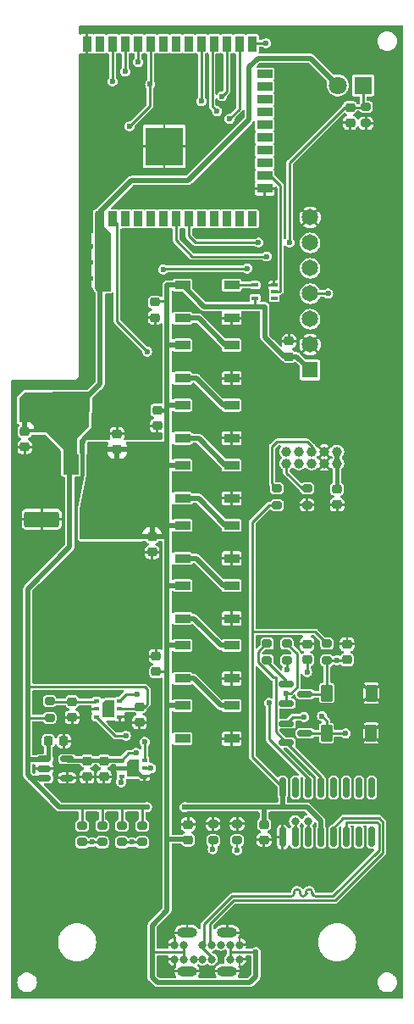
<source format=gbr>
%TF.GenerationSoftware,KiCad,Pcbnew,7.0.1*%
%TF.CreationDate,2023-06-20T23:21:36+02:00*%
%TF.ProjectId,airquality,61697271-7561-46c6-9974-792e6b696361,rev?*%
%TF.SameCoordinates,Original*%
%TF.FileFunction,Copper,L1,Top*%
%TF.FilePolarity,Positive*%
%FSLAX46Y46*%
G04 Gerber Fmt 4.6, Leading zero omitted, Abs format (unit mm)*
G04 Created by KiCad (PCBNEW 7.0.1) date 2023-06-20 23:21:36*
%MOMM*%
%LPD*%
G01*
G04 APERTURE LIST*
G04 Aperture macros list*
%AMRoundRect*
0 Rectangle with rounded corners*
0 $1 Rounding radius*
0 $2 $3 $4 $5 $6 $7 $8 $9 X,Y pos of 4 corners*
0 Add a 4 corners polygon primitive as box body*
4,1,4,$2,$3,$4,$5,$6,$7,$8,$9,$2,$3,0*
0 Add four circle primitives for the rounded corners*
1,1,$1+$1,$2,$3*
1,1,$1+$1,$4,$5*
1,1,$1+$1,$6,$7*
1,1,$1+$1,$8,$9*
0 Add four rect primitives between the rounded corners*
20,1,$1+$1,$2,$3,$4,$5,0*
20,1,$1+$1,$4,$5,$6,$7,0*
20,1,$1+$1,$6,$7,$8,$9,0*
20,1,$1+$1,$8,$9,$2,$3,0*%
%AMOutline5P*
0 Free polygon, 5 corners , with rotation*
0 The origin of the aperture is its center*
0 number of corners: always 5*
0 $1 to $10 corner X, Y*
0 $11 Rotation angle, in degrees counterclockwise*
0 create outline with 5 corners*
4,1,5,$1,$2,$3,$4,$5,$6,$7,$8,$9,$10,$1,$2,$11*%
%AMOutline6P*
0 Free polygon, 6 corners , with rotation*
0 The origin of the aperture is its center*
0 number of corners: always 6*
0 $1 to $12 corner X, Y*
0 $13 Rotation angle, in degrees counterclockwise*
0 create outline with 6 corners*
4,1,6,$1,$2,$3,$4,$5,$6,$7,$8,$9,$10,$11,$12,$1,$2,$13*%
%AMOutline7P*
0 Free polygon, 7 corners , with rotation*
0 The origin of the aperture is its center*
0 number of corners: always 7*
0 $1 to $14 corner X, Y*
0 $15 Rotation angle, in degrees counterclockwise*
0 create outline with 7 corners*
4,1,7,$1,$2,$3,$4,$5,$6,$7,$8,$9,$10,$11,$12,$13,$14,$1,$2,$15*%
%AMOutline8P*
0 Free polygon, 8 corners , with rotation*
0 The origin of the aperture is its center*
0 number of corners: always 8*
0 $1 to $16 corner X, Y*
0 $17 Rotation angle, in degrees counterclockwise*
0 create outline with 8 corners*
4,1,8,$1,$2,$3,$4,$5,$6,$7,$8,$9,$10,$11,$12,$13,$14,$15,$16,$1,$2,$17*%
%AMFreePoly0*
4,1,15,-0.324998,0.855000,0.625000,0.855000,0.628536,0.853536,0.630000,0.850000,0.630000,-0.850000,0.628536,-0.853536,0.625000,-0.855000,-0.625000,-0.855000,-0.628536,-0.853536,-0.630000,-0.850000,-0.630001,0.550000,-0.628536,0.553536,-0.328536,0.853536,-0.325000,0.855001,-0.324998,0.855000,-0.324998,0.855000,$1*%
G04 Aperture macros list end*
%TA.AperFunction,SMDPad,CuDef*%
%ADD10RoundRect,0.225000X0.250000X-0.225000X0.250000X0.225000X-0.250000X0.225000X-0.250000X-0.225000X0*%
%TD*%
%TA.AperFunction,SMDPad,CuDef*%
%ADD11RoundRect,0.200000X0.275000X-0.200000X0.275000X0.200000X-0.275000X0.200000X-0.275000X-0.200000X0*%
%TD*%
%TA.AperFunction,SMDPad,CuDef*%
%ADD12RoundRect,0.225000X0.225000X0.250000X-0.225000X0.250000X-0.225000X-0.250000X0.225000X-0.250000X0*%
%TD*%
%TA.AperFunction,SMDPad,CuDef*%
%ADD13RoundRect,0.200000X-0.275000X0.200000X-0.275000X-0.200000X0.275000X-0.200000X0.275000X0.200000X0*%
%TD*%
%TA.AperFunction,SMDPad,CuDef*%
%ADD14R,1.500000X0.900000*%
%TD*%
%TA.AperFunction,SMDPad,CuDef*%
%ADD15RoundRect,0.225000X-0.250000X0.225000X-0.250000X-0.225000X0.250000X-0.225000X0.250000X0.225000X0*%
%TD*%
%TA.AperFunction,SMDPad,CuDef*%
%ADD16R,0.650000X0.400000*%
%TD*%
%TA.AperFunction,SMDPad,CuDef*%
%ADD17RoundRect,0.150000X-0.512500X-0.150000X0.512500X-0.150000X0.512500X0.150000X-0.512500X0.150000X0*%
%TD*%
%TA.AperFunction,SMDPad,CuDef*%
%ADD18RoundRect,0.150000X-0.587500X-0.150000X0.587500X-0.150000X0.587500X0.150000X-0.587500X0.150000X0*%
%TD*%
%TA.AperFunction,SMDPad,CuDef*%
%ADD19RoundRect,0.225000X-0.225000X-0.250000X0.225000X-0.250000X0.225000X0.250000X-0.225000X0.250000X0*%
%TD*%
%TA.AperFunction,SMDPad,CuDef*%
%ADD20R,0.550000X0.400000*%
%TD*%
%TA.AperFunction,SMDPad,CuDef*%
%ADD21FreePoly0,0.000000*%
%TD*%
%TA.AperFunction,SMDPad,CuDef*%
%ADD22RoundRect,0.250000X1.500000X0.550000X-1.500000X0.550000X-1.500000X-0.550000X1.500000X-0.550000X0*%
%TD*%
%TA.AperFunction,SMDPad,CuDef*%
%ADD23RoundRect,0.010500X0.514500X0.789500X-0.514500X0.789500X-0.514500X-0.789500X0.514500X-0.789500X0*%
%TD*%
%TA.AperFunction,SMDPad,CuDef*%
%ADD24RoundRect,0.150000X0.150000X-0.825000X0.150000X0.825000X-0.150000X0.825000X-0.150000X-0.825000X0*%
%TD*%
%TA.AperFunction,ComponentPad*%
%ADD25R,1.800000X1.800000*%
%TD*%
%TA.AperFunction,ComponentPad*%
%ADD26C,1.800000*%
%TD*%
%TA.AperFunction,SMDPad,CuDef*%
%ADD27R,1.500000X2.000000*%
%TD*%
%TA.AperFunction,SMDPad,CuDef*%
%ADD28R,3.800000X2.000000*%
%TD*%
%TA.AperFunction,SMDPad,CuDef*%
%ADD29R,0.900000X1.500000*%
%TD*%
%TA.AperFunction,SMDPad,CuDef*%
%ADD30R,0.900000X0.900000*%
%TD*%
%TA.AperFunction,HeatsinkPad*%
%ADD31C,0.600000*%
%TD*%
%TA.AperFunction,SMDPad,CuDef*%
%ADD32R,3.800000X3.800000*%
%TD*%
%TA.AperFunction,SMDPad,CuDef*%
%ADD33Outline5P,-0.625000X0.537500X-0.312500X0.850000X0.625000X0.850000X0.625000X-0.850000X-0.625000X-0.850000X0.000000*%
%TD*%
%TA.AperFunction,ComponentPad*%
%ADD34C,0.800000*%
%TD*%
%TA.AperFunction,ComponentPad*%
%ADD35O,2.000000X1.000000*%
%TD*%
%TA.AperFunction,ComponentPad*%
%ADD36C,1.000000*%
%TD*%
%TA.AperFunction,ComponentPad*%
%ADD37R,1.650000X1.650000*%
%TD*%
%TA.AperFunction,ComponentPad*%
%ADD38C,1.650000*%
%TD*%
%TA.AperFunction,ViaPad*%
%ADD39C,0.600000*%
%TD*%
%TA.AperFunction,ViaPad*%
%ADD40C,0.800000*%
%TD*%
%TA.AperFunction,Conductor*%
%ADD41C,0.250000*%
%TD*%
%TA.AperFunction,Conductor*%
%ADD42C,0.400000*%
%TD*%
%TA.AperFunction,Conductor*%
%ADD43C,0.500000*%
%TD*%
%TA.AperFunction,Conductor*%
%ADD44C,0.150000*%
%TD*%
G04 APERTURE END LIST*
D10*
%TO.P,C9,1*%
%TO.N,ESP_EN*%
X34000000Y34225000D03*
%TO.P,C9,2*%
%TO.N,GND*%
X34000000Y35775000D03*
%TD*%
D11*
%TO.P,R10,1*%
%TO.N,Net-(Q1-B)*%
X28000000Y34175000D03*
%TO.P,R10,2*%
%TO.N,Net-(Q2-E)*%
X28000000Y35825000D03*
%TD*%
D12*
%TO.P,C1,1*%
%TO.N,+3V3*%
X9375000Y74700000D03*
%TO.P,C1,2*%
%TO.N,GND*%
X7825000Y74700000D03*
%TD*%
D13*
%TO.P,R9,1*%
%TO.N,Net-(Q1-E)*%
X26000000Y35825000D03*
%TO.P,R9,2*%
%TO.N,Net-(Q2-B)*%
X26000000Y34175000D03*
%TD*%
D14*
%TO.P,D5,1,VDD*%
%TO.N,VBUS*%
X17550000Y53650000D03*
%TO.P,D5,2,DOUT*%
%TO.N,Net-(D5-DOUT)*%
X17550000Y50350000D03*
%TO.P,D5,3,VSS*%
%TO.N,GND*%
X22450000Y50350000D03*
%TO.P,D5,4,DIN*%
%TO.N,Net-(D4-DOUT)*%
X22450000Y53650000D03*
%TD*%
D10*
%TO.P,C10,1*%
%TO.N,ESP_IO0*%
X30000000Y34225000D03*
%TO.P,C10,2*%
%TO.N,GND*%
X30000000Y35775000D03*
%TD*%
D13*
%TO.P,R3,1*%
%TO.N,+3V3*%
X9500000Y17650000D03*
%TO.P,R3,2*%
%TO.N,SDA*%
X9500000Y16000000D03*
%TD*%
D14*
%TO.P,D8,1,VDD*%
%TO.N,VBUS*%
X17550000Y35650000D03*
%TO.P,D8,2,DOUT*%
%TO.N,Net-(D8-DOUT)*%
X17550000Y32350000D03*
%TO.P,D8,3,VSS*%
%TO.N,GND*%
X22450000Y32350000D03*
%TO.P,D8,4,DIN*%
%TO.N,Net-(D7-DOUT)*%
X22450000Y35650000D03*
%TD*%
D15*
%TO.P,C6,1*%
%TO.N,+1V8*%
X9699997Y24100003D03*
%TO.P,C6,2*%
%TO.N,GND*%
X9699997Y22550003D03*
%TD*%
D16*
%TO.P,U7,1,NC*%
%TO.N,unconnected-(U7-NC-Pad1)*%
X26700000Y70350000D03*
%TO.P,U7,2,A*%
%TO.N,WS_DIN*%
X26700000Y71000000D03*
%TO.P,U7,3,GND*%
%TO.N,GND*%
X26700000Y71650000D03*
%TO.P,U7,4,Y*%
%TO.N,Net-(D2-DIN)*%
X24800000Y71650000D03*
%TO.P,U7,5,VCC*%
%TO.N,VBUS*%
X24800000Y70350000D03*
%TD*%
D14*
%TO.P,D6,1,VDD*%
%TO.N,VBUS*%
X17550000Y47650000D03*
%TO.P,D6,2,DOUT*%
%TO.N,Net-(D6-DOUT)*%
X17550000Y44350000D03*
%TO.P,D6,3,VSS*%
%TO.N,GND*%
X22450000Y44350000D03*
%TO.P,D6,4,DIN*%
%TO.N,Net-(D5-DOUT)*%
X22450000Y47650000D03*
%TD*%
D10*
%TO.P,C21,1*%
%TO.N,VBUS*%
X14900000Y33025000D03*
%TO.P,C21,2*%
%TO.N,GND*%
X14900000Y34575000D03*
%TD*%
D15*
%TO.P,C22,1*%
%TO.N,VBUS*%
X14500000Y46525000D03*
%TO.P,C22,2*%
%TO.N,GND*%
X14500000Y44975000D03*
%TD*%
%TO.P,C7,1*%
%TO.N,Iluminance*%
X34300000Y89400000D03*
%TO.P,C7,2*%
%TO.N,GND*%
X34300000Y87850000D03*
%TD*%
D14*
%TO.P,D7,1,VDD*%
%TO.N,VBUS*%
X17550000Y41650000D03*
%TO.P,D7,2,DOUT*%
%TO.N,Net-(D7-DOUT)*%
X17550000Y38350000D03*
%TO.P,D7,3,VSS*%
%TO.N,GND*%
X22450000Y38350000D03*
%TO.P,D7,4,DIN*%
%TO.N,Net-(D6-DOUT)*%
X22450000Y41650000D03*
%TD*%
D15*
%TO.P,C12,1*%
%TO.N,VBUS*%
X33000000Y51275000D03*
%TO.P,C12,2*%
%TO.N,GND*%
X33000000Y49725000D03*
%TD*%
D11*
%TO.P,R1,1*%
%TO.N,Net-(USB1-CC1)*%
X23000000Y16175000D03*
%TO.P,R1,2*%
%TO.N,GND*%
X23000000Y17825000D03*
%TD*%
D12*
%TO.P,C3,1*%
%TO.N,+3V3*%
X9375000Y73100000D03*
%TO.P,C3,2*%
%TO.N,GND*%
X7825000Y73100000D03*
%TD*%
D15*
%TO.P,C18,1*%
%TO.N,+1V8*%
X7999997Y24100003D03*
%TO.P,C18,2*%
%TO.N,GND*%
X7999997Y22550003D03*
%TD*%
D10*
%TO.P,C11,1*%
%TO.N,VBUS*%
X28200000Y64500000D03*
%TO.P,C11,2*%
%TO.N,GND*%
X28200000Y66050000D03*
%TD*%
D15*
%TO.P,C20,1*%
%TO.N,VBUS*%
X15000000Y59150000D03*
%TO.P,C20,2*%
%TO.N,GND*%
X15000000Y57600000D03*
%TD*%
D17*
%TO.P,U9,1,IN*%
%TO.N,+3V3*%
X3724997Y24300003D03*
%TO.P,U9,2,GND*%
%TO.N,GND*%
X3724997Y23350003D03*
%TO.P,U9,3,EN*%
%TO.N,+3V3*%
X3724997Y22400003D03*
%TO.P,U9,4,NC*%
%TO.N,GND*%
X5999997Y22400003D03*
%TO.P,U9,5,OUT*%
%TO.N,+1V8*%
X5999997Y24300003D03*
%TD*%
D13*
%TO.P,R6,1*%
%TO.N,+3V3*%
X7500000Y17650000D03*
%TO.P,R6,2*%
%TO.N,SDA*%
X7500000Y16000000D03*
%TD*%
D18*
%TO.P,Q2,1,B*%
%TO.N,Net-(Q2-B)*%
X27925000Y31750000D03*
%TO.P,Q2,2,E*%
%TO.N,Net-(Q2-E)*%
X27925000Y29850000D03*
%TO.P,Q2,3,C*%
%TO.N,ESP_EN*%
X29800000Y30800000D03*
%TD*%
D13*
%TO.P,R5,1*%
%TO.N,Iluminance*%
X35900000Y89450000D03*
%TO.P,R5,2*%
%TO.N,GND*%
X35900000Y87800000D03*
%TD*%
D11*
%TO.P,R8,1*%
%TO.N,ESP_EN*%
X32000000Y34175000D03*
%TO.P,R8,2*%
%TO.N,+3V3*%
X32000000Y35825000D03*
%TD*%
D13*
%TO.P,R4,1*%
%TO.N,+3V3*%
X13500000Y17650000D03*
%TO.P,R4,2*%
%TO.N,SCL*%
X13500000Y16000000D03*
%TD*%
D19*
%TO.P,C15,1*%
%TO.N,+3V3*%
X4124997Y26100003D03*
%TO.P,C15,2*%
%TO.N,GND*%
X5674997Y26100003D03*
%TD*%
D10*
%TO.P,C16,1*%
%TO.N,VBUS*%
X11000000Y55225000D03*
%TO.P,C16,2*%
%TO.N,GND*%
X11000000Y56775000D03*
%TD*%
D14*
%TO.P,D3,1,VDD*%
%TO.N,VBUS*%
X17550000Y65650000D03*
%TO.P,D3,2,DOUT*%
%TO.N,Net-(D3-DOUT)*%
X17550000Y62350000D03*
%TO.P,D3,3,VSS*%
%TO.N,GND*%
X22450000Y62350000D03*
%TO.P,D3,4,DIN*%
%TO.N,Net-(D2-DOUT)*%
X22450000Y65650000D03*
%TD*%
D15*
%TO.P,C17,1*%
%TO.N,+3V3*%
X1750000Y57025000D03*
%TO.P,C17,2*%
%TO.N,GND*%
X1750000Y55475000D03*
%TD*%
D20*
%TO.P,U4,1,VDD*%
%TO.N,Net-(U4-VDD)*%
X8950000Y30100000D03*
%TO.P,U4,2,VSS*%
%TO.N,GND*%
X8950000Y29300000D03*
%TO.P,U4,3,SDA*%
%TO.N,SDA*%
X8950000Y28500000D03*
%TO.P,U4,4,N/A*%
%TO.N,GND*%
X11250000Y28500000D03*
%TO.P,U4,5,VDDH*%
%TO.N,+3V3*%
X11250000Y29300000D03*
%TO.P,U4,6,SCL*%
%TO.N,SCL*%
X11250000Y30100000D03*
D21*
%TO.P,U4,7,EXP*%
%TO.N,GND*%
X10100000Y29300000D03*
%TD*%
D18*
%TO.P,Q1,1,B*%
%TO.N,Net-(Q1-B)*%
X27925000Y27850000D03*
%TO.P,Q1,2,E*%
%TO.N,Net-(Q1-E)*%
X27925000Y25950000D03*
%TO.P,Q1,3,C*%
%TO.N,ESP_IO0*%
X29800000Y26900000D03*
%TD*%
D10*
%TO.P,C14,1*%
%TO.N,VBUS*%
X18100000Y16225000D03*
%TO.P,C14,2*%
%TO.N,GND*%
X18100000Y17775000D03*
%TD*%
D11*
%TO.P,R2,1*%
%TO.N,Net-(USB1-CC2)*%
X20600000Y16175000D03*
%TO.P,R2,2*%
%TO.N,GND*%
X20600000Y17825000D03*
%TD*%
D14*
%TO.P,D2,1,VDD*%
%TO.N,VBUS*%
X17550000Y71650000D03*
%TO.P,D2,2,DOUT*%
%TO.N,Net-(D2-DOUT)*%
X17550000Y68350000D03*
%TO.P,D2,3,VSS*%
%TO.N,GND*%
X22450000Y68350000D03*
%TO.P,D2,4,DIN*%
%TO.N,Net-(D2-DIN)*%
X22450000Y71650000D03*
%TD*%
D11*
%TO.P,R13,1*%
%TO.N,+3V3*%
X4250000Y28425000D03*
%TO.P,R13,2*%
%TO.N,Net-(U4-VDD)*%
X4250000Y30075000D03*
%TD*%
D22*
%TO.P,C13,1*%
%TO.N,VBUS*%
X9050000Y48250000D03*
%TO.P,C13,2*%
%TO.N,GND*%
X3450000Y48250000D03*
%TD*%
D23*
%TO.P,RESET1,1,1*%
%TO.N,GND*%
X36425000Y30900000D03*
%TO.P,RESET1,2,2*%
%TO.N,ESP_EN*%
X31975000Y30900000D03*
%TD*%
D12*
%TO.P,C2,1*%
%TO.N,+3V3*%
X9355000Y76300000D03*
%TO.P,C2,2*%
%TO.N,GND*%
X7805000Y76300000D03*
%TD*%
D15*
%TO.P,C19,1*%
%TO.N,VBUS*%
X14800000Y69950000D03*
%TO.P,C19,2*%
%TO.N,GND*%
X14800000Y68400000D03*
%TD*%
D24*
%TO.P,U2,1,GND*%
%TO.N,GND*%
X27555000Y16525000D03*
%TO.P,U2,2,TXD*%
%TO.N,ESP_RX*%
X28825000Y16525000D03*
%TO.P,U2,3,RXD*%
%TO.N,ESP_TX*%
X30095000Y16525000D03*
%TO.P,U2,4,V3*%
%TO.N,+3V3*%
X31365000Y16525000D03*
%TO.P,U2,5,UD+*%
%TO.N,D+*%
X32635000Y16525000D03*
%TO.P,U2,6,UD-*%
%TO.N,D-*%
X33905000Y16525000D03*
%TO.P,U2,7,NC*%
%TO.N,unconnected-(U2-NC-Pad7)*%
X35175000Y16525000D03*
%TO.P,U2,8,NC*%
%TO.N,unconnected-(U2-NC-Pad8)*%
X36445000Y16525000D03*
%TO.P,U2,9,~{CTS}*%
%TO.N,unconnected-(U2-~{CTS}-Pad9)*%
X36445000Y21475000D03*
%TO.P,U2,10,~{DSR}*%
%TO.N,unconnected-(U2-~{DSR}-Pad10)*%
X35175000Y21475000D03*
%TO.P,U2,11,~{RI}*%
%TO.N,unconnected-(U2-~{RI}-Pad11)*%
X33905000Y21475000D03*
%TO.P,U2,12,~{DCD}*%
%TO.N,unconnected-(U2-~{DCD}-Pad12)*%
X32635000Y21475000D03*
%TO.P,U2,13,~{DTR}*%
%TO.N,Net-(Q1-E)*%
X31365000Y21475000D03*
%TO.P,U2,14,~{RTS}*%
%TO.N,Net-(Q2-E)*%
X30095000Y21475000D03*
%TO.P,U2,15,R232*%
%TO.N,unconnected-(U2-R232-Pad15)*%
X28825000Y21475000D03*
%TO.P,U2,16,VCC*%
%TO.N,+3V3*%
X27555000Y21475000D03*
%TD*%
D13*
%TO.P,R12,1*%
%TO.N,PMS_SET*%
X30000000Y51325000D03*
%TO.P,R12,2*%
%TO.N,GND*%
X30000000Y49675000D03*
%TD*%
%TO.P,R7,1*%
%TO.N,+3V3*%
X11500000Y17650000D03*
%TO.P,R7,2*%
%TO.N,SCL*%
X11500000Y16000000D03*
%TD*%
D15*
%TO.P,C8,1*%
%TO.N,Net-(U4-VDD)*%
X6500000Y30025000D03*
%TO.P,C8,2*%
%TO.N,GND*%
X6500000Y28475000D03*
%TD*%
D25*
%TO.P,D1,1,K*%
%TO.N,Iluminance*%
X35600000Y91600000D03*
D26*
%TO.P,D1,2,A*%
%TO.N,+3V3*%
X33060000Y91600000D03*
%TD*%
D14*
%TO.P,D4,1,VDD*%
%TO.N,VBUS*%
X17550000Y59650000D03*
%TO.P,D4,2,DOUT*%
%TO.N,Net-(D4-DOUT)*%
X17550000Y56350000D03*
%TO.P,D4,3,VSS*%
%TO.N,GND*%
X22450000Y56350000D03*
%TO.P,D4,4,DIN*%
%TO.N,Net-(D3-DOUT)*%
X22450000Y59650000D03*
%TD*%
D27*
%TO.P,U8,1,GND*%
%TO.N,GND*%
X4100000Y53700000D03*
%TO.P,U8,2,VO*%
%TO.N,+3V3*%
X6400000Y53700000D03*
D28*
X6400000Y60000000D03*
D27*
%TO.P,U8,3,VI*%
%TO.N,VBUS*%
X8700000Y53700000D03*
%TD*%
D11*
%TO.P,R11,1*%
%TO.N,+3V3*%
X27000000Y49675000D03*
%TO.P,R11,2*%
%TO.N,PMS_RESET*%
X27000000Y51325000D03*
%TD*%
D14*
%TO.P,D9,1,VDD*%
%TO.N,VBUS*%
X17550000Y29650000D03*
%TO.P,D9,2,DOUT*%
%TO.N,unconnected-(D9-DOUT-Pad2)*%
X17550000Y26350000D03*
%TO.P,D9,3,VSS*%
%TO.N,GND*%
X22450000Y26350000D03*
%TO.P,D9,4,DIN*%
%TO.N,Net-(D8-DOUT)*%
X22450000Y29650000D03*
%TD*%
D29*
%TO.P,U1,1,GND*%
%TO.N,GND*%
X7995000Y78250000D03*
%TO.P,U1,2,VDD*%
%TO.N,+3V3*%
X9265000Y78250000D03*
%TO.P,U1,3,EN*%
%TO.N,ESP_EN*%
X10535000Y78250000D03*
%TO.P,U1,4,SENSOR_VP*%
%TO.N,unconnected-(U1-SENSOR_VP-Pad4)*%
X11805000Y78250000D03*
%TO.P,U1,5,SENSOR_VN*%
%TO.N,unconnected-(U1-SENSOR_VN-Pad5)*%
X13075000Y78250000D03*
%TO.P,U1,6,IO34*%
%TO.N,unconnected-(U1-IO34-Pad6)*%
X14345000Y78250000D03*
%TO.P,U1,7,IO35*%
%TO.N,unconnected-(U1-IO35-Pad7)*%
X15615000Y78250000D03*
%TO.P,U1,8,IO32*%
%TO.N,SCD30_RDY*%
X16885000Y78250000D03*
%TO.P,U1,9,IO33*%
%TO.N,Iluminance*%
X18155000Y78250000D03*
%TO.P,U1,10,IO25*%
%TO.N,unconnected-(U1-IO25-Pad10)*%
X19425000Y78250000D03*
%TO.P,U1,11,IO26*%
%TO.N,unconnected-(U1-IO26-Pad11)*%
X20695000Y78250000D03*
%TO.P,U1,12,IO27*%
%TO.N,unconnected-(U1-IO27-Pad12)*%
X21965000Y78250000D03*
%TO.P,U1,13,IO14*%
%TO.N,unconnected-(U1-IO14-Pad13)*%
X23235000Y78250000D03*
%TO.P,U1,14,IO12*%
%TO.N,unconnected-(U1-IO12-Pad14)*%
X24505000Y78250000D03*
D14*
%TO.P,U1,15,GND*%
%TO.N,GND*%
X25755000Y81290000D03*
%TO.P,U1,16,IO13*%
%TO.N,WS_DIN*%
X25755000Y82560000D03*
%TO.P,U1,17,SHD/SD2*%
%TO.N,unconnected-(U1-SHD{slash}SD2-Pad17)*%
X25755000Y83830000D03*
%TO.P,U1,18,SWP/SD3*%
%TO.N,unconnected-(U1-SWP{slash}SD3-Pad18)*%
X25755000Y85100000D03*
%TO.P,U1,19,SCS/CMD*%
%TO.N,unconnected-(U1-SCS{slash}CMD-Pad19)*%
X25755000Y86370000D03*
%TO.P,U1,20,SCK/CLK*%
%TO.N,unconnected-(U1-SCK{slash}CLK-Pad20)*%
X25755000Y87640000D03*
%TO.P,U1,21,SDO/SD0*%
%TO.N,unconnected-(U1-SDO{slash}SD0-Pad21)*%
X25755000Y88910000D03*
%TO.P,U1,22,SDI/SD1*%
%TO.N,unconnected-(U1-SDI{slash}SD1-Pad22)*%
X25755000Y90180000D03*
%TO.P,U1,23,IO15*%
%TO.N,unconnected-(U1-IO15-Pad23)*%
X25755000Y91450000D03*
%TO.P,U1,24,IO2*%
%TO.N,unconnected-(U1-IO2-Pad24)*%
X25755000Y92720000D03*
D29*
%TO.P,U1,25,IO0*%
%TO.N,ESP_IO0*%
X24505000Y95750000D03*
%TO.P,U1,26,IO4*%
%TO.N,PMS_RESET*%
X23235000Y95750000D03*
%TO.P,U1,27,IO16*%
%TO.N,PMS_TX*%
X21965000Y95750000D03*
%TO.P,U1,28,IO17*%
%TO.N,PMS_RX*%
X20695000Y95750000D03*
%TO.P,U1,29,IO5*%
%TO.N,PMS_SET*%
X19425000Y95750000D03*
%TO.P,U1,30,IO18*%
%TO.N,unconnected-(U1-IO18-Pad30)*%
X18155000Y95750000D03*
%TO.P,U1,31,IO19*%
%TO.N,unconnected-(U1-IO19-Pad31)*%
X16885000Y95750000D03*
%TO.P,U1,32,NC*%
%TO.N,unconnected-(U1-NC-Pad32)*%
X15615000Y95750000D03*
%TO.P,U1,33,IO21*%
%TO.N,SDA*%
X14345000Y95750000D03*
%TO.P,U1,34,RXD0/IO3*%
%TO.N,ESP_RX*%
X13075000Y95750000D03*
%TO.P,U1,35,TXD0/IO1*%
%TO.N,ESP_TX*%
X11805000Y95750000D03*
%TO.P,U1,36,IO22*%
%TO.N,SCL*%
X10535000Y95750000D03*
%TO.P,U1,37,IO23*%
%TO.N,unconnected-(U1-IO23-Pad37)*%
X9265000Y95750000D03*
%TO.P,U1,38,GND*%
%TO.N,GND*%
X7995000Y95750000D03*
D30*
%TO.P,U1,39,GND*%
X14315000Y84100000D03*
D31*
X15015000Y84100000D03*
D30*
X15715000Y84100000D03*
D31*
X16415000Y84100000D03*
D30*
X17115000Y84100000D03*
D31*
X14315000Y84800000D03*
X15715000Y84800000D03*
X17115000Y84800000D03*
X15015000Y85475000D03*
X16415000Y85475000D03*
D30*
X14315000Y85500000D03*
X15715000Y85500000D03*
D32*
X15715000Y85500000D03*
D30*
X17115000Y85500000D03*
D31*
X14315000Y86200000D03*
X15715000Y86200000D03*
X17115000Y86200000D03*
D30*
X14315000Y86900000D03*
D31*
X15015000Y86900000D03*
D30*
X15715000Y86900000D03*
D31*
X16415000Y86900000D03*
D30*
X17115000Y86900000D03*
%TD*%
D15*
%TO.P,C23,1*%
%TO.N,+3V3*%
X13250000Y29525000D03*
%TO.P,C23,2*%
%TO.N,GND*%
X13250000Y27975000D03*
%TD*%
%TO.P,C5,1*%
%TO.N,+3V3*%
X25700000Y17775000D03*
%TO.P,C5,2*%
%TO.N,GND*%
X25700000Y16225000D03*
%TD*%
D12*
%TO.P,C4,1*%
%TO.N,+3V3*%
X9400000Y71500000D03*
%TO.P,C4,2*%
%TO.N,GND*%
X7850000Y71500000D03*
%TD*%
D20*
%TO.P,U5,1,VDD*%
%TO.N,+1V8*%
X11450002Y24199998D03*
%TO.P,U5,2,VSS*%
%TO.N,GND*%
X11450002Y23399998D03*
%TO.P,U5,3,SDA*%
%TO.N,SDA*%
X11450002Y22599998D03*
%TO.P,U5,4,R*%
%TO.N,GND*%
X13750002Y22599998D03*
%TO.P,U5,5,VDDH*%
%TO.N,+1V8*%
X13750002Y23399998D03*
%TO.P,U5,6,SCL*%
%TO.N,SCL*%
X13750002Y24199998D03*
D33*
%TO.P,U5,7,DIEPAD*%
%TO.N,GND*%
X12599997Y23400003D03*
%TD*%
D23*
%TO.P,BOOT1,1,1*%
%TO.N,GND*%
X36400000Y26900000D03*
%TO.P,BOOT1,2,2*%
%TO.N,ESP_IO0*%
X31950000Y26900000D03*
%TD*%
D34*
%TO.P,USB1,A1,GND*%
%TO.N,GND*%
X23250000Y5750000D03*
%TO.P,USB1,A4,VBUS*%
%TO.N,VBUS*%
X22300000Y5750000D03*
%TO.P,USB1,A5,CC1*%
%TO.N,Net-(USB1-CC1)*%
X21350000Y5750000D03*
%TO.P,USB1,A6,D+*%
%TO.N,D+*%
X20450000Y5750000D03*
%TO.P,USB1,A7,D-*%
%TO.N,D-*%
X19550000Y5750000D03*
%TO.P,USB1,A9,VBUS*%
%TO.N,VBUS*%
X17700000Y5750000D03*
%TO.P,USB1,A12,GND*%
%TO.N,GND*%
X16750000Y5750000D03*
%TO.P,USB1,B1,GND*%
X16750000Y4300000D03*
%TO.P,USB1,B4,VBUS*%
%TO.N,VBUS*%
X17700000Y4300000D03*
%TO.P,USB1,B5,CC2*%
%TO.N,Net-(USB1-CC2)*%
X18650000Y4300000D03*
%TO.P,USB1,B6,D+*%
%TO.N,D+*%
X19550000Y4300000D03*
%TO.P,USB1,B7,D-*%
%TO.N,D-*%
X20450000Y4300000D03*
%TO.P,USB1,B9,VBUS*%
%TO.N,VBUS*%
X22300000Y4300000D03*
%TO.P,USB1,B12,GND*%
%TO.N,GND*%
X23250000Y4300000D03*
D35*
%TO.P,USB1,S1,SHIELD*%
X22000000Y3095000D03*
X22000000Y6955000D03*
X18000000Y3095000D03*
X18000000Y6955000D03*
%TD*%
D36*
%TO.P,U3,1,Vcc*%
%TO.N,VBUS*%
X33000000Y55000000D03*
%TO.P,U3,2,Vcc*%
X33000000Y53840000D03*
%TO.P,U3,3,GND*%
%TO.N,GND*%
X31730000Y55000000D03*
%TO.P,U3,4,GND*%
X31730000Y53840000D03*
%TO.P,U3,5,Reset*%
%TO.N,PMS_RESET*%
X30460000Y55000000D03*
%TO.P,U3,6*%
%TO.N,unconnected-(U3-Pad6)*%
X30460000Y53840000D03*
%TO.P,U3,7,RX*%
%TO.N,PMS_RX*%
X29190000Y55000000D03*
%TO.P,U3,8*%
%TO.N,unconnected-(U3-Pad8)*%
X29190000Y53840000D03*
%TO.P,U3,9,TX*%
%TO.N,PMS_TX*%
X27920000Y55000000D03*
%TO.P,U3,10,Set*%
%TO.N,PMS_SET*%
X27920000Y53840000D03*
%TD*%
D37*
%TO.P,SCD1,1,VDD*%
%TO.N,VBUS*%
X30300000Y63160000D03*
D38*
%TO.P,SCD1,2,GND*%
%TO.N,GND*%
X30300000Y65700000D03*
%TO.P,SCD1,3,TX/SCL*%
%TO.N,SCL*%
X30300000Y68240000D03*
%TO.P,SCD1,4,RX/SDA*%
%TO.N,SDA*%
X30300000Y70780000D03*
%TO.P,SCD1,5,RDY*%
%TO.N,SCD30_RDY*%
X30300000Y73320000D03*
%TO.P,SCD1,6,PWM*%
%TO.N,unconnected-(SCD1-PWM-Pad6)*%
X30300000Y75860000D03*
%TO.P,SCD1,7,SEL*%
%TO.N,GND*%
X30300000Y78400000D03*
%TD*%
D39*
%TO.N,GND*%
X25500000Y57000000D03*
%TO.N,Net-(Q1-B)*%
X29700000Y28500000D03*
X28000000Y33200000D03*
%TO.N,ESP_EN*%
X14000000Y65000000D03*
X33000000Y34175000D03*
%TO.N,Net-(Q2-E)*%
X27900000Y30900000D03*
X26211000Y29900000D03*
%TO.N,ESP_IO0*%
X30000000Y33000000D03*
X25900000Y95800000D03*
X31500000Y28600000D03*
X33850000Y26860000D03*
%TO.N,GND*%
X950000Y32250000D03*
X1000000Y1000000D03*
X1200000Y5950000D03*
X7900000Y70300000D03*
X20300000Y26400000D03*
X5999997Y23200003D03*
X39150000Y43850000D03*
X28250000Y48250000D03*
X20400000Y32850000D03*
X19600000Y59800000D03*
X32450000Y97150000D03*
X27800000Y85200000D03*
D40*
X18600000Y22650000D03*
D39*
X22600000Y75200000D03*
X5999997Y21600003D03*
X33850000Y70700000D03*
X27250000Y83200000D03*
X23900000Y3000000D03*
X39100000Y34650000D03*
X1000000Y11250000D03*
X32800000Y29000000D03*
X20000000Y3100000D03*
X6750000Y1000000D03*
X22200000Y89700000D03*
X8900000Y21500000D03*
X20250000Y39900000D03*
X34600000Y23900000D03*
X8050000Y90000000D03*
X30200000Y80500000D03*
X39050000Y74200000D03*
X39150000Y48650000D03*
X12200000Y950000D03*
X26130000Y79240000D03*
X17000000Y17800000D03*
X39000000Y7200000D03*
X18400000Y64050000D03*
X28800000Y6400000D03*
X8050000Y85200000D03*
X39100000Y67250000D03*
X950000Y39300000D03*
X32700000Y89800000D03*
X11850000Y97200000D03*
X23950000Y68300000D03*
X25700000Y15200000D03*
X22500000Y76700000D03*
X39000000Y1000000D03*
X30800000Y13500000D03*
X12550000Y91800000D03*
X1700000Y54400000D03*
X23500000Y84000000D03*
X26400000Y24300000D03*
X11000000Y57900000D03*
X24400000Y6900000D03*
X6500000Y10500000D03*
X6799997Y26125003D03*
X14700000Y20900000D03*
X34600000Y86600000D03*
X1000000Y25400000D03*
D40*
X24700000Y22700000D03*
D39*
X20150000Y46000000D03*
X4100000Y16500000D03*
X38900000Y83500000D03*
X30600000Y29700000D03*
X14500000Y43900000D03*
X1200000Y48200000D03*
X16850000Y97200000D03*
X21200000Y92600000D03*
X30800000Y25000000D03*
X15300000Y75900000D03*
X36000000Y9500000D03*
X17450000Y69900000D03*
X4100000Y52100000D03*
X30500000Y41500000D03*
X1000000Y61450000D03*
X15600000Y3200000D03*
X39200000Y24100000D03*
X18500000Y1000000D03*
X20450000Y57000000D03*
X19350000Y17800000D03*
X39050000Y92550000D03*
X39050000Y70400000D03*
X28850000Y87350000D03*
X12950000Y7800000D03*
X17900000Y10900000D03*
X27700000Y68100000D03*
X21800000Y17800000D03*
X8500000Y38800000D03*
X17900000Y88850000D03*
X14250000Y28000000D03*
X22600000Y92500000D03*
X39200000Y55000000D03*
X32800000Y60000000D03*
X15700000Y7100000D03*
X15000000Y56600000D03*
X37000000Y67000000D03*
X20150000Y52150000D03*
X11900000Y88800000D03*
X37000000Y60000000D03*
X4300000Y61700000D03*
X10100000Y29300000D03*
X39100000Y60000000D03*
X28200000Y60000000D03*
X1050000Y18950000D03*
X29950000Y92600000D03*
X39100000Y12350000D03*
X12599997Y23400003D03*
X3400000Y46700000D03*
X31600000Y1100000D03*
X14900000Y35600000D03*
X23600000Y97200000D03*
X8000000Y63600000D03*
X39000000Y87300000D03*
X39150000Y18700000D03*
X8050000Y94400000D03*
X14500000Y80500000D03*
X31600000Y45075000D03*
X7750000Y62000000D03*
X27600000Y14950000D03*
X39050000Y39150000D03*
X3400000Y49800000D03*
X1000000Y46400000D03*
X1050000Y52400000D03*
X7900000Y79700000D03*
X7900000Y66800000D03*
X8000000Y97150000D03*
X4000000Y55200000D03*
X39200000Y29550000D03*
X14800000Y67300000D03*
X17000000Y92750000D03*
X7750000Y29250000D03*
X38900000Y97050000D03*
X24950000Y1050000D03*
%TO.N,ESP_RX*%
X13100000Y93900000D03*
D40*
X28800000Y18100000D03*
%TO.N,ESP_TX*%
X30100000Y18100000D03*
D39*
X11800000Y92980000D03*
%TO.N,+3V3*%
X17750000Y19500000D03*
X14000000Y19500000D03*
%TO.N,Net-(USB1-CC1)*%
X23000000Y15200000D03*
%TO.N,Net-(USB1-CC2)*%
X20570000Y15300000D03*
%TO.N,VBUS*%
X14500000Y5000000D03*
X24875000Y5025000D03*
%TO.N,SCD30_RDY*%
X25950000Y74500000D03*
%TO.N,SDA*%
X8500000Y16000000D03*
X12250000Y87500000D03*
X14300000Y91700000D03*
X32100000Y70800000D03*
X11399997Y22000003D03*
X11875000Y26625000D03*
%TO.N,SCL*%
X10535000Y92000000D03*
X13000000Y30750000D03*
X13750000Y26000000D03*
X24000000Y73300000D03*
X12500000Y16000000D03*
X15600000Y73200000D03*
%TO.N,+1V8*%
X14399997Y23400003D03*
X12899997Y24900003D03*
%TO.N,PMS_SET*%
X19425000Y90000000D03*
%TO.N,PMS_TX*%
X21500000Y90500000D03*
%TO.N,PMS_RX*%
X21000000Y89000000D03*
%TO.N,PMS_RESET*%
X22250000Y88250000D03*
%TO.N,Iluminance*%
X28250000Y75900000D03*
X25150000Y75900000D03*
%TD*%
D41*
%TO.N,Net-(Q1-B)*%
X29700000Y28500000D02*
X28575000Y28500000D01*
X28000000Y33200000D02*
X28000000Y34075000D01*
X28575000Y28500000D02*
X27925000Y27850000D01*
%TO.N,Net-(Q1-E)*%
X26862500Y32437500D02*
X26623275Y32437500D01*
X25087500Y35000000D02*
X25912500Y35825000D01*
X31365000Y22510000D02*
X31365000Y21475000D01*
X26623275Y32437500D02*
X25087500Y33973275D01*
X27925000Y25950000D02*
X26862500Y27012500D01*
X25087500Y33973275D02*
X25087500Y35000000D01*
X27925000Y25950000D02*
X31365000Y22510000D01*
X26862500Y27012500D02*
X26862500Y32437500D01*
%TO.N,ESP_EN*%
X31975000Y34050000D02*
X31975000Y30900000D01*
X33000000Y34175000D02*
X33950000Y34175000D01*
X14000000Y65000000D02*
X11000000Y68000000D01*
X11000000Y68000000D02*
X11000000Y77785000D01*
X29800000Y30800000D02*
X31875000Y30800000D01*
X32000000Y34175000D02*
X33000000Y34175000D01*
X11000000Y77785000D02*
X10535000Y78250000D01*
%TO.N,Net-(Q2-B)*%
X26000000Y34050000D02*
X27925000Y32125000D01*
X27925000Y32125000D02*
X27925000Y31750000D01*
%TO.N,Net-(Q2-E)*%
X26211000Y29900000D02*
X26200000Y29889000D01*
X27900000Y30900000D02*
X27925000Y30875000D01*
X27900000Y30900000D02*
X28381014Y30900000D01*
X26200000Y29889000D02*
X26200000Y26265749D01*
X30095000Y22370749D02*
X30095000Y21475000D01*
X29000000Y34825000D02*
X28100000Y35725000D01*
X29000000Y31518986D02*
X29000000Y34825000D01*
X27925000Y30875000D02*
X27925000Y29850000D01*
X28381014Y30900000D02*
X29000000Y31518986D01*
X26200000Y26265749D02*
X30095000Y22370749D01*
%TO.N,ESP_IO0*%
X25900000Y95800000D02*
X24555000Y95800000D01*
X31950000Y26900000D02*
X29800000Y26900000D01*
X31950000Y28150000D02*
X31950000Y26900000D01*
X30000000Y33000000D02*
X30000000Y34225000D01*
X33810000Y26900000D02*
X31950000Y26900000D01*
X31500000Y28600000D02*
X31950000Y28150000D01*
X33850000Y26860000D02*
X33810000Y26900000D01*
D42*
%TO.N,GND*%
X10799992Y23399998D02*
X10599997Y23200003D01*
X12599997Y23400003D02*
X13400002Y22599998D01*
X13400002Y22599998D02*
X13750002Y22599998D01*
X11450002Y23399998D02*
X10799992Y23399998D01*
D41*
X7750000Y29250000D02*
X7800000Y29300000D01*
X7800000Y29300000D02*
X8950000Y29300000D01*
D42*
X11450002Y23399998D02*
X12599992Y23399998D01*
D41*
%TO.N,ESP_RX*%
X28825000Y16525000D02*
X28825000Y18075000D01*
X28825000Y18075000D02*
X28800000Y18100000D01*
X13100000Y93900000D02*
X13100000Y95725000D01*
%TO.N,ESP_TX*%
X30095000Y18095000D02*
X30100000Y18100000D01*
X30095000Y16525000D02*
X30095000Y18095000D01*
X11800000Y92980000D02*
X11800000Y95745000D01*
D43*
%TO.N,+3V3*%
X2050000Y22700000D02*
X2349997Y22400003D01*
X2349997Y22400003D02*
X3724997Y22400003D01*
D41*
X14000000Y29800000D02*
X14000000Y31250000D01*
D42*
X4099997Y24300003D02*
X4099997Y25825003D01*
D43*
X24200000Y93422000D02*
X24200000Y88200000D01*
X2050000Y24250000D02*
X3674994Y24250000D01*
D41*
X13500000Y17650000D02*
X13500000Y19500000D01*
X26500000Y49675000D02*
X26175000Y49675000D01*
X13750000Y31500000D02*
X2050000Y31500000D01*
D43*
X13500000Y19500000D02*
X11500000Y19500000D01*
D41*
X3599997Y22400003D02*
X2349997Y22400003D01*
D43*
X11500000Y19500000D02*
X9500000Y19500000D01*
X25078000Y94300000D02*
X24200000Y93422000D01*
X14000000Y19500000D02*
X13500000Y19500000D01*
D41*
X24500000Y48000000D02*
X24500000Y37000000D01*
D43*
X9265000Y78934000D02*
X9264999Y78933999D01*
X18100000Y82100000D02*
X12431000Y82100000D01*
X2050000Y24250000D02*
X2050000Y28500000D01*
X25800000Y19500000D02*
X26000000Y19500000D01*
X6250000Y45500000D02*
X6250000Y58750000D01*
X5250000Y19500000D02*
X2050000Y22700000D01*
X31365000Y18135000D02*
X31365000Y16525000D01*
D41*
X24500000Y24530000D02*
X27555000Y21475000D01*
X13725000Y29525000D02*
X14000000Y29800000D01*
X4250000Y28425000D02*
X2125000Y28425000D01*
D43*
X30360000Y94300000D02*
X25078000Y94300000D01*
X3674994Y24250000D02*
X3724997Y24300003D01*
X9265000Y78250000D02*
X9265000Y78934000D01*
X25700000Y19400000D02*
X25800000Y19500000D01*
X27555000Y21475000D02*
X27555000Y19500000D01*
X26000000Y19500000D02*
X30000000Y19500000D01*
D41*
X11500000Y17650000D02*
X11500000Y19500000D01*
D43*
X30000000Y19500000D02*
X31365000Y18135000D01*
D41*
X14000000Y31250000D02*
X13750000Y31500000D01*
D43*
X9500000Y19500000D02*
X7500000Y19500000D01*
D41*
X13025000Y29525000D02*
X13725000Y29525000D01*
X30825000Y37000000D02*
X24500000Y37000000D01*
X9500000Y17650000D02*
X9500000Y19500000D01*
D43*
X33060000Y91600000D02*
X30360000Y94300000D01*
D41*
X2125000Y28425000D02*
X2050000Y28500000D01*
D43*
X9265000Y78934000D02*
X9265000Y78550000D01*
D41*
X32000000Y35825000D02*
X30825000Y37000000D01*
X13250000Y29525000D02*
X13725000Y29525000D01*
D43*
X2050000Y31500000D02*
X2050000Y41300000D01*
X24200000Y88200000D02*
X18100000Y82100000D01*
D41*
X11250000Y29300000D02*
X12800000Y29300000D01*
D43*
X12431000Y82100000D02*
X9265000Y78934000D01*
D41*
X7500000Y17650000D02*
X7500000Y19500000D01*
D43*
X9264999Y78933999D02*
X9264999Y78249998D01*
D41*
X12800000Y29300000D02*
X13025000Y29525000D01*
D43*
X2050000Y41300000D02*
X6250000Y45500000D01*
X2050000Y24250000D02*
X2050000Y22700000D01*
X26000000Y19500000D02*
X17750000Y19500000D01*
X7500000Y19500000D02*
X5250000Y19500000D01*
X9300000Y61800000D02*
X9300000Y71400000D01*
D41*
X26175000Y49675000D02*
X24500000Y48000000D01*
D43*
X2050000Y28500000D02*
X2050000Y31500000D01*
X6250000Y58750000D02*
X9300000Y61800000D01*
X25700000Y17775000D02*
X25700000Y19400000D01*
D41*
X24500000Y37000000D02*
X24500000Y24530000D01*
D44*
%TO.N,Net-(USB1-CC1)*%
X23000000Y15200000D02*
X23000000Y16175000D01*
%TO.N,Net-(USB1-CC2)*%
X20570000Y15300000D02*
X20570000Y16145000D01*
D41*
%TO.N,VBUS*%
X15000000Y70040000D02*
X15940000Y70040000D01*
D43*
X17550000Y29650000D02*
X16100000Y29650000D01*
D41*
X22325000Y5025000D02*
X24875000Y5025000D01*
D43*
X24875000Y5025000D02*
X24875000Y2575000D01*
D41*
X22300000Y5750000D02*
X22300000Y5000000D01*
D43*
X25760000Y69500000D02*
X25760000Y66440000D01*
X15940000Y70040000D02*
X16000000Y70100000D01*
D41*
X22300000Y5000000D02*
X22300000Y4300000D01*
X24800000Y70350000D02*
X24800000Y69550000D01*
D43*
X16150000Y65650000D02*
X16000000Y65500000D01*
D41*
X22300000Y5000000D02*
X22325000Y5025000D01*
D43*
X17550000Y41650000D02*
X16100000Y41650000D01*
X19700000Y69500000D02*
X24750000Y69500000D01*
X17550000Y53650000D02*
X16100000Y53650000D01*
X15920000Y59120000D02*
X16000000Y59200000D01*
X14500000Y7700000D02*
X16000000Y9200000D01*
X16150000Y47650000D02*
X16000000Y47500000D01*
X16000000Y29750000D02*
X16000000Y33000000D01*
D41*
X14900000Y33025000D02*
X15975000Y33025000D01*
D43*
X16150000Y59650000D02*
X16000000Y59500000D01*
X16000000Y9200000D02*
X16000000Y16300000D01*
D41*
X14520000Y5020000D02*
X17680000Y5020000D01*
D43*
X16000000Y33000000D02*
X16000000Y35750000D01*
X17550000Y71650000D02*
X19700000Y69500000D01*
X16000000Y41750000D02*
X16000000Y47500000D01*
X16000000Y71650000D02*
X17550000Y71650000D01*
X24875000Y2575000D02*
X24300000Y2000000D01*
D42*
X33000000Y53840000D02*
X33000000Y51275000D01*
D43*
X16000000Y70100000D02*
X16000000Y71650000D01*
X24850000Y69500000D02*
X25760000Y69500000D01*
D41*
X17700000Y5750000D02*
X17700000Y5000000D01*
D43*
X16000000Y16300000D02*
X18025000Y16300000D01*
X16000000Y35750000D02*
X16000000Y41750000D01*
X15000000Y2000000D02*
X14500000Y2500000D01*
X17550000Y35650000D02*
X16100000Y35650000D01*
X33000000Y55000000D02*
X33000000Y53840000D01*
X16000000Y59200000D02*
X16000000Y59500000D01*
X24300000Y2000000D02*
X15000000Y2000000D01*
D41*
X17700000Y5000000D02*
X17700000Y4300000D01*
D43*
X24750000Y69500000D02*
X24800000Y69550000D01*
X16100000Y35650000D02*
X16000000Y35750000D01*
X17550000Y59650000D02*
X16150000Y59650000D01*
X16100000Y29650000D02*
X16000000Y29750000D01*
X14500000Y2500000D02*
X14500000Y7700000D01*
X16000000Y53750000D02*
X16000000Y59200000D01*
D41*
X14500000Y5000000D02*
X14520000Y5020000D01*
D43*
X16000000Y47500000D02*
X16000000Y53750000D01*
D42*
X15000000Y59150000D02*
X15950000Y59150000D01*
D43*
X24800000Y69550000D02*
X24850000Y69500000D01*
X17550000Y65650000D02*
X16150000Y65650000D01*
X27700000Y64500000D02*
X28960000Y64500000D01*
D41*
X15975000Y33025000D02*
X16000000Y33000000D01*
D43*
X16000000Y29750000D02*
X16000000Y16300000D01*
X16000000Y65500000D02*
X16000000Y70100000D01*
X16100000Y53650000D02*
X16000000Y53750000D01*
D41*
X17680000Y5020000D02*
X17700000Y5000000D01*
D43*
X25760000Y66440000D02*
X27700000Y64500000D01*
X16100000Y41650000D02*
X16000000Y41750000D01*
X28960000Y64500000D02*
X30300000Y63160000D01*
X16000000Y59500000D02*
X16000000Y65500000D01*
X17550000Y47650000D02*
X16150000Y47650000D01*
D42*
X15950000Y59150000D02*
X16000000Y59200000D01*
D41*
%TO.N,SCD30_RDY*%
X25950000Y74500000D02*
X18500000Y74500000D01*
X18500000Y74500000D02*
X16885000Y76115000D01*
X16885000Y76115000D02*
X16885000Y78250000D01*
%TO.N,SDA*%
X9500000Y16000000D02*
X7500000Y16000000D01*
X14345000Y91745000D02*
X14345000Y95750000D01*
X14300000Y91700000D02*
X14345000Y91745000D01*
X11875000Y26625000D02*
X10825000Y26625000D01*
X12250000Y87500000D02*
X14300000Y89550000D01*
X14300000Y89550000D02*
X14300000Y91700000D01*
X11399997Y22000003D02*
X11399997Y22549993D01*
X8500000Y16000000D02*
X7500000Y16000000D01*
X32100000Y70800000D02*
X30320000Y70800000D01*
X10825000Y26625000D02*
X8950000Y28500000D01*
%TO.N,SCL*%
X13750000Y26000000D02*
X13750002Y25999998D01*
X13000000Y30750000D02*
X11900000Y30750000D01*
X15600000Y73200000D02*
X15700000Y73300000D01*
X15700000Y73300000D02*
X24000000Y73300000D01*
X13750002Y25999998D02*
X13750002Y24199998D01*
X10535000Y92000000D02*
X10535000Y95750000D01*
X11500000Y16000000D02*
X13500000Y16000000D01*
X11900000Y30750000D02*
X11250000Y30100000D01*
D42*
%TO.N,+1V8*%
X6099997Y24200003D02*
X7874997Y24200003D01*
X9574997Y24200003D02*
X8124997Y24200003D01*
D41*
X14399992Y23399998D02*
X14399997Y23400003D01*
X12150007Y24900003D02*
X11450002Y24199998D01*
X12899997Y24900003D02*
X12150007Y24900003D01*
D42*
X9824997Y24200003D02*
X11449997Y24200003D01*
D41*
X13750002Y23399998D02*
X14399992Y23399998D01*
%TO.N,PMS_SET*%
X27920000Y53840000D02*
X27920000Y52905000D01*
X27920000Y52905000D02*
X29500000Y51325000D01*
X19425000Y90000000D02*
X19425000Y95750000D01*
%TO.N,PMS_TX*%
X21965000Y95750000D02*
X21965000Y90965000D01*
X21965000Y90965000D02*
X21500000Y90500000D01*
%TO.N,PMS_RX*%
X20500000Y89500000D02*
X20500000Y95555000D01*
X21000000Y89000000D02*
X20500000Y89500000D01*
%TO.N,PMS_RESET*%
X26980000Y55980000D02*
X26500000Y55500000D01*
X30020000Y55980000D02*
X26980000Y55980000D01*
X26500000Y55500000D02*
X26500000Y51825000D01*
X22250000Y88250000D02*
X23235000Y89235000D01*
X30500000Y55500000D02*
X30020000Y55980000D01*
X30500000Y55040000D02*
X30500000Y55500000D01*
X26500000Y51825000D02*
X27000000Y51325000D01*
X23235000Y89235000D02*
X23235000Y95750000D01*
D43*
%TO.N,Net-(D2-DOUT)*%
X19150000Y68350000D02*
X17550000Y68350000D01*
X22450000Y65650000D02*
X21850000Y65650000D01*
X21850000Y65650000D02*
X19150000Y68350000D01*
D41*
%TO.N,WS_DIN*%
X27275000Y71000000D02*
X27350000Y71075000D01*
X27350000Y71075000D02*
X27350000Y81545000D01*
X27350000Y81545000D02*
X26335000Y82560000D01*
X26700000Y71000000D02*
X27275000Y71000000D01*
D43*
%TO.N,Net-(D3-DOUT)*%
X22450000Y59650000D02*
X21600000Y59650000D01*
X18900000Y62350000D02*
X17550000Y62350000D01*
X21600000Y59650000D02*
X18900000Y62350000D01*
%TO.N,Net-(D4-DOUT)*%
X19150000Y56350000D02*
X17550000Y56350000D01*
X21850000Y53650000D02*
X19150000Y56350000D01*
X22450000Y53650000D02*
X21850000Y53650000D01*
%TO.N,Net-(D5-DOUT)*%
X19150000Y50350000D02*
X17550000Y50350000D01*
X22450000Y47650000D02*
X21850000Y47650000D01*
X21850000Y47650000D02*
X19150000Y50350000D01*
%TO.N,Net-(D6-DOUT)*%
X21600000Y41650000D02*
X18900000Y44350000D01*
X22450000Y41650000D02*
X21600000Y41650000D01*
X18900000Y44350000D02*
X17550000Y44350000D01*
%TO.N,Net-(D7-DOUT)*%
X18650000Y38350000D02*
X17550000Y38350000D01*
X22450000Y35650000D02*
X21350000Y35650000D01*
X21350000Y35650000D02*
X18650000Y38350000D01*
%TO.N,Net-(D8-DOUT)*%
X21350000Y29650000D02*
X18650000Y32350000D01*
X22450000Y29650000D02*
X21350000Y29650000D01*
X18650000Y32350000D02*
X17550000Y32350000D01*
D41*
%TO.N,Iluminance*%
X18155000Y76595000D02*
X18155000Y77816000D01*
X28250000Y83850000D02*
X33752000Y89352000D01*
X25150000Y75900000D02*
X18850000Y75900000D01*
X35600000Y89750000D02*
X35900000Y89450000D01*
X34300000Y89400000D02*
X35850000Y89400000D01*
X33752000Y89352000D02*
X34252000Y89352000D01*
X35600000Y91600000D02*
X35600000Y89750000D01*
X28250000Y75900000D02*
X28250000Y83850000D01*
X18850000Y75900000D02*
X18155000Y76595000D01*
%TO.N,Net-(D2-DIN)*%
X24800000Y71650000D02*
X22450000Y71650000D01*
%TO.N,D+*%
X32800000Y10200000D02*
X37577000Y14977000D01*
X37577000Y18023000D02*
X37200000Y18400000D01*
X20300000Y6000000D02*
X20300000Y7866842D01*
X37200000Y18400000D02*
X33600000Y18400000D01*
X37577000Y14977000D02*
X37577000Y18023000D01*
X32635000Y17435000D02*
X32635000Y16525000D01*
X33600000Y18400000D02*
X32635000Y17435000D01*
X20500000Y5800000D02*
X20300000Y6000000D01*
X22633158Y10200000D02*
X32800000Y10200000D01*
X20300000Y7866842D02*
X22633158Y10200000D01*
%TO.N,D-*%
X37200000Y15200000D02*
X32600000Y10600000D01*
X37000000Y18000000D02*
X37200000Y17800000D01*
X19550000Y5436034D02*
X20450000Y4536034D01*
X28400000Y10600000D02*
X22500000Y10600000D01*
X19700000Y5900000D02*
X19550000Y5750000D01*
X33905000Y18000000D02*
X37000000Y18000000D01*
X32600000Y10600000D02*
X30800000Y10600000D01*
X19550000Y5750000D02*
X19550000Y5436034D01*
X22500000Y10600000D02*
X19700000Y7800000D01*
X37200000Y17800000D02*
X37200000Y15200000D01*
X30500000Y10900000D02*
X30500000Y10999683D01*
X28700000Y10999660D02*
X28700000Y10900000D01*
X29900000Y10999683D02*
X29900000Y10900000D01*
X33905000Y16525000D02*
X33905000Y18000000D01*
X29300000Y10900000D02*
X29300000Y10999660D01*
X19700000Y7800000D02*
X19700000Y5900000D01*
X29300000Y10900000D02*
G75*
G03*
X29600000Y10600000I300000J0D01*
G01*
X29299960Y10999660D02*
G75*
G03*
X29000000Y11299660I-299960J40D01*
G01*
X30499983Y10999683D02*
G75*
G03*
X30200000Y11299683I-299983J17D01*
G01*
X29000000Y11299700D02*
G75*
G03*
X28700000Y10999660I0J-300000D01*
G01*
X29600000Y10600000D02*
G75*
G03*
X29900000Y10900000I0J300000D01*
G01*
X28400000Y10600000D02*
G75*
G03*
X28700000Y10900000I0J300000D01*
G01*
X30200000Y11299700D02*
G75*
G03*
X29900000Y10999683I0J-300000D01*
G01*
X30500000Y10900000D02*
G75*
G03*
X30800000Y10600000I300000J0D01*
G01*
%TO.N,Net-(U4-VDD)*%
X8875000Y30025000D02*
X4300000Y30025000D01*
%TD*%
%TA.AperFunction,Conductor*%
%TO.N,+3V3*%
G36*
X8138000Y60933387D02*
G01*
X8183387Y60888000D01*
X8200000Y60826000D01*
X8200000Y57598483D01*
X8191487Y57553330D01*
X8167116Y57514376D01*
X7000000Y56250001D01*
X7000000Y52874000D01*
X6983387Y52812000D01*
X6938000Y52766613D01*
X6876000Y52750000D01*
X5724000Y52750000D01*
X5662000Y52766613D01*
X5616613Y52812000D01*
X5600000Y52874000D01*
X5600000Y55249999D01*
X5599999Y55250001D01*
X3900000Y56950000D01*
X1500000Y56950000D01*
X1500000Y57974999D01*
X1451685Y57974999D01*
X1338883Y57963476D01*
X1338591Y57966325D01*
X1305130Y57963522D01*
X1277136Y57975000D01*
X2000000Y57975000D01*
X2000000Y57275000D01*
X2724999Y57275000D01*
X2724999Y57298315D01*
X2714856Y57397606D01*
X2661546Y57558487D01*
X2572573Y57702733D01*
X2452732Y57822574D01*
X2308486Y57911547D01*
X2147606Y57964857D01*
X2048315Y57975000D01*
X2000000Y57975000D01*
X1277136Y57975000D01*
X1251403Y57985551D01*
X1213596Y58029624D01*
X1200000Y58086078D01*
X1200000Y60298638D01*
X1209439Y60346091D01*
X1236319Y60386319D01*
X1763681Y60913681D01*
X1803909Y60940561D01*
X1851362Y60950000D01*
X8076000Y60950000D01*
X8138000Y60933387D01*
G37*
%TD.AperFunction*%
%TD*%
%TA.AperFunction,Conductor*%
%TO.N,+3V3*%
G36*
X9638000Y78983387D02*
G01*
X9683387Y78938000D01*
X9700000Y78876000D01*
X9700000Y77500000D01*
X10363681Y76836319D01*
X10390561Y76796091D01*
X10400000Y76748638D01*
X10400000Y71124000D01*
X10383387Y71062000D01*
X10338000Y71016613D01*
X10276000Y71000000D01*
X9023025Y71000000D01*
X8963037Y71015476D01*
X8918023Y71058041D01*
X8876589Y71124000D01*
X8818998Y71215681D01*
X8800000Y71281640D01*
X8800000Y78876000D01*
X8816613Y78938000D01*
X8862000Y78983387D01*
X8924000Y79000000D01*
X9576000Y79000000D01*
X9638000Y78983387D01*
G37*
%TD.AperFunction*%
%TD*%
%TA.AperFunction,Conductor*%
%TO.N,GND*%
G36*
X8400000Y76901814D02*
G01*
X8400000Y76700000D01*
X8400000Y71496359D01*
X8849500Y70780796D01*
X8849500Y70176175D01*
X7200000Y70171064D01*
X7200000Y79601174D01*
X8400000Y79642606D01*
X8400000Y76901814D01*
G37*
%TD.AperFunction*%
%TD*%
%TA.AperFunction,Conductor*%
%TO.N,VBUS*%
G36*
X10078026Y55982933D02*
G01*
X10123525Y55936432D01*
X10139217Y55873295D01*
X10120785Y55810903D01*
X10088453Y55758487D01*
X10035143Y55597607D01*
X10025000Y55498315D01*
X10025000Y55475000D01*
X11974999Y55475000D01*
X11974999Y55498315D01*
X11964856Y55597606D01*
X11911546Y55758487D01*
X11879215Y55810903D01*
X11860783Y55873295D01*
X11876475Y55936432D01*
X11921974Y55982933D01*
X11984753Y56000000D01*
X16126000Y56000000D01*
X16188000Y55983387D01*
X16233387Y55938000D01*
X16250000Y55876000D01*
X16250000Y46374000D01*
X16233387Y46312000D01*
X16188000Y46266613D01*
X16126000Y46250000D01*
X15551362Y46250000D01*
X15503909Y46259439D01*
X15480621Y46275000D01*
X13519380Y46275000D01*
X13496092Y46259439D01*
X13448639Y46250000D01*
X7374000Y46250000D01*
X7312000Y46266613D01*
X7266613Y46312000D01*
X7250000Y46374000D01*
X7250000Y46775000D01*
X13525000Y46775000D01*
X14250000Y46775000D01*
X14250000Y47474999D01*
X14201685Y47474999D01*
X14102394Y47464857D01*
X13941513Y47411547D01*
X13797267Y47322574D01*
X13677426Y47202733D01*
X13588453Y47058487D01*
X13535143Y46897607D01*
X13525000Y46798315D01*
X13525000Y46775000D01*
X7250000Y46775000D01*
X7250000Y47475000D01*
X14750000Y47475000D01*
X14750000Y46775000D01*
X15474999Y46775000D01*
X15474999Y46798315D01*
X15464856Y46897606D01*
X15411546Y47058487D01*
X15322573Y47202733D01*
X15202732Y47322574D01*
X15058486Y47411547D01*
X14897606Y47464857D01*
X14798315Y47475000D01*
X14750000Y47475000D01*
X7250000Y47475000D01*
X7250000Y49237722D01*
X7252408Y49262040D01*
X8000000Y53000000D01*
X8000000Y54975000D01*
X10025001Y54975000D01*
X10025001Y54951685D01*
X10035143Y54852395D01*
X10088453Y54691514D01*
X10177426Y54547268D01*
X10297267Y54427427D01*
X10441513Y54338454D01*
X10602393Y54285144D01*
X10701685Y54275000D01*
X10750000Y54275000D01*
X10750000Y54975000D01*
X11250000Y54975000D01*
X11250000Y54275001D01*
X11298315Y54275001D01*
X11397605Y54285144D01*
X11558486Y54338454D01*
X11702732Y54427427D01*
X11822573Y54547268D01*
X11911546Y54691514D01*
X11964856Y54852394D01*
X11975000Y54951685D01*
X11975000Y54975000D01*
X11250000Y54975000D01*
X10750000Y54975000D01*
X10025001Y54975000D01*
X8000000Y54975000D01*
X8000000Y55876000D01*
X8016613Y55938000D01*
X8062000Y55983387D01*
X8124000Y56000000D01*
X10015247Y56000000D01*
X10078026Y55982933D01*
G37*
%TD.AperFunction*%
%TD*%
%TA.AperFunction,Conductor*%
%TO.N,GND*%
G36*
X21900483Y5299646D02*
G01*
X21925988Y5280075D01*
X21961712Y5236545D01*
X21974500Y5181701D01*
X21974500Y5059180D01*
X21970642Y5029877D01*
X21974028Y4991181D01*
X21974500Y4980373D01*
X21974500Y4868299D01*
X21961712Y4813455D01*
X21925986Y4769923D01*
X21871717Y4728282D01*
X21775463Y4602841D01*
X21714956Y4456763D01*
X21694317Y4300001D01*
X21714956Y4143238D01*
X21767472Y4016452D01*
X21776314Y3956846D01*
X21756013Y3900109D01*
X21711364Y3859642D01*
X21652911Y3845000D01*
X21456319Y3845000D01*
X21325859Y3829752D01*
X21161110Y3769788D01*
X21045814Y3693957D01*
X21008852Y3682481D01*
X20988289Y3645529D01*
X20894311Y3545918D01*
X20806650Y3394083D01*
X20756366Y3226123D01*
X20756009Y3220001D01*
X20756010Y3220000D01*
X23239530Y3220000D01*
X23239529Y3220001D01*
X23223385Y3311564D01*
X23153940Y3472554D01*
X23126748Y3509079D01*
X23103172Y3567721D01*
X23111562Y3630366D01*
X23125000Y3648097D01*
X23125000Y4175000D01*
X23375000Y4175000D01*
X23375000Y3661357D01*
X23482187Y3687777D01*
X23621954Y3761133D01*
X23740102Y3865803D01*
X23829775Y3995715D01*
X23885746Y4143300D01*
X23889596Y4175000D01*
X23375000Y4175000D01*
X23125000Y4175000D01*
X23125000Y4301000D01*
X23141613Y4363000D01*
X23187000Y4408387D01*
X23249000Y4425000D01*
X23889596Y4425000D01*
X23885746Y4456701D01*
X23857368Y4531530D01*
X23850214Y4590447D01*
X23871260Y4645940D01*
X23915685Y4685297D01*
X23973310Y4699500D01*
X24300500Y4699500D01*
X24362500Y4682887D01*
X24407887Y4637500D01*
X24424500Y4575500D01*
X24424500Y2812965D01*
X24415061Y2765512D01*
X24388181Y2725284D01*
X24149716Y2486819D01*
X24109488Y2459939D01*
X24062035Y2450500D01*
X23208698Y2450500D01*
X23146698Y2467113D01*
X23101311Y2512500D01*
X23084698Y2574500D01*
X23101311Y2636500D01*
X23193348Y2795916D01*
X23243633Y2963878D01*
X23243990Y2970000D01*
X20760470Y2970000D01*
X20776614Y2878437D01*
X20846059Y2717447D01*
X20897353Y2648548D01*
X20921418Y2585308D01*
X20908701Y2518849D01*
X20862987Y2468962D01*
X20797890Y2450500D01*
X19208698Y2450500D01*
X19146698Y2467113D01*
X19101311Y2512500D01*
X19084698Y2574500D01*
X19101311Y2636500D01*
X19193348Y2795916D01*
X19243633Y2963878D01*
X19243990Y2970000D01*
X16760470Y2970000D01*
X16776614Y2878437D01*
X16846059Y2717447D01*
X16897353Y2648548D01*
X16921418Y2585308D01*
X16908701Y2518849D01*
X16862987Y2468962D01*
X16797890Y2450500D01*
X15237965Y2450500D01*
X15190512Y2459939D01*
X15150284Y2486819D01*
X14986819Y2650284D01*
X14959939Y2690512D01*
X14950500Y2737965D01*
X14950500Y4175000D01*
X16110404Y4175000D01*
X16114253Y4143300D01*
X16170224Y3995715D01*
X16259897Y3865803D01*
X16378045Y3761133D01*
X16517812Y3687777D01*
X16624999Y3661357D01*
X16625000Y3661357D01*
X16625000Y4175000D01*
X16110404Y4175000D01*
X14950500Y4175000D01*
X14950500Y4570500D01*
X14967113Y4632500D01*
X15012500Y4677887D01*
X15074500Y4694500D01*
X16024794Y4694500D01*
X16082420Y4680297D01*
X16126844Y4640940D01*
X16147890Y4585447D01*
X16140736Y4526530D01*
X16114253Y4456701D01*
X16110404Y4425000D01*
X16751000Y4425000D01*
X16813000Y4408387D01*
X16858387Y4363000D01*
X16875000Y4301000D01*
X16875000Y3648988D01*
X16885709Y3635414D01*
X16896841Y3577940D01*
X16880366Y3521764D01*
X16806650Y3394083D01*
X16756366Y3226123D01*
X16756009Y3220001D01*
X16756010Y3220000D01*
X19239530Y3220000D01*
X19239529Y3220001D01*
X19223385Y3311564D01*
X19153940Y3472554D01*
X19049243Y3613186D01*
X19025614Y3633013D01*
X18989109Y3684746D01*
X18982904Y3747757D01*
X19008615Y3805617D01*
X19059539Y3843241D01*
X19122399Y3850820D01*
X19180806Y3826378D01*
X19247158Y3775465D01*
X19247159Y3775464D01*
X19393238Y3714956D01*
X19529361Y3697036D01*
X19549999Y3694318D01*
X19549999Y3694319D01*
X19550000Y3694318D01*
X19706762Y3714956D01*
X19852841Y3775464D01*
X19924517Y3830463D01*
X19973160Y3853146D01*
X20026837Y3853146D01*
X20075485Y3830461D01*
X20076409Y3829752D01*
X20147159Y3775464D01*
X20293238Y3714956D01*
X20429361Y3697036D01*
X20449999Y3694318D01*
X20449999Y3694319D01*
X20450000Y3694318D01*
X20606762Y3714956D01*
X20752841Y3775464D01*
X20822609Y3829000D01*
X20870017Y3849382D01*
X20879297Y3873042D01*
X20974536Y3997159D01*
X21035044Y4143238D01*
X21055682Y4300000D01*
X21035044Y4456762D01*
X20974536Y4602841D01*
X20925000Y4667398D01*
X20878282Y4728283D01*
X20752841Y4824536D01*
X20673155Y4857543D01*
X20606762Y4885044D01*
X20601411Y4885749D01*
X20596153Y4886441D01*
X20557497Y4898169D01*
X20524662Y4921699D01*
X20497055Y4949306D01*
X20463975Y5008830D01*
X20467317Y5076846D01*
X20506072Y5132841D01*
X20568550Y5159926D01*
X20606762Y5164956D01*
X20752841Y5225464D01*
X20824513Y5280461D01*
X20873161Y5303146D01*
X20926839Y5303146D01*
X20975486Y5280461D01*
X21047159Y5225464D01*
X21193238Y5164956D01*
X21350000Y5144318D01*
X21506762Y5164956D01*
X21652841Y5225464D01*
X21749516Y5299646D01*
X21798161Y5322329D01*
X21851839Y5322329D01*
X21900483Y5299646D01*
G37*
%TD.AperFunction*%
%TA.AperFunction,Conductor*%
G36*
X39537500Y97582887D02*
G01*
X39582887Y97537500D01*
X39599500Y97475500D01*
X39599500Y524500D01*
X39582887Y462500D01*
X39537500Y417113D01*
X39475500Y400500D01*
X524500Y400500D01*
X462500Y417113D01*
X417113Y462500D01*
X400500Y524500D01*
X400500Y2000000D01*
X1018775Y2000000D01*
X1037628Y1808574D01*
X1037629Y1808572D01*
X1093466Y1624501D01*
X1184141Y1454861D01*
X1231821Y1396762D01*
X1306168Y1306169D01*
X1380515Y1245155D01*
X1454861Y1184141D01*
X1624501Y1093466D01*
X1808572Y1037629D01*
X2000000Y1018775D01*
X2191428Y1037629D01*
X2375499Y1093466D01*
X2545139Y1184141D01*
X2693831Y1306169D01*
X2815859Y1454861D01*
X2906534Y1624501D01*
X2962371Y1808572D01*
X2981225Y2000000D01*
X2962371Y2191428D01*
X2906534Y2375499D01*
X2815859Y2545139D01*
X2729569Y2650284D01*
X2693831Y2693832D01*
X2603238Y2768178D01*
X2545139Y2815859D01*
X2460318Y2861197D01*
X2375501Y2906533D01*
X2375500Y2906534D01*
X2375499Y2906534D01*
X2283463Y2934453D01*
X2191426Y2962372D01*
X2000000Y2981225D01*
X1808573Y2962372D01*
X1624498Y2906533D01*
X1454862Y2815860D01*
X1306168Y2693832D01*
X1184140Y2545138D01*
X1093467Y2375502D01*
X1093466Y2375500D01*
X1093466Y2375499D01*
X1089407Y2362118D01*
X1037628Y2191427D01*
X1018775Y2000000D01*
X400500Y2000000D01*
X400500Y6000000D01*
X5094644Y6000000D01*
X5114039Y5728839D01*
X5171823Y5463204D01*
X5171825Y5463199D01*
X5266828Y5208487D01*
X5266830Y5208483D01*
X5266831Y5208481D01*
X5397109Y4969892D01*
X5433186Y4921699D01*
X5560029Y4752258D01*
X5752258Y4560029D01*
X5932635Y4425000D01*
X5969891Y4397110D01*
X6145905Y4301000D01*
X6208487Y4266828D01*
X6463199Y4171825D01*
X6463202Y4171825D01*
X6463203Y4171824D01*
X6512852Y4161024D01*
X6728840Y4114039D01*
X7000000Y4094645D01*
X7271160Y4114039D01*
X7536801Y4171825D01*
X7791513Y4266828D01*
X7965319Y4361734D01*
X8030108Y4397110D01*
X8030109Y4397111D01*
X8030113Y4397113D01*
X8247742Y4560029D01*
X8439971Y4752258D01*
X8602887Y4969887D01*
X8611569Y4985786D01*
X8697117Y5142457D01*
X8733172Y5208487D01*
X8828175Y5463199D01*
X8885961Y5728840D01*
X8905355Y6000000D01*
X8885961Y6271160D01*
X8828175Y6536801D01*
X8733172Y6791513D01*
X8703085Y6846613D01*
X8602890Y7030109D01*
X8496997Y7171564D01*
X8439971Y7247742D01*
X8247742Y7439971D01*
X8030113Y7602887D01*
X8030114Y7602887D01*
X8030108Y7602891D01*
X7791519Y7733169D01*
X7791517Y7733170D01*
X7791513Y7733172D01*
X7536801Y7828175D01*
X7536796Y7828177D01*
X7271161Y7885961D01*
X7000000Y7905356D01*
X6728838Y7885961D01*
X6463203Y7828177D01*
X6323619Y7776114D01*
X6208487Y7733172D01*
X6208484Y7733171D01*
X6208480Y7733169D01*
X5969891Y7602891D01*
X5752255Y7439969D01*
X5560031Y7247745D01*
X5397109Y7030109D01*
X5266831Y6791520D01*
X5171823Y6536797D01*
X5114039Y6271162D01*
X5094644Y6000000D01*
X400500Y6000000D01*
X400500Y15768486D01*
X6824500Y15768486D01*
X6824501Y15768482D01*
X6839354Y15674696D01*
X6839354Y15674695D01*
X6839355Y15674694D01*
X6896949Y15561658D01*
X6986656Y15471951D01*
X6986658Y15471950D01*
X7099696Y15414354D01*
X7193481Y15399500D01*
X7806518Y15399501D01*
X7900304Y15414354D01*
X8013342Y15471950D01*
X8092357Y15550966D01*
X8139480Y15580463D01*
X8194758Y15586406D01*
X8247074Y15567600D01*
X8289947Y15540047D01*
X8428039Y15499500D01*
X8571961Y15499500D01*
X8710053Y15540047D01*
X8752924Y15567600D01*
X8805240Y15586406D01*
X8860518Y15580463D01*
X8907643Y15550964D01*
X8986656Y15471951D01*
X8986658Y15471950D01*
X9099696Y15414354D01*
X9193481Y15399500D01*
X9806518Y15399501D01*
X9900304Y15414354D01*
X10013342Y15471950D01*
X10103050Y15561658D01*
X10160646Y15674696D01*
X10175500Y15768481D01*
X10175500Y15768486D01*
X10824500Y15768486D01*
X10824501Y15768482D01*
X10839354Y15674696D01*
X10839354Y15674695D01*
X10839355Y15674694D01*
X10896949Y15561658D01*
X10986656Y15471951D01*
X10986658Y15471950D01*
X11099696Y15414354D01*
X11193481Y15399500D01*
X11806518Y15399501D01*
X11900304Y15414354D01*
X12013342Y15471950D01*
X12092357Y15550966D01*
X12139480Y15580463D01*
X12194758Y15586406D01*
X12247074Y15567600D01*
X12289947Y15540047D01*
X12428039Y15499500D01*
X12571961Y15499500D01*
X12710053Y15540047D01*
X12752924Y15567600D01*
X12805240Y15586406D01*
X12860518Y15580463D01*
X12907643Y15550964D01*
X12986656Y15471951D01*
X12986658Y15471950D01*
X13099696Y15414354D01*
X13193481Y15399500D01*
X13806518Y15399501D01*
X13900304Y15414354D01*
X14013342Y15471950D01*
X14103050Y15561658D01*
X14160646Y15674696D01*
X14175500Y15768481D01*
X14175499Y16231518D01*
X14160646Y16325304D01*
X14119263Y16406522D01*
X14103050Y16438343D01*
X14013343Y16528050D01*
X13900302Y16585647D01*
X13806521Y16600500D01*
X13193485Y16600500D01*
X13146588Y16593073D01*
X13099696Y16585646D01*
X13099694Y16585646D01*
X13099693Y16585645D01*
X12986658Y16528052D01*
X12907643Y16449036D01*
X12860518Y16419538D01*
X12805241Y16413595D01*
X12752923Y16432402D01*
X12743680Y16438342D01*
X12710053Y16459953D01*
X12571961Y16500500D01*
X12428039Y16500500D01*
X12289945Y16459953D01*
X12247075Y16432402D01*
X12194757Y16413595D01*
X12139480Y16419538D01*
X12092356Y16449037D01*
X12013343Y16528050D01*
X11900302Y16585647D01*
X11806521Y16600500D01*
X11193485Y16600500D01*
X11146588Y16593073D01*
X11099696Y16585646D01*
X11099694Y16585646D01*
X11099693Y16585645D01*
X10986657Y16528051D01*
X10896950Y16438344D01*
X10839353Y16325303D01*
X10824500Y16231522D01*
X10824500Y15768486D01*
X10175500Y15768486D01*
X10175499Y16231518D01*
X10160646Y16325304D01*
X10119263Y16406522D01*
X10103050Y16438343D01*
X10013343Y16528050D01*
X9900302Y16585647D01*
X9806521Y16600500D01*
X9193485Y16600500D01*
X9146588Y16593073D01*
X9099696Y16585646D01*
X9099694Y16585646D01*
X9099693Y16585645D01*
X8986658Y16528052D01*
X8907643Y16449036D01*
X8860518Y16419538D01*
X8805241Y16413595D01*
X8752923Y16432402D01*
X8743680Y16438342D01*
X8710053Y16459953D01*
X8571961Y16500500D01*
X8428039Y16500500D01*
X8289945Y16459953D01*
X8247075Y16432402D01*
X8194757Y16413595D01*
X8139480Y16419538D01*
X8092356Y16449037D01*
X8013343Y16528050D01*
X7900302Y16585647D01*
X7806521Y16600500D01*
X7193485Y16600500D01*
X7146588Y16593073D01*
X7099696Y16585646D01*
X7099694Y16585646D01*
X7099693Y16585645D01*
X6986657Y16528051D01*
X6896950Y16438344D01*
X6839353Y16325303D01*
X6824500Y16231522D01*
X6824500Y15768486D01*
X400500Y15768486D01*
X400500Y48125000D01*
X1450000Y48125000D01*
X1450000Y47652176D01*
X1456402Y47592625D01*
X1506647Y47457911D01*
X1592811Y47342812D01*
X1707910Y47256648D01*
X1842624Y47206403D01*
X1902176Y47200000D01*
X3325000Y47200000D01*
X3325000Y48125000D01*
X3575000Y48125000D01*
X3575000Y47200000D01*
X4997824Y47200000D01*
X5057375Y47206403D01*
X5192089Y47256648D01*
X5307188Y47342812D01*
X5393352Y47457911D01*
X5443597Y47592625D01*
X5450000Y47652176D01*
X5450000Y48125000D01*
X3575000Y48125000D01*
X3325000Y48125000D01*
X1450000Y48125000D01*
X400500Y48125000D01*
X400500Y48375000D01*
X1450000Y48375000D01*
X3325000Y48375000D01*
X3325000Y49300000D01*
X3575000Y49300000D01*
X3575000Y48375000D01*
X5450000Y48375000D01*
X5450000Y48847824D01*
X5443597Y48907376D01*
X5393352Y49042090D01*
X5307188Y49157189D01*
X5192089Y49243353D01*
X5057375Y49293598D01*
X4997824Y49300000D01*
X3575000Y49300000D01*
X3325000Y49300000D01*
X1902176Y49300000D01*
X1842624Y49293598D01*
X1707910Y49243353D01*
X1592811Y49157189D01*
X1506647Y49042090D01*
X1456402Y48907376D01*
X1450000Y48847824D01*
X1450000Y48375000D01*
X400500Y48375000D01*
X400500Y55350000D01*
X1025001Y55350000D01*
X1025001Y55204567D01*
X1031082Y55147994D01*
X1078816Y55020014D01*
X1160669Y54910670D01*
X1270013Y54828817D01*
X1397992Y54781083D01*
X1454567Y54775000D01*
X1625000Y54775000D01*
X1625000Y55350000D01*
X1875000Y55350000D01*
X1875000Y54775001D01*
X2045433Y54775001D01*
X2102006Y54781083D01*
X2229986Y54828817D01*
X2339330Y54910670D01*
X2421183Y55020014D01*
X2468917Y55147993D01*
X2475000Y55204567D01*
X2475000Y55350000D01*
X1875000Y55350000D01*
X1625000Y55350000D01*
X1025001Y55350000D01*
X400500Y55350000D01*
X400500Y62076000D01*
X417113Y62138000D01*
X462500Y62183387D01*
X524500Y62200000D01*
X6900000Y62200000D01*
X7200000Y62500000D01*
X7200000Y70171064D01*
X8849500Y70176175D01*
X8849500Y62037965D01*
X8840061Y61990512D01*
X8813181Y61950284D01*
X8104716Y61241819D01*
X8064488Y61214939D01*
X8017035Y61205500D01*
X1851362Y61205500D01*
X1801511Y61200591D01*
X1754063Y61191153D01*
X1706132Y61176613D01*
X1661960Y61153002D01*
X1621730Y61126121D01*
X1583013Y61094346D01*
X1055654Y60566987D01*
X1023879Y60528270D01*
X996998Y60488040D01*
X973387Y60443868D01*
X958847Y60395937D01*
X949409Y60348489D01*
X944500Y60298638D01*
X944500Y58086075D01*
X951601Y58026257D01*
X965196Y57969805D01*
X986110Y57913304D01*
X986111Y57913302D01*
X1019671Y57863270D01*
X1019672Y57863269D01*
X1057478Y57819196D01*
X1101819Y57778416D01*
X1160886Y57745588D01*
X1160416Y57744744D01*
X1202985Y57713382D01*
X1228919Y57658869D01*
X1226039Y57598569D01*
X1195027Y57546776D01*
X1151472Y57503222D01*
X1090280Y57383125D01*
X1074500Y57283490D01*
X1074500Y56766510D01*
X1090280Y56666876D01*
X1151472Y56546779D01*
X1246778Y56451473D01*
X1379494Y56383851D01*
X1422889Y56347108D01*
X1445322Y56294860D01*
X1442076Y56238092D01*
X1413834Y56188741D01*
X1366533Y56157184D01*
X1270013Y56121184D01*
X1160669Y56039331D01*
X1078816Y55929987D01*
X1031082Y55802008D01*
X1025000Y55745433D01*
X1025000Y55600000D01*
X2474999Y55600000D01*
X2474999Y55745433D01*
X2468917Y55802007D01*
X2421183Y55929987D01*
X2339330Y56039331D01*
X2229986Y56121184D01*
X2133466Y56157184D01*
X2086166Y56188741D01*
X2057923Y56238092D01*
X2054677Y56294860D01*
X2077110Y56347109D01*
X2120506Y56383851D01*
X2253220Y56451472D01*
X2348527Y56546779D01*
X2389298Y56626795D01*
X2434993Y56676227D01*
X2499783Y56694500D01*
X3742806Y56694500D01*
X3790259Y56685061D01*
X3830487Y56658181D01*
X5308180Y55180488D01*
X5335060Y55140260D01*
X5344499Y55092807D01*
X5344499Y52874001D01*
X5350405Y52829148D01*
X5353206Y52807871D01*
X5369819Y52745871D01*
X5376416Y52729946D01*
X5395344Y52684249D01*
X5435948Y52631332D01*
X5483951Y52583330D01*
X5499368Y52564546D01*
X5505448Y52555448D01*
X5571769Y52511133D01*
X5601010Y52505317D01*
X5630251Y52499500D01*
X5630252Y52499500D01*
X5675500Y52499500D01*
X5737500Y52482887D01*
X5782887Y52437500D01*
X5799500Y52375500D01*
X5799500Y45737966D01*
X5790061Y45690513D01*
X5763181Y45650285D01*
X1754264Y41641369D01*
X1743898Y41632105D01*
X1716031Y41609882D01*
X1683824Y41562644D01*
X1681144Y41558868D01*
X1643633Y41508041D01*
X1641301Y41503422D01*
X1622674Y41443034D01*
X1621225Y41438631D01*
X1600369Y41379027D01*
X1599500Y41373910D01*
X1599500Y41310738D01*
X1599413Y41306101D01*
X1597050Y41242971D01*
X1599500Y41224365D01*
X1599500Y24314732D01*
X1596391Y24287139D01*
X1595684Y24284046D01*
X1599153Y24237770D01*
X1599500Y24228503D01*
X1599500Y22732262D01*
X1598720Y22718378D01*
X1594729Y22682966D01*
X1601027Y22649684D01*
X1604332Y22632214D01*
X1605356Y22626806D01*
X1606130Y22622249D01*
X1609334Y22600998D01*
X1615550Y22559752D01*
X1617163Y22554852D01*
X1646687Y22498990D01*
X1648777Y22494850D01*
X1676184Y22437940D01*
X1679183Y22433713D01*
X1723847Y22389049D01*
X1727064Y22385709D01*
X1770040Y22339392D01*
X1784930Y22327966D01*
X2008631Y22104265D01*
X2017897Y22093897D01*
X2040117Y22066034D01*
X2051707Y22058132D01*
X2069537Y22043359D01*
X4908634Y19204262D01*
X4917900Y19193894D01*
X4940121Y19166030D01*
X4987336Y19133839D01*
X4991117Y19131157D01*
X5041968Y19093628D01*
X5046576Y19091302D01*
X5052326Y19089529D01*
X5052327Y19089528D01*
X5107001Y19072664D01*
X5111337Y19071237D01*
X5165300Y19052354D01*
X5165302Y19052354D01*
X5170989Y19050364D01*
X5176070Y19049500D01*
X5182098Y19049500D01*
X5239261Y19049500D01*
X5243898Y19049413D01*
X5301010Y19047276D01*
X5301010Y19047277D01*
X5307029Y19047051D01*
X5325635Y19049500D01*
X7050500Y19049500D01*
X7112500Y19032887D01*
X7157887Y18987500D01*
X7174500Y18925500D01*
X7174500Y18349747D01*
X7156227Y18284957D01*
X7106794Y18239262D01*
X7099697Y18235647D01*
X7099696Y18235646D01*
X7088590Y18229987D01*
X6986657Y18178051D01*
X6896950Y18088344D01*
X6839353Y17975303D01*
X6824500Y17881522D01*
X6824500Y17418486D01*
X6827124Y17401919D01*
X6839354Y17324696D01*
X6839354Y17324695D01*
X6839355Y17324694D01*
X6896949Y17211658D01*
X6986656Y17121951D01*
X6986658Y17121950D01*
X7099696Y17064354D01*
X7193481Y17049500D01*
X7806518Y17049501D01*
X7900304Y17064354D01*
X8013342Y17121950D01*
X8103050Y17211658D01*
X8160646Y17324696D01*
X8175500Y17418481D01*
X8175499Y17881518D01*
X8160646Y17975304D01*
X8107705Y18079206D01*
X8103050Y18088343D01*
X8013343Y18178050D01*
X7893205Y18239263D01*
X7843773Y18284958D01*
X7825500Y18349748D01*
X7825500Y18925500D01*
X7842113Y18987500D01*
X7887500Y19032887D01*
X7949500Y19049500D01*
X9050500Y19049500D01*
X9112500Y19032887D01*
X9157887Y18987500D01*
X9174500Y18925500D01*
X9174500Y18349747D01*
X9156227Y18284957D01*
X9106794Y18239262D01*
X9099697Y18235647D01*
X9099696Y18235646D01*
X9088590Y18229987D01*
X8986657Y18178051D01*
X8896950Y18088344D01*
X8839353Y17975303D01*
X8824500Y17881522D01*
X8824500Y17418486D01*
X8827124Y17401919D01*
X8839354Y17324696D01*
X8839354Y17324695D01*
X8839355Y17324694D01*
X8896949Y17211658D01*
X8986656Y17121951D01*
X8986658Y17121950D01*
X9099696Y17064354D01*
X9193481Y17049500D01*
X9806518Y17049501D01*
X9900304Y17064354D01*
X10013342Y17121950D01*
X10103050Y17211658D01*
X10160646Y17324696D01*
X10175500Y17418481D01*
X10175499Y17881518D01*
X10160646Y17975304D01*
X10107705Y18079206D01*
X10103050Y18088343D01*
X10013343Y18178050D01*
X9893205Y18239263D01*
X9843773Y18284958D01*
X9825500Y18349748D01*
X9825500Y18925500D01*
X9842113Y18987500D01*
X9887500Y19032887D01*
X9949500Y19049500D01*
X11050500Y19049500D01*
X11112500Y19032887D01*
X11157887Y18987500D01*
X11174500Y18925500D01*
X11174500Y18349747D01*
X11156227Y18284957D01*
X11106794Y18239262D01*
X11099697Y18235647D01*
X11099696Y18235646D01*
X11088590Y18229987D01*
X10986657Y18178051D01*
X10896950Y18088344D01*
X10839353Y17975303D01*
X10824500Y17881522D01*
X10824500Y17418486D01*
X10827124Y17401919D01*
X10839354Y17324696D01*
X10839354Y17324695D01*
X10839355Y17324694D01*
X10896949Y17211658D01*
X10986656Y17121951D01*
X10986658Y17121950D01*
X11099696Y17064354D01*
X11193481Y17049500D01*
X11806518Y17049501D01*
X11900304Y17064354D01*
X12013342Y17121950D01*
X12103050Y17211658D01*
X12160646Y17324696D01*
X12175500Y17418481D01*
X12175499Y17881518D01*
X12160646Y17975304D01*
X12107705Y18079206D01*
X12103050Y18088343D01*
X12013343Y18178050D01*
X11893205Y18239263D01*
X11843773Y18284958D01*
X11825500Y18349748D01*
X11825500Y18925500D01*
X11842113Y18987500D01*
X11887500Y19032887D01*
X11949500Y19049500D01*
X13050500Y19049500D01*
X13112500Y19032887D01*
X13157887Y18987500D01*
X13174500Y18925500D01*
X13174500Y18349747D01*
X13156227Y18284957D01*
X13106794Y18239262D01*
X13099697Y18235647D01*
X13099696Y18235646D01*
X13088590Y18229987D01*
X12986657Y18178051D01*
X12896950Y18088344D01*
X12839353Y17975303D01*
X12824500Y17881522D01*
X12824500Y17418486D01*
X12827124Y17401919D01*
X12839354Y17324696D01*
X12839354Y17324695D01*
X12839355Y17324694D01*
X12896949Y17211658D01*
X12986656Y17121951D01*
X12986658Y17121950D01*
X13099696Y17064354D01*
X13193481Y17049500D01*
X13806518Y17049501D01*
X13900304Y17064354D01*
X14013342Y17121950D01*
X14103050Y17211658D01*
X14160646Y17324696D01*
X14175500Y17418481D01*
X14175499Y17881518D01*
X14160646Y17975304D01*
X14107705Y18079206D01*
X14103050Y18088343D01*
X14013343Y18178050D01*
X13893205Y18239263D01*
X13843773Y18284958D01*
X13825500Y18349748D01*
X13825500Y18875500D01*
X13842113Y18937500D01*
X13887500Y18982887D01*
X13949500Y18999500D01*
X14071961Y18999500D01*
X14210053Y19040047D01*
X14331128Y19117857D01*
X14425377Y19226627D01*
X14485165Y19357543D01*
X14505647Y19500000D01*
X14485165Y19642457D01*
X14425377Y19773373D01*
X14425376Y19773374D01*
X14425376Y19773375D01*
X14331129Y19882142D01*
X14331128Y19882143D01*
X14210053Y19959953D01*
X14071961Y20000500D01*
X13928039Y20000500D01*
X13789947Y19959953D01*
X13789945Y19959953D01*
X13774861Y19955523D01*
X13739926Y19950500D01*
X13567902Y19950500D01*
X11567902Y19950500D01*
X9567902Y19950500D01*
X7567902Y19950500D01*
X5487965Y19950500D01*
X5440512Y19959939D01*
X5400284Y19986819D01*
X3699281Y21687822D01*
X3669031Y21737185D01*
X3664489Y21794901D01*
X3686644Y21848388D01*
X3730667Y21885988D01*
X3786962Y21899503D01*
X4270760Y21899503D01*
X4304823Y21904467D01*
X4338890Y21909430D01*
X4443980Y21960805D01*
X4526695Y22043520D01*
X4578070Y22148610D01*
X4587997Y22216743D01*
X4587997Y22275003D01*
X5087498Y22275003D01*
X5087498Y22218525D01*
X5102333Y22124854D01*
X5159855Y22011958D01*
X5249450Y21922363D01*
X5362350Y21864838D01*
X5456013Y21850003D01*
X5874997Y21850003D01*
X5874997Y22275003D01*
X6124997Y22275003D01*
X6124997Y21850004D01*
X6543975Y21850004D01*
X6637646Y21864840D01*
X6750542Y21922362D01*
X6840137Y22011957D01*
X6897662Y22124857D01*
X6912497Y22218519D01*
X6912497Y22275003D01*
X6124997Y22275003D01*
X5874997Y22275003D01*
X5087498Y22275003D01*
X4587997Y22275003D01*
X4587997Y22425003D01*
X7274998Y22425003D01*
X7274998Y22279570D01*
X7281079Y22222997D01*
X7328813Y22095017D01*
X7410666Y21985673D01*
X7520010Y21903820D01*
X7647989Y21856086D01*
X7704564Y21850003D01*
X7874997Y21850003D01*
X7874997Y22425003D01*
X8124997Y22425003D01*
X8124997Y21850004D01*
X8295430Y21850004D01*
X8352003Y21856086D01*
X8479983Y21903820D01*
X8589327Y21985673D01*
X8671180Y22095017D01*
X8718914Y22222996D01*
X8724997Y22279570D01*
X8724997Y22425003D01*
X8974998Y22425003D01*
X8974998Y22279570D01*
X8981079Y22222997D01*
X9028813Y22095017D01*
X9110666Y21985673D01*
X9220010Y21903820D01*
X9347989Y21856086D01*
X9404564Y21850003D01*
X9574997Y21850003D01*
X9574997Y22425003D01*
X9824997Y22425003D01*
X9824997Y21850004D01*
X9995430Y21850004D01*
X10052003Y21856086D01*
X10179983Y21903820D01*
X10289327Y21985673D01*
X10371180Y22095017D01*
X10418914Y22222996D01*
X10424997Y22279570D01*
X10424997Y22425003D01*
X9824997Y22425003D01*
X9574997Y22425003D01*
X8974998Y22425003D01*
X8724997Y22425003D01*
X8124997Y22425003D01*
X7874997Y22425003D01*
X7274998Y22425003D01*
X4587997Y22425003D01*
X4587997Y22525003D01*
X5087497Y22525003D01*
X5874997Y22525003D01*
X5874997Y22950002D01*
X5456019Y22950002D01*
X5362347Y22935167D01*
X5249451Y22877645D01*
X5159856Y22788050D01*
X5102331Y22675150D01*
X5087497Y22581487D01*
X5087497Y22525003D01*
X4587997Y22525003D01*
X4587997Y22583263D01*
X4587132Y22589198D01*
X4579647Y22640574D01*
X4578070Y22651396D01*
X4526695Y22756486D01*
X4526694Y22756487D01*
X4517607Y22775076D01*
X4517698Y22775121D01*
X4498768Y22807908D01*
X4498768Y22872095D01*
X4530863Y22927683D01*
X4553183Y22950003D01*
X6124997Y22950003D01*
X6124997Y22525003D01*
X6912496Y22525003D01*
X6912496Y22581481D01*
X6897660Y22675153D01*
X6840138Y22788049D01*
X6750543Y22877644D01*
X6637643Y22935169D01*
X6543981Y22950003D01*
X6124997Y22950003D01*
X4553183Y22950003D01*
X4565137Y22961957D01*
X4622662Y23074857D01*
X4637497Y23168519D01*
X4637497Y23225003D01*
X2812498Y23225003D01*
X2812498Y23168525D01*
X2827332Y23074855D01*
X2849781Y23030798D01*
X2863200Y22969635D01*
X2845023Y22909713D01*
X2799885Y22866314D01*
X2739296Y22850503D01*
X2624500Y22850503D01*
X2562500Y22867116D01*
X2517113Y22912503D01*
X2500500Y22974503D01*
X2500500Y23675500D01*
X2517113Y23737500D01*
X2562500Y23782887D01*
X2624500Y23799500D01*
X2713818Y23799500D01*
X2774408Y23783689D01*
X2819546Y23740288D01*
X2837723Y23680365D01*
X2829881Y23644633D01*
X2830404Y23644550D01*
X2812497Y23531487D01*
X2812497Y23475003D01*
X4637496Y23475003D01*
X4637496Y23531481D01*
X4622660Y23625153D01*
X4565138Y23738049D01*
X4530862Y23772325D01*
X4498768Y23827914D01*
X4498769Y23892103D01*
X4517697Y23924886D01*
X4517607Y23924930D01*
X4535975Y23962503D01*
X4578070Y24048610D01*
X4587997Y24116740D01*
X5136997Y24116740D01*
X5146923Y24048613D01*
X5198299Y23943519D01*
X5281012Y23860806D01*
X5281013Y23860806D01*
X5281014Y23860805D01*
X5386104Y23809430D01*
X5413357Y23805460D01*
X5454234Y23799503D01*
X5454237Y23799503D01*
X6068478Y23799503D01*
X6545757Y23799503D01*
X7234929Y23799503D01*
X7299719Y23781230D01*
X7345414Y23731797D01*
X7401468Y23621783D01*
X7496775Y23526476D01*
X7496777Y23526475D01*
X7597796Y23475003D01*
X7629491Y23458854D01*
X7672886Y23422111D01*
X7695319Y23369863D01*
X7692073Y23313095D01*
X7663831Y23263744D01*
X7616530Y23232187D01*
X7520010Y23196187D01*
X7410666Y23114334D01*
X7328813Y23004990D01*
X7281079Y22877011D01*
X7274997Y22820436D01*
X7274997Y22675003D01*
X8724996Y22675003D01*
X8724996Y22820436D01*
X8718914Y22877010D01*
X8671180Y23004990D01*
X8589327Y23114334D01*
X8479983Y23196187D01*
X8383463Y23232187D01*
X8336163Y23263744D01*
X8307920Y23313095D01*
X8304674Y23369863D01*
X8327107Y23422112D01*
X8370503Y23458854D01*
X8402198Y23475003D01*
X8503217Y23526475D01*
X8598525Y23621783D01*
X8654579Y23731797D01*
X8700275Y23781230D01*
X8765065Y23799503D01*
X8934929Y23799503D01*
X8999719Y23781230D01*
X9045414Y23731797D01*
X9101468Y23621783D01*
X9196775Y23526476D01*
X9196777Y23526475D01*
X9297796Y23475003D01*
X9329491Y23458854D01*
X9372886Y23422111D01*
X9395319Y23369863D01*
X9392073Y23313095D01*
X9363831Y23263744D01*
X9316530Y23232187D01*
X9220010Y23196187D01*
X9110666Y23114334D01*
X9028813Y23004990D01*
X8981079Y22877011D01*
X8974997Y22820436D01*
X8974997Y22675003D01*
X10424996Y22675003D01*
X10424996Y22820436D01*
X10418914Y22877010D01*
X10371180Y23004990D01*
X10289327Y23114334D01*
X10179983Y23196187D01*
X10083463Y23232187D01*
X10036163Y23263744D01*
X10007920Y23313095D01*
X10004674Y23369863D01*
X10027107Y23422112D01*
X10070503Y23458854D01*
X10102198Y23475003D01*
X10203217Y23526475D01*
X10298525Y23621783D01*
X10354579Y23731797D01*
X10400275Y23781230D01*
X10465065Y23799503D01*
X10808694Y23799503D01*
X10861711Y23787598D01*
X10904548Y23754167D01*
X10928978Y23705632D01*
X10930311Y23651310D01*
X10925002Y23624621D01*
X10925002Y23524998D01*
X11451002Y23524998D01*
X11513002Y23508385D01*
X11558389Y23462998D01*
X11575002Y23400998D01*
X11575002Y23398998D01*
X11558389Y23336998D01*
X11513002Y23291611D01*
X11451002Y23274998D01*
X10925002Y23274998D01*
X10925002Y23175373D01*
X10939506Y23102455D01*
X10991701Y23024339D01*
X11010215Y22979640D01*
X11010215Y22931258D01*
X10991701Y22886559D01*
X10986134Y22878229D01*
X10974502Y22819747D01*
X10974502Y22380251D01*
X10981534Y22344898D01*
X10983082Y22306353D01*
X10972710Y22269196D01*
X10914831Y22142461D01*
X10894350Y22000003D01*
X10914831Y21857546D01*
X10974620Y21726629D01*
X11068867Y21617862D01*
X11068869Y21617860D01*
X11189944Y21540050D01*
X11328036Y21499503D01*
X11471958Y21499503D01*
X11610050Y21540050D01*
X11731125Y21617860D01*
X11825374Y21726630D01*
X11885162Y21857546D01*
X11905644Y22000003D01*
X11890654Y22104265D01*
X11882877Y22158357D01*
X11892821Y22227515D01*
X11938576Y22280319D01*
X12005615Y22300003D01*
X13174865Y22300003D01*
X13233318Y22285361D01*
X13277968Y22244893D01*
X13294762Y22219759D01*
X13377458Y22164503D01*
X13450377Y22149998D01*
X13625002Y22149998D01*
X13625002Y22474998D01*
X13875002Y22474998D01*
X13875002Y22149998D01*
X14049627Y22149998D01*
X14122545Y22164503D01*
X14205241Y22219759D01*
X14260497Y22302455D01*
X14275002Y22375373D01*
X14275002Y22474998D01*
X13875002Y22474998D01*
X13625002Y22474998D01*
X13625002Y22600998D01*
X13641615Y22662998D01*
X13687002Y22708385D01*
X13749002Y22724998D01*
X14275002Y22724998D01*
X14275002Y22775503D01*
X14291615Y22837503D01*
X14337002Y22882890D01*
X14399002Y22899503D01*
X14471958Y22899503D01*
X14610050Y22940050D01*
X14731125Y23017860D01*
X14825374Y23126630D01*
X14885162Y23257546D01*
X14905644Y23400003D01*
X14885162Y23542460D01*
X14825374Y23673376D01*
X14825373Y23673377D01*
X14825373Y23673378D01*
X14731126Y23782145D01*
X14731125Y23782146D01*
X14610050Y23859956D01*
X14471958Y23900503D01*
X14349502Y23900503D01*
X14287502Y23917116D01*
X14242115Y23962503D01*
X14225502Y24024503D01*
X14225502Y24419747D01*
X14213869Y24478229D01*
X14169554Y24544550D01*
X14130611Y24570571D01*
X14090144Y24615220D01*
X14075502Y24673673D01*
X14075502Y25565115D01*
X14083320Y25608448D01*
X14105789Y25646317D01*
X14169428Y25719761D01*
X14175377Y25726627D01*
X14235165Y25857543D01*
X14255647Y26000000D01*
X14236487Y26133263D01*
X14235165Y26142458D01*
X14175376Y26273375D01*
X14081129Y26382142D01*
X14081128Y26382143D01*
X13960053Y26459953D01*
X13821961Y26500500D01*
X13678039Y26500500D01*
X13539947Y26459953D01*
X13418870Y26382142D01*
X13324623Y26273375D01*
X13264834Y26142458D01*
X13244353Y26000001D01*
X13264834Y25857543D01*
X13324623Y25726626D01*
X13394215Y25646312D01*
X13416684Y25608443D01*
X13424502Y25565110D01*
X13424502Y25384960D01*
X13407144Y25321687D01*
X13359929Y25276128D01*
X13296077Y25261039D01*
X13233463Y25280644D01*
X13169598Y25321687D01*
X13110050Y25359956D01*
X12971958Y25400503D01*
X12828036Y25400503D01*
X12689944Y25359956D01*
X12568870Y25282147D01*
X12568869Y25282147D01*
X12568869Y25282146D01*
X12556871Y25268301D01*
X12514672Y25236709D01*
X12463159Y25225503D01*
X12169635Y25225503D01*
X12158827Y25225975D01*
X12121199Y25229268D01*
X12084711Y25219491D01*
X12074155Y25217151D01*
X12035906Y25210406D01*
X12011200Y25200172D01*
X11979387Y25177897D01*
X11970271Y25172089D01*
X11937552Y25153198D01*
X11913269Y25124259D01*
X11905963Y25116287D01*
X11426500Y24636822D01*
X11386272Y24609942D01*
X11338819Y24600503D01*
X10327607Y24600503D01*
X10280154Y24609942D01*
X10239925Y24636823D01*
X10203218Y24673531D01*
X10083121Y24734723D01*
X9983487Y24750503D01*
X9983485Y24750503D01*
X9416509Y24750503D01*
X9416507Y24750503D01*
X9316872Y24734723D01*
X9196775Y24673531D01*
X9160069Y24636823D01*
X9119840Y24609942D01*
X9072387Y24600503D01*
X8627607Y24600503D01*
X8580154Y24609942D01*
X8539925Y24636823D01*
X8503218Y24673531D01*
X8383121Y24734723D01*
X8283487Y24750503D01*
X8283485Y24750503D01*
X7716509Y24750503D01*
X7716507Y24750503D01*
X7616872Y24734723D01*
X7496775Y24673531D01*
X7460069Y24636823D01*
X7419840Y24609942D01*
X7372387Y24600503D01*
X6906468Y24600503D01*
X6840802Y24619317D01*
X6818512Y24644041D01*
X6816327Y24641855D01*
X6718981Y24739201D01*
X6665209Y24765488D01*
X6613890Y24790576D01*
X6613888Y24790577D01*
X6613887Y24790577D01*
X6545760Y24800503D01*
X6545757Y24800503D01*
X5454237Y24800503D01*
X5454234Y24800503D01*
X5386106Y24790577D01*
X5281012Y24739201D01*
X5198299Y24656488D01*
X5146923Y24551394D01*
X5136997Y24483266D01*
X5136997Y24116740D01*
X4587997Y24116740D01*
X4587997Y24116743D01*
X4587997Y24483263D01*
X4578070Y24551396D01*
X4526695Y24656486D01*
X4526694Y24656487D01*
X4517607Y24675076D01*
X4517626Y24675086D01*
X4509936Y24686594D01*
X4500497Y24734047D01*
X4500497Y25373149D01*
X4518770Y25437939D01*
X4568203Y25483634D01*
X4603217Y25501475D01*
X4698525Y25596783D01*
X4725640Y25650000D01*
X4759716Y25716877D01*
X4759716Y25716878D01*
X4766146Y25729497D01*
X4802888Y25772893D01*
X4855137Y25795326D01*
X4911905Y25792080D01*
X4961256Y25763837D01*
X4992813Y25716537D01*
X5028813Y25620017D01*
X5110666Y25510673D01*
X5220010Y25428820D01*
X5347989Y25381086D01*
X5404564Y25375003D01*
X5549997Y25375003D01*
X5549997Y25975003D01*
X5799997Y25975003D01*
X5799997Y25375004D01*
X5945430Y25375004D01*
X6002003Y25381086D01*
X6129983Y25428820D01*
X6239327Y25510673D01*
X6321180Y25620017D01*
X6368914Y25747996D01*
X6374997Y25804570D01*
X6374997Y25975003D01*
X5799997Y25975003D01*
X5549997Y25975003D01*
X5549997Y26825002D01*
X5404564Y26825002D01*
X5347990Y26818921D01*
X5220010Y26771187D01*
X5110666Y26689334D01*
X5028813Y26579990D01*
X4992813Y26483470D01*
X4961256Y26436169D01*
X4911905Y26407927D01*
X4855137Y26404681D01*
X4802889Y26427114D01*
X4766146Y26470509D01*
X4731665Y26538181D01*
X4698525Y26603223D01*
X4698524Y26603225D01*
X4603218Y26698531D01*
X4483121Y26759723D01*
X4383487Y26775503D01*
X4383485Y26775503D01*
X3866509Y26775503D01*
X3866507Y26775503D01*
X3766872Y26759723D01*
X3646775Y26698531D01*
X3551469Y26603225D01*
X3490277Y26483128D01*
X3474497Y26383493D01*
X3474497Y25816513D01*
X3490277Y25716879D01*
X3551469Y25596782D01*
X3660664Y25487587D01*
X3657979Y25484903D01*
X3681225Y25463414D01*
X3699497Y25398625D01*
X3699497Y24924503D01*
X3682884Y24862503D01*
X3637497Y24817116D01*
X3575497Y24800503D01*
X3179234Y24800503D01*
X3111106Y24790577D01*
X3006012Y24739201D01*
X3003631Y24736819D01*
X2963403Y24709939D01*
X2915950Y24700500D01*
X2624500Y24700500D01*
X2562500Y24717113D01*
X2517113Y24762500D01*
X2500500Y24824500D01*
X2500500Y26825003D01*
X5799997Y26825003D01*
X5799997Y26225003D01*
X6374996Y26225003D01*
X6374996Y26395436D01*
X6368914Y26452010D01*
X6321180Y26579990D01*
X6239327Y26689334D01*
X6129983Y26771187D01*
X6002004Y26818921D01*
X5945430Y26825003D01*
X5799997Y26825003D01*
X2500500Y26825003D01*
X2500500Y27975500D01*
X2517113Y28037500D01*
X2562500Y28082887D01*
X2624500Y28099500D01*
X3513466Y28099500D01*
X3578256Y28081228D01*
X3623951Y28031795D01*
X3646950Y27986657D01*
X3736656Y27896951D01*
X3736658Y27896950D01*
X3849696Y27839354D01*
X3943481Y27824500D01*
X4556518Y27824501D01*
X4650304Y27839354D01*
X4763342Y27896950D01*
X4853050Y27986658D01*
X4910646Y28099696D01*
X4925500Y28193481D01*
X4925500Y28350000D01*
X5775001Y28350000D01*
X5775001Y28204567D01*
X5781082Y28147994D01*
X5828816Y28020014D01*
X5910669Y27910670D01*
X6020013Y27828817D01*
X6147992Y27781083D01*
X6204567Y27775000D01*
X6375000Y27775000D01*
X6375000Y28350000D01*
X6625000Y28350000D01*
X6625000Y27775001D01*
X6795433Y27775001D01*
X6852006Y27781083D01*
X6979986Y27828817D01*
X7089330Y27910670D01*
X7171183Y28020014D01*
X7218917Y28147993D01*
X7225000Y28204567D01*
X7225000Y28350000D01*
X6625000Y28350000D01*
X6375000Y28350000D01*
X5775001Y28350000D01*
X4925500Y28350000D01*
X4925499Y28656518D01*
X4910646Y28750304D01*
X4866622Y28836706D01*
X4853050Y28863343D01*
X4763343Y28953050D01*
X4650302Y29010647D01*
X4556521Y29025500D01*
X3943485Y29025500D01*
X3896588Y29018073D01*
X3849696Y29010646D01*
X3849694Y29010646D01*
X3849693Y29010645D01*
X3736657Y28953051D01*
X3646950Y28863344D01*
X3623951Y28818205D01*
X3578256Y28768772D01*
X3513466Y28750500D01*
X2624500Y28750500D01*
X2562500Y28767113D01*
X2517113Y28812500D01*
X2500500Y28874500D01*
X2500500Y31050500D01*
X2517113Y31112500D01*
X2562500Y31157887D01*
X2624500Y31174500D01*
X11564811Y31174500D01*
X11621106Y31160985D01*
X11665129Y31123385D01*
X11687284Y31069898D01*
X11682742Y31012182D01*
X11652491Y30962819D01*
X11425409Y30735735D01*
X11226493Y30536819D01*
X11186265Y30509939D01*
X11138812Y30500500D01*
X10955251Y30500500D01*
X10896769Y30488868D01*
X10810109Y30430963D01*
X10809510Y30430366D01*
X10764896Y30411957D01*
X10731756Y30411970D01*
X10710718Y30409898D01*
X9789282Y30409898D01*
X9778343Y30410975D01*
X9677478Y30390919D01*
X9677191Y30390799D01*
X9677159Y30390785D01*
X9673633Y30389325D01*
X9610070Y30352621D01*
X9609551Y30352101D01*
X9563644Y30323033D01*
X9509717Y30316382D01*
X9458123Y30333427D01*
X9418770Y30370893D01*
X9410596Y30383126D01*
X9369552Y30444552D01*
X9358239Y30452111D01*
X9303230Y30488868D01*
X9244749Y30500500D01*
X9244748Y30500500D01*
X8655252Y30500500D01*
X8655251Y30500500D01*
X8596769Y30488868D01*
X8530448Y30444553D01*
X8524765Y30436047D01*
X8508669Y30411957D01*
X8504427Y30405609D01*
X8459778Y30365142D01*
X8401325Y30350500D01*
X7252330Y30350500D01*
X7187540Y30368773D01*
X7141845Y30418206D01*
X7098528Y30503221D01*
X7003221Y30598528D01*
X6883124Y30659720D01*
X6783490Y30675500D01*
X6783488Y30675500D01*
X6216512Y30675500D01*
X6216510Y30675500D01*
X6116875Y30659720D01*
X5996778Y30598528D01*
X5901471Y30503221D01*
X5858155Y30418206D01*
X5812460Y30368773D01*
X5747670Y30350500D01*
X5012010Y30350500D01*
X4947220Y30368773D01*
X4901525Y30418205D01*
X4853049Y30513344D01*
X4763343Y30603050D01*
X4650302Y30660647D01*
X4556521Y30675500D01*
X3943485Y30675500D01*
X3896588Y30668073D01*
X3849696Y30660646D01*
X3849694Y30660646D01*
X3849693Y30660645D01*
X3736657Y30603051D01*
X3646950Y30513344D01*
X3589353Y30400303D01*
X3574500Y30306522D01*
X3574500Y29843486D01*
X3574501Y29843482D01*
X3589354Y29749696D01*
X3589354Y29749695D01*
X3589355Y29749694D01*
X3646949Y29636658D01*
X3736656Y29546951D01*
X3736658Y29546950D01*
X3849696Y29489354D01*
X3943481Y29474500D01*
X4556518Y29474501D01*
X4650304Y29489354D01*
X4763342Y29546950D01*
X4853050Y29636658D01*
X4853051Y29636661D01*
X4866936Y29650545D01*
X4867438Y29650043D01*
X4896269Y29681229D01*
X4961057Y29699500D01*
X5747670Y29699500D01*
X5812460Y29681227D01*
X5858155Y29631794D01*
X5901471Y29546780D01*
X5996778Y29451473D01*
X5996780Y29451472D01*
X6076599Y29410802D01*
X6129494Y29383851D01*
X6172889Y29347108D01*
X6195322Y29294860D01*
X6192076Y29238092D01*
X6163834Y29188741D01*
X6116533Y29157184D01*
X6020013Y29121184D01*
X5910669Y29039331D01*
X5828816Y28929987D01*
X5781082Y28802008D01*
X5775000Y28745433D01*
X5775000Y28600000D01*
X7224999Y28600000D01*
X7224999Y28745433D01*
X7218917Y28802007D01*
X7171183Y28929987D01*
X7089330Y29039331D01*
X6979986Y29121184D01*
X6883466Y29157184D01*
X6836166Y29188741D01*
X6807923Y29238092D01*
X6804677Y29294860D01*
X6827110Y29347109D01*
X6870506Y29383851D01*
X6923401Y29410802D01*
X7003220Y29451472D01*
X7098528Y29546780D01*
X7141844Y29631794D01*
X7187540Y29681227D01*
X7252330Y29699500D01*
X8308691Y29699500D01*
X8361708Y29687595D01*
X8404545Y29654164D01*
X8428975Y29605629D01*
X8430308Y29551307D01*
X8425000Y29524623D01*
X8425000Y29425000D01*
X8951000Y29425000D01*
X9013000Y29408387D01*
X9058387Y29363000D01*
X9075000Y29301000D01*
X9075000Y29299000D01*
X9058387Y29237000D01*
X9013000Y29191613D01*
X8951000Y29175000D01*
X8425000Y29175000D01*
X8425000Y29075375D01*
X8439504Y29002457D01*
X8491699Y28924341D01*
X8510213Y28879642D01*
X8510213Y28831260D01*
X8491699Y28786561D01*
X8486132Y28778231D01*
X8474500Y28719749D01*
X8474500Y28280251D01*
X8486132Y28221770D01*
X8530447Y28155448D01*
X8596769Y28111133D01*
X8655251Y28099500D01*
X8655252Y28099500D01*
X8838812Y28099500D01*
X8886265Y28090061D01*
X8926492Y28063182D01*
X9754734Y27234939D01*
X10580955Y26408718D01*
X10588263Y26400744D01*
X10612545Y26371806D01*
X10625622Y26364256D01*
X10645261Y26352917D01*
X10654382Y26347106D01*
X10686195Y26324831D01*
X10710901Y26314598D01*
X10711954Y26314413D01*
X10711955Y26314412D01*
X10749143Y26307855D01*
X10759701Y26305516D01*
X10796193Y26295737D01*
X10796193Y26295738D01*
X10796194Y26295737D01*
X10817086Y26297565D01*
X10833811Y26299029D01*
X10844618Y26299500D01*
X11438162Y26299500D01*
X11489675Y26288294D01*
X11531874Y26256703D01*
X11543872Y26242857D01*
X11664947Y26165047D01*
X11803039Y26124500D01*
X11946961Y26124500D01*
X12085053Y26165047D01*
X12206128Y26242857D01*
X12300377Y26351627D01*
X12360165Y26482543D01*
X12380647Y26625000D01*
X12360165Y26767457D01*
X12357960Y26772285D01*
X12300376Y26898375D01*
X12206129Y27007142D01*
X12206128Y27007143D01*
X12085053Y27084953D01*
X11946961Y27125500D01*
X11803039Y27125500D01*
X11664947Y27084953D01*
X11543873Y27007144D01*
X11543872Y27007144D01*
X11543872Y27007143D01*
X11531874Y26993298D01*
X11489675Y26961706D01*
X11438162Y26950500D01*
X11011189Y26950500D01*
X10963736Y26959939D01*
X10923508Y26986819D01*
X10499524Y27410803D01*
X10060326Y27850000D01*
X12525001Y27850000D01*
X12525001Y27704567D01*
X12531082Y27647994D01*
X12578816Y27520014D01*
X12660669Y27410670D01*
X12770013Y27328817D01*
X12897992Y27281083D01*
X12954567Y27275000D01*
X13125000Y27275000D01*
X13125000Y27850000D01*
X13375000Y27850000D01*
X13375000Y27275001D01*
X13545433Y27275001D01*
X13602006Y27281083D01*
X13729986Y27328817D01*
X13839330Y27410670D01*
X13921183Y27520014D01*
X13968917Y27647993D01*
X13975000Y27704567D01*
X13975000Y27850000D01*
X13375000Y27850000D01*
X13125000Y27850000D01*
X12525001Y27850000D01*
X10060326Y27850000D01*
X9931904Y27978422D01*
X9901655Y28027784D01*
X9897113Y28085500D01*
X9919268Y28138987D01*
X9963291Y28176587D01*
X10019586Y28190102D01*
X10681480Y28190102D01*
X10739934Y28175460D01*
X10784583Y28134992D01*
X10794760Y28119761D01*
X10877456Y28064505D01*
X10950375Y28050000D01*
X11125000Y28050000D01*
X11125000Y28375000D01*
X11375000Y28375000D01*
X11375000Y28050000D01*
X11549625Y28050000D01*
X11622543Y28064505D01*
X11705239Y28119761D01*
X11760495Y28202457D01*
X11775000Y28275375D01*
X11775000Y28375000D01*
X11375000Y28375000D01*
X11125000Y28375000D01*
X11125000Y28501000D01*
X11141613Y28563000D01*
X11187000Y28608387D01*
X11249000Y28625000D01*
X11775000Y28625000D01*
X11775000Y28724625D01*
X11755683Y28821735D01*
X11757750Y28822147D01*
X11750394Y28844410D01*
X11764884Y28908950D01*
X11810494Y28956857D01*
X11874244Y28974500D01*
X12672389Y28974500D01*
X12719842Y28965061D01*
X12728659Y28959169D01*
X12729281Y28960388D01*
X12879494Y28883851D01*
X12922889Y28847108D01*
X12945322Y28794860D01*
X12942076Y28738092D01*
X12913834Y28688741D01*
X12866533Y28657184D01*
X12770013Y28621184D01*
X12660669Y28539331D01*
X12578816Y28429987D01*
X12531082Y28302008D01*
X12525000Y28245433D01*
X12525000Y28100000D01*
X13974999Y28100000D01*
X13974999Y28245433D01*
X13968917Y28302007D01*
X13921183Y28429987D01*
X13839330Y28539331D01*
X13729986Y28621184D01*
X13633466Y28657184D01*
X13586166Y28688741D01*
X13557923Y28738092D01*
X13554677Y28794860D01*
X13577110Y28847109D01*
X13620506Y28883851D01*
X13753220Y28951472D01*
X13848528Y29046780D01*
X13848528Y29046781D01*
X13909719Y29166874D01*
X13918372Y29221514D01*
X13945854Y29281816D01*
X13961746Y29300757D01*
X13969036Y29308712D01*
X14216290Y29555966D01*
X14224258Y29563266D01*
X14253192Y29587543D01*
X14253192Y29587544D01*
X14253194Y29587545D01*
X14272091Y29620278D01*
X14277887Y29629375D01*
X14299554Y29660316D01*
X14299554Y29660318D01*
X14300173Y29661201D01*
X14310399Y29685888D01*
X14310586Y29686953D01*
X14310588Y29686955D01*
X14317149Y29724170D01*
X14319478Y29734676D01*
X14329264Y29771193D01*
X14325971Y29808824D01*
X14325500Y29819630D01*
X14325500Y31230384D01*
X14325972Y31241192D01*
X14329263Y31278807D01*
X14319486Y31315294D01*
X14317145Y31325857D01*
X14310402Y31364099D01*
X14300169Y31388805D01*
X14277894Y31420618D01*
X14272083Y31429739D01*
X14253194Y31462455D01*
X14224260Y31486733D01*
X14216284Y31494042D01*
X13994043Y31716283D01*
X13986734Y31724259D01*
X13962454Y31753195D01*
X13929736Y31772085D01*
X13920627Y31777888D01*
X13889684Y31799554D01*
X13888803Y31800171D01*
X13864107Y31810401D01*
X13825852Y31817147D01*
X13815296Y31819488D01*
X13778807Y31829265D01*
X13741180Y31825972D01*
X13730372Y31825500D01*
X2624500Y31825500D01*
X2562500Y31842113D01*
X2517113Y31887500D01*
X2500500Y31949500D01*
X2500500Y34700000D01*
X14175000Y34700000D01*
X14775000Y34700000D01*
X14775000Y35274999D01*
X14604567Y35274999D01*
X14547993Y35268918D01*
X14420013Y35221184D01*
X14310669Y35139331D01*
X14228816Y35029987D01*
X14181082Y34902008D01*
X14175000Y34845433D01*
X14175000Y34700000D01*
X2500500Y34700000D01*
X2500500Y41062034D01*
X2509939Y41109487D01*
X2536819Y41149715D01*
X3169366Y41782262D01*
X6237101Y44850000D01*
X13775001Y44850000D01*
X13775001Y44704567D01*
X13781082Y44647994D01*
X13828816Y44520014D01*
X13910669Y44410670D01*
X14020013Y44328817D01*
X14147992Y44281083D01*
X14204567Y44275000D01*
X14375000Y44275000D01*
X14375000Y44850000D01*
X14625000Y44850000D01*
X14625000Y44275001D01*
X14795433Y44275001D01*
X14852006Y44281083D01*
X14979986Y44328817D01*
X15089330Y44410670D01*
X15171183Y44520014D01*
X15218917Y44647993D01*
X15225000Y44704567D01*
X15225000Y44850000D01*
X14625000Y44850000D01*
X14375000Y44850000D01*
X13775001Y44850000D01*
X6237101Y44850000D01*
X6545744Y45158643D01*
X6556093Y45167891D01*
X6583970Y45190121D01*
X6616191Y45237382D01*
X6618859Y45241141D01*
X6622027Y45245433D01*
X6652793Y45287118D01*
X6652794Y45287123D01*
X6656381Y45291982D01*
X6658692Y45296559D01*
X6660470Y45302325D01*
X6660472Y45302327D01*
X6677330Y45356986D01*
X6678775Y45361374D01*
X6699637Y45420992D01*
X6700500Y45426070D01*
X6700500Y45489262D01*
X6700587Y45493899D01*
X6702949Y45557030D01*
X6700500Y45575635D01*
X6700500Y46373999D01*
X7044500Y46373999D01*
X7051501Y46320814D01*
X7068116Y46258808D01*
X7088643Y46209254D01*
X7088645Y46209250D01*
X7121303Y46166690D01*
X7121307Y46166685D01*
X7166684Y46121308D01*
X7166688Y46121305D01*
X7166690Y46121303D01*
X7209250Y46088645D01*
X7258812Y46068115D01*
X7320812Y46051502D01*
X7343995Y46048450D01*
X7373999Y46044500D01*
X7374000Y46044500D01*
X13448637Y46044500D01*
X13448639Y46044500D01*
X13488730Y46048449D01*
X13488734Y46048450D01*
X13488736Y46048450D01*
X13536181Y46057887D01*
X13541430Y46060061D01*
X13588883Y46069500D01*
X13827390Y46069500D01*
X13874843Y46060061D01*
X13915068Y46033184D01*
X13961256Y45986996D01*
X13996780Y45951472D01*
X14129494Y45883851D01*
X14172889Y45847108D01*
X14195322Y45794860D01*
X14192076Y45738092D01*
X14163834Y45688741D01*
X14116533Y45657184D01*
X14020013Y45621184D01*
X13910669Y45539331D01*
X13828816Y45429987D01*
X13781082Y45302008D01*
X13775000Y45245433D01*
X13775000Y45100000D01*
X15224999Y45100000D01*
X15224999Y45245433D01*
X15218917Y45302007D01*
X15171183Y45429987D01*
X15089330Y45539331D01*
X14979986Y45621184D01*
X14883466Y45657184D01*
X14836166Y45688741D01*
X14807923Y45738092D01*
X14804677Y45794860D01*
X14827110Y45847109D01*
X14870506Y45883851D01*
X15003218Y45951471D01*
X15003217Y45951471D01*
X15003220Y45951472D01*
X15084931Y46033184D01*
X15125157Y46060061D01*
X15172610Y46069500D01*
X15411118Y46069500D01*
X15458569Y46060062D01*
X15472951Y46054105D01*
X15513180Y46027225D01*
X15540061Y45986996D01*
X15549500Y45939543D01*
X15549500Y41782262D01*
X15548720Y41768378D01*
X15544729Y41732966D01*
X15547338Y41719182D01*
X15549500Y41696128D01*
X15549500Y35782262D01*
X15548720Y35768378D01*
X15544729Y35732966D01*
X15547338Y35719182D01*
X15549500Y35696128D01*
X15549500Y35336553D01*
X15535376Y35279078D01*
X15496220Y35234697D01*
X15440953Y35213520D01*
X15382166Y35220371D01*
X15252007Y35268918D01*
X15195433Y35275000D01*
X15025000Y35275000D01*
X15025000Y34574000D01*
X15008387Y34512000D01*
X14963000Y34466613D01*
X14901000Y34450000D01*
X14175001Y34450000D01*
X14175001Y34304567D01*
X14181082Y34247994D01*
X14228816Y34120014D01*
X14310669Y34010670D01*
X14420014Y33928816D01*
X14516532Y33892817D01*
X14563833Y33861261D01*
X14592076Y33811910D01*
X14595322Y33755142D01*
X14572889Y33702893D01*
X14529494Y33666150D01*
X14396778Y33598528D01*
X14301472Y33503222D01*
X14240280Y33383125D01*
X14224500Y33283490D01*
X14224500Y32766510D01*
X14240280Y32666876D01*
X14301472Y32546779D01*
X14396778Y32451473D01*
X14396780Y32451472D01*
X14516874Y32390281D01*
X14550086Y32385021D01*
X14616510Y32374500D01*
X14616512Y32374500D01*
X15183488Y32374500D01*
X15183490Y32374500D01*
X15283126Y32390281D01*
X15369206Y32434140D01*
X15430369Y32447559D01*
X15490290Y32429382D01*
X15533690Y32384244D01*
X15549500Y32323655D01*
X15549500Y29782262D01*
X15548720Y29768378D01*
X15544729Y29732966D01*
X15547338Y29719182D01*
X15549500Y29696128D01*
X15549500Y16364732D01*
X15546391Y16337139D01*
X15545684Y16334046D01*
X15549153Y16287770D01*
X15549500Y16278503D01*
X15549500Y9437965D01*
X15540061Y9390512D01*
X15513181Y9350284D01*
X14204264Y8041369D01*
X14193898Y8032105D01*
X14166031Y8009882D01*
X14133824Y7962644D01*
X14131144Y7958868D01*
X14093633Y7908041D01*
X14091301Y7903422D01*
X14072674Y7843034D01*
X14071225Y7838631D01*
X14050369Y7779027D01*
X14049500Y7773910D01*
X14049500Y7710738D01*
X14049413Y7706101D01*
X14047050Y7642971D01*
X14049500Y7624365D01*
X14049500Y5245337D01*
X14038294Y5193825D01*
X14014834Y5142458D01*
X13994353Y5000000D01*
X14014834Y4857543D01*
X14038294Y4806175D01*
X14049500Y4754663D01*
X14049500Y2532262D01*
X14048720Y2518378D01*
X14044729Y2482966D01*
X14055356Y2426806D01*
X14056133Y2422234D01*
X14065550Y2359752D01*
X14067163Y2354852D01*
X14096687Y2298990D01*
X14098777Y2294850D01*
X14126184Y2237940D01*
X14129183Y2233713D01*
X14173846Y2189050D01*
X14177063Y2185711D01*
X14220043Y2139389D01*
X14234930Y2127966D01*
X14658630Y1704267D01*
X14667896Y1693899D01*
X14690120Y1666031D01*
X14737364Y1633820D01*
X14741141Y1631140D01*
X14786344Y1597778D01*
X14791973Y1593624D01*
X14796568Y1591305D01*
X14802325Y1589530D01*
X14802327Y1589528D01*
X14827351Y1581810D01*
X14856980Y1572670D01*
X14861371Y1571226D01*
X14915301Y1552354D01*
X14915303Y1552354D01*
X14920990Y1550364D01*
X14926071Y1549500D01*
X14932098Y1549500D01*
X14989246Y1549500D01*
X14993883Y1549414D01*
X15051010Y1547275D01*
X15051010Y1547276D01*
X15057026Y1547050D01*
X15075638Y1549500D01*
X24267738Y1549500D01*
X24281622Y1548720D01*
X24317033Y1544730D01*
X24317033Y1544731D01*
X24317035Y1544730D01*
X24373228Y1555364D01*
X24377726Y1556128D01*
X24434287Y1564652D01*
X24434288Y1564653D01*
X24440268Y1565554D01*
X24445128Y1567154D01*
X24450467Y1569977D01*
X24450472Y1569977D01*
X24501045Y1596708D01*
X24505136Y1598773D01*
X24556642Y1623575D01*
X24556644Y1623578D01*
X24562078Y1626194D01*
X24566271Y1629169D01*
X24570533Y1633432D01*
X24570538Y1633434D01*
X24611001Y1673899D01*
X24614259Y1677038D01*
X24656194Y1715945D01*
X24656195Y1715947D01*
X24660613Y1720046D01*
X24672033Y1734931D01*
X24937101Y2000000D01*
X37018775Y2000000D01*
X37037628Y1808574D01*
X37037629Y1808572D01*
X37093466Y1624501D01*
X37184141Y1454861D01*
X37231821Y1396762D01*
X37306168Y1306169D01*
X37380515Y1245155D01*
X37454861Y1184141D01*
X37624501Y1093466D01*
X37808572Y1037629D01*
X38000000Y1018775D01*
X38191428Y1037629D01*
X38375499Y1093466D01*
X38545139Y1184141D01*
X38693831Y1306169D01*
X38815859Y1454861D01*
X38906534Y1624501D01*
X38962371Y1808572D01*
X38981225Y2000000D01*
X38962371Y2191428D01*
X38906534Y2375499D01*
X38815859Y2545139D01*
X38729569Y2650284D01*
X38693831Y2693832D01*
X38603238Y2768178D01*
X38545139Y2815859D01*
X38460318Y2861197D01*
X38375501Y2906533D01*
X38375500Y2906534D01*
X38375499Y2906534D01*
X38283463Y2934453D01*
X38191426Y2962372D01*
X38000000Y2981225D01*
X37808573Y2962372D01*
X37624498Y2906533D01*
X37454862Y2815860D01*
X37306168Y2693832D01*
X37184140Y2545138D01*
X37093467Y2375502D01*
X37093466Y2375500D01*
X37093466Y2375499D01*
X37089407Y2362118D01*
X37037628Y2191427D01*
X37018775Y2000000D01*
X24937101Y2000000D01*
X25170744Y2233643D01*
X25181093Y2242891D01*
X25208970Y2265121D01*
X25241191Y2312382D01*
X25243859Y2316141D01*
X25277793Y2362118D01*
X25277794Y2362123D01*
X25281381Y2366982D01*
X25283692Y2371559D01*
X25285470Y2377325D01*
X25285472Y2377327D01*
X25302330Y2431986D01*
X25303775Y2436374D01*
X25322646Y2490301D01*
X25322646Y2490305D01*
X25324637Y2495994D01*
X25325500Y2501068D01*
X25325500Y2564246D01*
X25325587Y2568884D01*
X25327950Y2632027D01*
X25325500Y2650638D01*
X25325500Y4779663D01*
X25336706Y4831175D01*
X25360165Y4882543D01*
X25361515Y4891935D01*
X25380647Y5025000D01*
X25360525Y5164956D01*
X25360165Y5167458D01*
X25300376Y5298375D01*
X25206129Y5407142D01*
X25206128Y5407143D01*
X25085053Y5484953D01*
X24946961Y5525500D01*
X24803039Y5525500D01*
X24664947Y5484953D01*
X24543873Y5407144D01*
X24543872Y5407144D01*
X24543872Y5407143D01*
X24531874Y5393298D01*
X24489675Y5361706D01*
X24438162Y5350500D01*
X23973310Y5350500D01*
X23915685Y5364703D01*
X23871260Y5404060D01*
X23850214Y5459553D01*
X23857368Y5518470D01*
X23885746Y5593300D01*
X23889596Y5625000D01*
X23249000Y5625000D01*
X23187000Y5641613D01*
X23141613Y5687000D01*
X23125000Y5749000D01*
X23125000Y6388644D01*
X23375000Y6388644D01*
X23375000Y5875000D01*
X23889596Y5875000D01*
X23885746Y5906701D01*
X23850363Y6000000D01*
X31094644Y6000000D01*
X31114039Y5728839D01*
X31171823Y5463204D01*
X31171825Y5463199D01*
X31266828Y5208487D01*
X31266830Y5208483D01*
X31266831Y5208481D01*
X31397109Y4969892D01*
X31433186Y4921699D01*
X31560029Y4752258D01*
X31752258Y4560029D01*
X31932635Y4425000D01*
X31969891Y4397110D01*
X32145905Y4301000D01*
X32208487Y4266828D01*
X32463199Y4171825D01*
X32463202Y4171825D01*
X32463203Y4171824D01*
X32512852Y4161024D01*
X32728840Y4114039D01*
X33000000Y4094645D01*
X33271160Y4114039D01*
X33536801Y4171825D01*
X33791513Y4266828D01*
X33965319Y4361734D01*
X34030108Y4397110D01*
X34030109Y4397111D01*
X34030113Y4397113D01*
X34247742Y4560029D01*
X34439971Y4752258D01*
X34602887Y4969887D01*
X34611569Y4985786D01*
X34697117Y5142457D01*
X34733172Y5208487D01*
X34828175Y5463199D01*
X34885961Y5728840D01*
X34905355Y6000000D01*
X34885961Y6271160D01*
X34828175Y6536801D01*
X34733172Y6791513D01*
X34703085Y6846613D01*
X34602890Y7030109D01*
X34496997Y7171564D01*
X34439971Y7247742D01*
X34247742Y7439971D01*
X34030113Y7602887D01*
X34030114Y7602887D01*
X34030108Y7602891D01*
X33791519Y7733169D01*
X33791517Y7733170D01*
X33791513Y7733172D01*
X33536801Y7828175D01*
X33536796Y7828177D01*
X33271161Y7885961D01*
X33000000Y7905356D01*
X32728838Y7885961D01*
X32463203Y7828177D01*
X32323619Y7776114D01*
X32208487Y7733172D01*
X32208484Y7733171D01*
X32208480Y7733169D01*
X31969891Y7602891D01*
X31752255Y7439969D01*
X31560031Y7247745D01*
X31397109Y7030109D01*
X31266831Y6791520D01*
X31171823Y6536797D01*
X31114039Y6271162D01*
X31094644Y6000000D01*
X23850363Y6000000D01*
X23829775Y6054286D01*
X23740102Y6184198D01*
X23621954Y6288868D01*
X23482187Y6362224D01*
X23375000Y6388644D01*
X23125000Y6388644D01*
X23125000Y6401012D01*
X23114290Y6414588D01*
X23103158Y6472062D01*
X23119634Y6528238D01*
X23193349Y6655917D01*
X23243633Y6823878D01*
X23243990Y6830000D01*
X21999000Y6830000D01*
X21937000Y6846613D01*
X21891613Y6892000D01*
X21875000Y6954000D01*
X21875000Y7705000D01*
X22125000Y7705000D01*
X22125000Y7080000D01*
X23239530Y7080000D01*
X23239529Y7080001D01*
X23223385Y7171564D01*
X23153940Y7332554D01*
X23049243Y7473186D01*
X22914939Y7585881D01*
X22758260Y7664568D01*
X22587660Y7705000D01*
X22125000Y7705000D01*
X21875000Y7705000D01*
X21456319Y7705000D01*
X21325859Y7689752D01*
X21161110Y7629788D01*
X21014625Y7533444D01*
X20894311Y7405919D01*
X20856887Y7341097D01*
X20811500Y7295710D01*
X20749500Y7279097D01*
X20687500Y7295710D01*
X20642113Y7341097D01*
X20625500Y7403097D01*
X20625500Y7680654D01*
X20634939Y7728107D01*
X20661819Y7768335D01*
X22731665Y9838181D01*
X22771893Y9865061D01*
X22819346Y9874500D01*
X32780373Y9874500D01*
X32791180Y9874029D01*
X32828807Y9870736D01*
X32865324Y9880522D01*
X32875830Y9882851D01*
X32913045Y9889412D01*
X32913047Y9889414D01*
X32914112Y9889601D01*
X32938799Y9899827D01*
X32939682Y9900446D01*
X32939684Y9900446D01*
X32970625Y9922113D01*
X32979722Y9927909D01*
X33012455Y9946806D01*
X33036748Y9975759D01*
X33044036Y9983712D01*
X37793296Y14732971D01*
X37801249Y14740259D01*
X37830194Y14764545D01*
X37849082Y14797262D01*
X37854881Y14806365D01*
X37876554Y14837316D01*
X37876554Y14837318D01*
X37877173Y14838201D01*
X37887398Y14862888D01*
X37887585Y14863951D01*
X37887588Y14863955D01*
X37894150Y14901178D01*
X37896479Y14911684D01*
X37906263Y14948193D01*
X37902971Y14985812D01*
X37902500Y14996618D01*
X37902500Y18003372D01*
X37902972Y18014180D01*
X37905706Y18045433D01*
X37906264Y18051806D01*
X37896474Y18088342D01*
X37894147Y18098839D01*
X37887588Y18136045D01*
X37887587Y18136047D01*
X37887400Y18137109D01*
X37877174Y18161799D01*
X37854892Y18193621D01*
X37849080Y18202744D01*
X37830194Y18235456D01*
X37801255Y18259738D01*
X37793280Y18267046D01*
X37444043Y18616283D01*
X37436734Y18624259D01*
X37412454Y18653195D01*
X37379736Y18672085D01*
X37370627Y18677888D01*
X37339684Y18699554D01*
X37338803Y18700171D01*
X37314107Y18710401D01*
X37275852Y18717147D01*
X37265296Y18719488D01*
X37228807Y18729265D01*
X37191180Y18725972D01*
X37180372Y18725500D01*
X33619628Y18725500D01*
X33608820Y18725972D01*
X33571192Y18729265D01*
X33534704Y18719488D01*
X33524148Y18717148D01*
X33485899Y18710403D01*
X33461193Y18700169D01*
X33429380Y18677894D01*
X33420264Y18672086D01*
X33387545Y18653195D01*
X33363262Y18624256D01*
X33355956Y18616284D01*
X32467291Y17727619D01*
X32435220Y17704469D01*
X32397491Y17692597D01*
X32383607Y17690573D01*
X32357154Y17677641D01*
X32278514Y17639197D01*
X32195802Y17556485D01*
X32144426Y17451391D01*
X32134500Y17383263D01*
X32134500Y15666737D01*
X32144426Y15598610D01*
X32144426Y15598609D01*
X32144427Y15598607D01*
X32150392Y15586406D01*
X32195802Y15493516D01*
X32278515Y15410803D01*
X32278516Y15410803D01*
X32278517Y15410802D01*
X32383607Y15359427D01*
X32410860Y15355457D01*
X32451737Y15349500D01*
X32451740Y15349500D01*
X32818260Y15349500D01*
X32818263Y15349500D01*
X32852326Y15354464D01*
X32886393Y15359427D01*
X32991483Y15410802D01*
X33074198Y15493517D01*
X33125573Y15598607D01*
X33132425Y15645634D01*
X33135500Y15666737D01*
X33135500Y17383260D01*
X33132781Y17401919D01*
X33137794Y17458847D01*
X33167801Y17507477D01*
X33201787Y17541463D01*
X33254576Y17572769D01*
X33315915Y17574924D01*
X33370774Y17547399D01*
X33405712Y17496937D01*
X33412169Y17435900D01*
X33404500Y17383263D01*
X33404500Y15666737D01*
X33414426Y15598610D01*
X33414426Y15598609D01*
X33414427Y15598607D01*
X33420392Y15586406D01*
X33465802Y15493516D01*
X33548515Y15410803D01*
X33548516Y15410803D01*
X33548517Y15410802D01*
X33653607Y15359427D01*
X33680860Y15355457D01*
X33721737Y15349500D01*
X33721740Y15349500D01*
X34088260Y15349500D01*
X34088263Y15349500D01*
X34122326Y15354464D01*
X34156393Y15359427D01*
X34261483Y15410802D01*
X34344198Y15493517D01*
X34395573Y15598607D01*
X34402425Y15645634D01*
X34405500Y15666737D01*
X34405500Y17383263D01*
X34395573Y17451392D01*
X34391023Y17460699D01*
X34373746Y17496040D01*
X34361312Y17556904D01*
X34379959Y17616162D01*
X34425006Y17658939D01*
X34485147Y17674500D01*
X34594853Y17674500D01*
X34654994Y17658939D01*
X34700041Y17616162D01*
X34718688Y17556904D01*
X34706253Y17496039D01*
X34684426Y17451392D01*
X34674500Y17383263D01*
X34674500Y15666737D01*
X34684426Y15598610D01*
X34684426Y15598609D01*
X34684427Y15598607D01*
X34690392Y15586406D01*
X34735802Y15493516D01*
X34818515Y15410803D01*
X34818516Y15410803D01*
X34818517Y15410802D01*
X34923607Y15359427D01*
X34950860Y15355457D01*
X34991737Y15349500D01*
X34991740Y15349500D01*
X35358260Y15349500D01*
X35358263Y15349500D01*
X35392326Y15354464D01*
X35426393Y15359427D01*
X35531483Y15410802D01*
X35614198Y15493517D01*
X35665573Y15598607D01*
X35672425Y15645634D01*
X35675500Y15666737D01*
X35675500Y17383263D01*
X35665573Y17451392D01*
X35661023Y17460699D01*
X35643746Y17496040D01*
X35631312Y17556904D01*
X35649959Y17616162D01*
X35695006Y17658939D01*
X35755147Y17674500D01*
X35864853Y17674500D01*
X35924994Y17658939D01*
X35970041Y17616162D01*
X35988688Y17556904D01*
X35976253Y17496039D01*
X35954426Y17451392D01*
X35944500Y17383263D01*
X35944500Y15666737D01*
X35954426Y15598610D01*
X35954426Y15598609D01*
X35954427Y15598607D01*
X35960392Y15586406D01*
X36005802Y15493516D01*
X36088515Y15410803D01*
X36088516Y15410803D01*
X36088517Y15410802D01*
X36193607Y15359427D01*
X36220860Y15355457D01*
X36261737Y15349500D01*
X36589811Y15349500D01*
X36646106Y15335985D01*
X36690129Y15298385D01*
X36712284Y15244898D01*
X36707742Y15187182D01*
X36677492Y15137819D01*
X32501493Y10961819D01*
X32461265Y10934939D01*
X32413812Y10925500D01*
X30949486Y10925500D01*
X30887484Y10942114D01*
X30842096Y10987504D01*
X30825486Y11049507D01*
X30825487Y11070143D01*
X30794128Y11207566D01*
X30732977Y11334560D01*
X30732975Y11334563D01*
X30645095Y11444769D01*
X30534894Y11532656D01*
X30534863Y11532671D01*
X30407900Y11593816D01*
X30316284Y11614728D01*
X30270478Y11625183D01*
X30270477Y11625183D01*
X30251379Y11625183D01*
X30251294Y11625200D01*
X30200000Y11625200D01*
X30129521Y11625200D01*
X30098153Y11618041D01*
X29992097Y11593833D01*
X29865096Y11532671D01*
X29754892Y11444781D01*
X29696922Y11372084D01*
X29653774Y11337675D01*
X29599970Y11325395D01*
X29546166Y11337677D01*
X29503020Y11372089D01*
X29445093Y11444738D01*
X29334895Y11532629D01*
X29207900Y11593792D01*
X29070480Y11625160D01*
X29070478Y11625160D01*
X29051402Y11625160D01*
X29051195Y11625201D01*
X28929519Y11625200D01*
X28860801Y11609514D01*
X28792086Y11593829D01*
X28792083Y11593828D01*
X28792084Y11593828D01*
X28665082Y11532662D01*
X28554877Y11444765D01*
X28466993Y11334546D01*
X28405841Y11207533D01*
X28374491Y11070102D01*
X28374494Y11049518D01*
X28357887Y10987510D01*
X28312499Y10942116D01*
X28250494Y10925500D01*
X22519628Y10925500D01*
X22508820Y10925972D01*
X22471192Y10929265D01*
X22434704Y10919488D01*
X22424148Y10917148D01*
X22385899Y10910403D01*
X22361193Y10900169D01*
X22329380Y10877894D01*
X22320264Y10872086D01*
X22287545Y10853195D01*
X22263262Y10824256D01*
X22255956Y10816284D01*
X19483714Y8044042D01*
X19475741Y8036736D01*
X19446806Y8012456D01*
X19427914Y7979736D01*
X19422106Y7970620D01*
X19399831Y7938807D01*
X19389597Y7914101D01*
X19382852Y7875852D01*
X19380512Y7865296D01*
X19370735Y7828808D01*
X19374028Y7791180D01*
X19374500Y7780372D01*
X19374500Y7410501D01*
X19359301Y7351017D01*
X19317429Y7306115D01*
X19259150Y7286803D01*
X19198750Y7297816D01*
X19151037Y7336453D01*
X19049243Y7473186D01*
X18914939Y7585881D01*
X18758260Y7664568D01*
X18587660Y7705000D01*
X18125000Y7705000D01*
X18125000Y6954000D01*
X18108387Y6892000D01*
X18063000Y6846613D01*
X18001000Y6830000D01*
X16760470Y6830000D01*
X16776614Y6738437D01*
X16846059Y6577447D01*
X16873251Y6540922D01*
X16896827Y6482281D01*
X16888439Y6419639D01*
X16875000Y6401905D01*
X16875000Y5749000D01*
X16858387Y5687000D01*
X16813000Y5641613D01*
X16751000Y5625000D01*
X16110404Y5625000D01*
X16114253Y5593300D01*
X16144528Y5513470D01*
X16151682Y5454553D01*
X16130636Y5399060D01*
X16086211Y5359703D01*
X16028586Y5345500D01*
X15074500Y5345500D01*
X15012500Y5362113D01*
X14967113Y5407500D01*
X14950500Y5469500D01*
X14950500Y5875000D01*
X16110404Y5875000D01*
X16625000Y5875000D01*
X16625000Y6388643D01*
X16624999Y6388644D01*
X16517812Y6362224D01*
X16378045Y6288868D01*
X16259897Y6184198D01*
X16170224Y6054286D01*
X16114253Y5906701D01*
X16110404Y5875000D01*
X14950500Y5875000D01*
X14950500Y7080001D01*
X16756009Y7080001D01*
X16756010Y7080000D01*
X17875000Y7080000D01*
X17875000Y7705000D01*
X17456319Y7705000D01*
X17325859Y7689752D01*
X17161110Y7629788D01*
X17014625Y7533444D01*
X16894312Y7405920D01*
X16806650Y7254083D01*
X16756366Y7086123D01*
X16756009Y7080001D01*
X14950500Y7080001D01*
X14950500Y7462034D01*
X14959939Y7509487D01*
X14986819Y7549715D01*
X15312956Y7875852D01*
X16295749Y8858647D01*
X16306098Y8867895D01*
X16333970Y8890121D01*
X16366182Y8937370D01*
X16368820Y8941089D01*
X16402793Y8987117D01*
X16402795Y8987123D01*
X16406379Y8991979D01*
X16408694Y8996563D01*
X16427321Y9056955D01*
X16428759Y9061328D01*
X16447646Y9115300D01*
X16447646Y9115305D01*
X16449637Y9120994D01*
X16450500Y9126068D01*
X16450500Y9189261D01*
X16450587Y9193898D01*
X16452949Y9257030D01*
X16450500Y9275635D01*
X16450500Y15725500D01*
X16467113Y15787500D01*
X16512500Y15832887D01*
X16574500Y15849500D01*
X17373146Y15849500D01*
X17437936Y15831227D01*
X17483631Y15781794D01*
X17501471Y15746780D01*
X17596778Y15651473D01*
X17596780Y15651472D01*
X17716874Y15590281D01*
X17739231Y15586740D01*
X17816510Y15574500D01*
X17816512Y15574500D01*
X18383488Y15574500D01*
X18383490Y15574500D01*
X18443147Y15583949D01*
X18483126Y15590281D01*
X18603220Y15651472D01*
X18698528Y15746780D01*
X18759719Y15866874D01*
X18771852Y15943481D01*
X18771853Y15943486D01*
X19924500Y15943486D01*
X19924501Y15943482D01*
X19939354Y15849696D01*
X19939354Y15849695D01*
X19939355Y15849694D01*
X19996949Y15736658D01*
X20088638Y15644969D01*
X20116075Y15603374D01*
X20124922Y15554337D01*
X20113752Y15505777D01*
X20084834Y15442457D01*
X20064353Y15300001D01*
X20084834Y15157543D01*
X20144623Y15026626D01*
X20238870Y14917859D01*
X20238872Y14917857D01*
X20359947Y14840047D01*
X20498039Y14799500D01*
X20641961Y14799500D01*
X20780053Y14840047D01*
X20901128Y14917857D01*
X20995377Y15026627D01*
X21055165Y15157543D01*
X21075647Y15300000D01*
X21055165Y15442457D01*
X21046260Y15461955D01*
X21039738Y15476238D01*
X21028938Y15537773D01*
X21049512Y15596764D01*
X21096237Y15638235D01*
X21113342Y15646950D01*
X21203050Y15736658D01*
X21260646Y15849696D01*
X21275500Y15943481D01*
X21275500Y15943486D01*
X22324500Y15943486D01*
X22324501Y15943482D01*
X22339354Y15849696D01*
X22339354Y15849695D01*
X22339355Y15849694D01*
X22396949Y15736658D01*
X22486657Y15646950D01*
X22516473Y15631758D01*
X22563199Y15590286D01*
X22583773Y15531296D01*
X22572973Y15469761D01*
X22514834Y15342458D01*
X22494353Y15200000D01*
X22514834Y15057543D01*
X22574623Y14926626D01*
X22668870Y14817859D01*
X22668872Y14817857D01*
X22789947Y14740047D01*
X22928039Y14699500D01*
X23071961Y14699500D01*
X23210053Y14740047D01*
X23331128Y14817857D01*
X23425377Y14926627D01*
X23485165Y15057543D01*
X23505647Y15200000D01*
X23485165Y15342457D01*
X23427025Y15469764D01*
X23416226Y15531296D01*
X23436800Y15590287D01*
X23483526Y15631758D01*
X23513342Y15646950D01*
X23603050Y15736658D01*
X23660646Y15849696D01*
X23675500Y15943481D01*
X23675500Y16100000D01*
X24975001Y16100000D01*
X24975001Y15954567D01*
X24981082Y15897994D01*
X25028816Y15770014D01*
X25110669Y15660670D01*
X25220013Y15578817D01*
X25347992Y15531083D01*
X25404567Y15525000D01*
X25575000Y15525000D01*
X25575000Y16100000D01*
X25825000Y16100000D01*
X25825000Y15525001D01*
X25995433Y15525001D01*
X26052006Y15531083D01*
X26179986Y15578817D01*
X26289330Y15660670D01*
X26371183Y15770014D01*
X26418917Y15897993D01*
X26425000Y15954567D01*
X26425000Y16100000D01*
X25825000Y16100000D01*
X25575000Y16100000D01*
X24975001Y16100000D01*
X23675500Y16100000D01*
X23675499Y16406518D01*
X23660646Y16500304D01*
X23632965Y16554630D01*
X23603050Y16613343D01*
X23513343Y16703050D01*
X23400302Y16760647D01*
X23306521Y16775500D01*
X22693485Y16775500D01*
X22646589Y16768073D01*
X22599696Y16760646D01*
X22599694Y16760646D01*
X22599693Y16760645D01*
X22486657Y16703051D01*
X22396950Y16613344D01*
X22339353Y16500303D01*
X22324500Y16406522D01*
X22324500Y15943486D01*
X21275500Y15943486D01*
X21275499Y16406518D01*
X21260646Y16500304D01*
X21232965Y16554630D01*
X21203050Y16613343D01*
X21113343Y16703050D01*
X21000302Y16760647D01*
X20906521Y16775500D01*
X20293485Y16775500D01*
X20246589Y16768073D01*
X20199696Y16760646D01*
X20199694Y16760646D01*
X20199693Y16760645D01*
X20086657Y16703051D01*
X19996950Y16613344D01*
X19939353Y16500303D01*
X19924500Y16406522D01*
X19924500Y15943486D01*
X18771853Y15943486D01*
X18775500Y15966510D01*
X18775500Y16483490D01*
X18759719Y16583125D01*
X18759719Y16583126D01*
X18698528Y16703220D01*
X18698527Y16703222D01*
X18603221Y16798528D01*
X18470505Y16866150D01*
X18427110Y16902893D01*
X18404677Y16955142D01*
X18407923Y17011910D01*
X18436166Y17061261D01*
X18483467Y17092817D01*
X18579985Y17128817D01*
X18689330Y17210670D01*
X18771183Y17320014D01*
X18818917Y17447993D01*
X18825000Y17504567D01*
X18825000Y17650000D01*
X17375001Y17650000D01*
X17375001Y17504567D01*
X17381082Y17447994D01*
X17428816Y17320014D01*
X17510669Y17210670D01*
X17620014Y17128816D01*
X17716532Y17092817D01*
X17763833Y17061261D01*
X17792076Y17011910D01*
X17795322Y16955142D01*
X17772889Y16902893D01*
X17729494Y16866150D01*
X17596778Y16798528D01*
X17585070Y16786819D01*
X17544842Y16759939D01*
X17497389Y16750500D01*
X16574500Y16750500D01*
X16512500Y16767113D01*
X16467113Y16812500D01*
X16450500Y16874500D01*
X16450500Y17700000D01*
X19875001Y17700000D01*
X19875001Y17570801D01*
X19877851Y17540395D01*
X19922654Y17412354D01*
X20003207Y17303208D01*
X20112353Y17222655D01*
X20240396Y17177851D01*
X20270794Y17175000D01*
X20475000Y17175000D01*
X20475000Y17700000D01*
X20725000Y17700000D01*
X20725000Y17175001D01*
X20929199Y17175001D01*
X20959605Y17177852D01*
X21087646Y17222655D01*
X21196792Y17303208D01*
X21277345Y17412354D01*
X21322149Y17540397D01*
X21325000Y17570794D01*
X21325000Y17700000D01*
X22275001Y17700000D01*
X22275001Y17570801D01*
X22277851Y17540395D01*
X22322654Y17412354D01*
X22403207Y17303208D01*
X22512353Y17222655D01*
X22640396Y17177851D01*
X22670794Y17175000D01*
X22875000Y17175000D01*
X22875000Y17700000D01*
X23125000Y17700000D01*
X23125000Y17175001D01*
X23329199Y17175001D01*
X23359605Y17177852D01*
X23487646Y17222655D01*
X23596792Y17303208D01*
X23677345Y17412354D01*
X23722149Y17540397D01*
X23725000Y17570794D01*
X23725000Y17700000D01*
X23125000Y17700000D01*
X22875000Y17700000D01*
X22275001Y17700000D01*
X21325000Y17700000D01*
X20725000Y17700000D01*
X20475000Y17700000D01*
X19875001Y17700000D01*
X16450500Y17700000D01*
X16450500Y17900000D01*
X17375000Y17900000D01*
X17975000Y17900000D01*
X17975000Y18474999D01*
X17804567Y18474999D01*
X17747993Y18468918D01*
X17620013Y18421184D01*
X17510669Y18339331D01*
X17428816Y18229987D01*
X17381082Y18102008D01*
X17375000Y18045433D01*
X17375000Y17900000D01*
X16450500Y17900000D01*
X16450500Y18475000D01*
X18225000Y18475000D01*
X18225000Y17900000D01*
X18824999Y17900000D01*
X18824999Y17950000D01*
X19875000Y17950000D01*
X20475000Y17950000D01*
X20475000Y18474999D01*
X20270801Y18474999D01*
X20240394Y18472149D01*
X20112353Y18427346D01*
X20003207Y18346793D01*
X19922654Y18237647D01*
X19877850Y18109604D01*
X19875000Y18079206D01*
X19875000Y17950000D01*
X18824999Y17950000D01*
X18824999Y18045433D01*
X18818917Y18102007D01*
X18771183Y18229987D01*
X18689330Y18339331D01*
X18579986Y18421184D01*
X18452007Y18468918D01*
X18395433Y18475000D01*
X20725000Y18475000D01*
X20725000Y17950000D01*
X21324999Y17950000D01*
X22275000Y17950000D01*
X22875000Y17950000D01*
X22875000Y18474999D01*
X22670801Y18474999D01*
X22640394Y18472149D01*
X22512353Y18427346D01*
X22403207Y18346793D01*
X22322654Y18237647D01*
X22277850Y18109604D01*
X22275000Y18079206D01*
X22275000Y17950000D01*
X21324999Y17950000D01*
X21324999Y18079199D01*
X21322148Y18109606D01*
X21277345Y18237647D01*
X21196792Y18346793D01*
X21087646Y18427346D01*
X20959603Y18472150D01*
X20929206Y18475000D01*
X23125000Y18475000D01*
X23125000Y17950000D01*
X23724999Y17950000D01*
X23724999Y18079199D01*
X23722148Y18109606D01*
X23677345Y18237647D01*
X23596792Y18346793D01*
X23487646Y18427346D01*
X23359603Y18472150D01*
X23329206Y18475000D01*
X23125000Y18475000D01*
X20929206Y18475000D01*
X20725000Y18475000D01*
X18395433Y18475000D01*
X18225000Y18475000D01*
X16450500Y18475000D01*
X16450500Y19500000D01*
X17244353Y19500000D01*
X17264834Y19357543D01*
X17324623Y19226626D01*
X17418870Y19117859D01*
X17418872Y19117857D01*
X17539947Y19040047D01*
X17678039Y18999500D01*
X17821961Y18999500D01*
X17960053Y19040047D01*
X17960054Y19040048D01*
X17975139Y19044477D01*
X18010074Y19049500D01*
X25125500Y19049500D01*
X25187500Y19032887D01*
X25232887Y18987500D01*
X25249500Y18925500D01*
X25249500Y18451378D01*
X25231228Y18386589D01*
X25207982Y18365101D01*
X25210667Y18362416D01*
X25101472Y18253222D01*
X25040280Y18133125D01*
X25024500Y18033490D01*
X25024500Y17516510D01*
X25040280Y17416876D01*
X25101472Y17296779D01*
X25196778Y17201473D01*
X25329494Y17133851D01*
X25372889Y17097108D01*
X25395322Y17044860D01*
X25392076Y16988092D01*
X25363834Y16938741D01*
X25316533Y16907184D01*
X25220013Y16871184D01*
X25110669Y16789331D01*
X25028816Y16679987D01*
X24981082Y16552008D01*
X24975000Y16495433D01*
X24975000Y16350000D01*
X26424999Y16350000D01*
X26424999Y16400000D01*
X27005001Y16400000D01*
X27005001Y15668522D01*
X27019836Y15574851D01*
X27077358Y15461955D01*
X27166953Y15372360D01*
X27279853Y15314835D01*
X27373516Y15300000D01*
X27430000Y15300000D01*
X27430000Y16400000D01*
X27005001Y16400000D01*
X26424999Y16400000D01*
X26424999Y16495433D01*
X26418917Y16552007D01*
X26382368Y16650000D01*
X27005000Y16650000D01*
X27430000Y16650000D01*
X27430000Y17749999D01*
X27373522Y17749999D01*
X27279850Y17735164D01*
X27166954Y17677642D01*
X27077359Y17588047D01*
X27019834Y17475147D01*
X27005000Y17381484D01*
X27005000Y16650000D01*
X26382368Y16650000D01*
X26371183Y16679987D01*
X26289330Y16789331D01*
X26179986Y16871184D01*
X26083466Y16907184D01*
X26036166Y16938741D01*
X26007923Y16988092D01*
X26004677Y17044860D01*
X26027110Y17097109D01*
X26070506Y17133851D01*
X26203220Y17201472D01*
X26298527Y17296779D01*
X26310366Y17320014D01*
X26359719Y17416874D01*
X26367609Y17466694D01*
X26375500Y17516510D01*
X26375500Y18033490D01*
X26359719Y18133125D01*
X26359719Y18133126D01*
X26298528Y18253220D01*
X26298527Y18253222D01*
X26189333Y18362416D01*
X26192017Y18365101D01*
X26168772Y18386589D01*
X26150500Y18451378D01*
X26150500Y18925500D01*
X26167113Y18987500D01*
X26212500Y19032887D01*
X26274500Y19049500D01*
X27490268Y19049500D01*
X27517860Y19046392D01*
X27520954Y19045685D01*
X27567230Y19049153D01*
X27576497Y19049500D01*
X29762034Y19049500D01*
X29809487Y19040061D01*
X29849715Y19013181D01*
X29977911Y18884985D01*
X30008891Y18833299D01*
X30011847Y18773113D01*
X29986083Y18718639D01*
X29937683Y18682743D01*
X29797158Y18624536D01*
X29671717Y18528283D01*
X29575464Y18402842D01*
X29564561Y18376519D01*
X29530532Y18329682D01*
X29478947Y18303398D01*
X29421053Y18303398D01*
X29369468Y18329682D01*
X29335439Y18376519D01*
X29331268Y18386589D01*
X29324536Y18402841D01*
X29288903Y18449279D01*
X29228282Y18528283D01*
X29102840Y18624537D01*
X28956762Y18685044D01*
X28800000Y18705683D01*
X28643237Y18685044D01*
X28497159Y18624537D01*
X28371717Y18528283D01*
X28275463Y18402841D01*
X28214956Y18256763D01*
X28194317Y18100000D01*
X28214956Y17943238D01*
X28275463Y17797160D01*
X28367972Y17676600D01*
X28392978Y17613481D01*
X28380997Y17546655D01*
X28338977Y17460699D01*
X28325917Y17433985D01*
X28322253Y17435776D01*
X28307897Y17404366D01*
X28249554Y17366630D01*
X28180071Y17366202D01*
X28121267Y17403216D01*
X28091605Y17466050D01*
X28090163Y17475151D01*
X28032641Y17588046D01*
X27943046Y17677641D01*
X27830146Y17735166D01*
X27736484Y17750000D01*
X27680000Y17750000D01*
X27680000Y15300001D01*
X27736478Y15300001D01*
X27830149Y15314837D01*
X27943045Y15372359D01*
X28032640Y15461954D01*
X28090164Y15574851D01*
X28091605Y15583949D01*
X28121267Y15646784D01*
X28180071Y15683798D01*
X28249553Y15683370D01*
X28307897Y15645634D01*
X28322253Y15614225D01*
X28325917Y15616015D01*
X28334426Y15598608D01*
X28334427Y15598607D01*
X28340228Y15586740D01*
X28385802Y15493516D01*
X28468515Y15410803D01*
X28468516Y15410803D01*
X28468517Y15410802D01*
X28573607Y15359427D01*
X28600860Y15355457D01*
X28641737Y15349500D01*
X28641740Y15349500D01*
X29008260Y15349500D01*
X29008263Y15349500D01*
X29042326Y15354464D01*
X29076393Y15359427D01*
X29181483Y15410802D01*
X29264198Y15493517D01*
X29315573Y15598607D01*
X29322425Y15645634D01*
X29325500Y15666737D01*
X29325500Y17383263D01*
X29315573Y17451391D01*
X29315573Y17451392D01*
X29315573Y17451393D01*
X29264198Y17556483D01*
X29264197Y17556484D01*
X29255110Y17575073D01*
X29255402Y17575216D01*
X29240158Y17600338D01*
X29236303Y17659158D01*
X29260043Y17713111D01*
X29324536Y17797159D01*
X29335440Y17823485D01*
X29369468Y17870319D01*
X29421053Y17896603D01*
X29478947Y17896603D01*
X29530532Y17870319D01*
X29564559Y17823485D01*
X29575464Y17797159D01*
X29649648Y17700481D01*
X29674653Y17637363D01*
X29662672Y17570536D01*
X29604426Y17451391D01*
X29594500Y17383263D01*
X29594500Y15666737D01*
X29604426Y15598610D01*
X29604426Y15598609D01*
X29604427Y15598607D01*
X29610392Y15586406D01*
X29655802Y15493516D01*
X29738515Y15410803D01*
X29738516Y15410803D01*
X29738517Y15410802D01*
X29843607Y15359427D01*
X29870860Y15355457D01*
X29911737Y15349500D01*
X29911740Y15349500D01*
X30278260Y15349500D01*
X30278263Y15349500D01*
X30312326Y15354464D01*
X30346393Y15359427D01*
X30451483Y15410802D01*
X30534198Y15493517D01*
X30585573Y15598607D01*
X30592425Y15645634D01*
X30595500Y15666737D01*
X30595500Y17383263D01*
X30585573Y17451392D01*
X30581023Y17460699D01*
X30534198Y17556483D01*
X30534197Y17556484D01*
X30531220Y17562574D01*
X30519238Y17629402D01*
X30544245Y17692522D01*
X30550354Y17700483D01*
X30624536Y17797159D01*
X30675939Y17921258D01*
X30717614Y17974123D01*
X30780771Y17997423D01*
X30846795Y17984290D01*
X30896227Y17938595D01*
X30914500Y17873805D01*
X30914500Y17562052D01*
X30901901Y17507592D01*
X30874426Y17451391D01*
X30864500Y17383263D01*
X30864500Y15666737D01*
X30874426Y15598610D01*
X30874426Y15598609D01*
X30874427Y15598607D01*
X30880392Y15586406D01*
X30925802Y15493516D01*
X31008515Y15410803D01*
X31008516Y15410803D01*
X31008517Y15410802D01*
X31113607Y15359427D01*
X31140860Y15355457D01*
X31181737Y15349500D01*
X31181740Y15349500D01*
X31548260Y15349500D01*
X31548263Y15349500D01*
X31582326Y15354464D01*
X31616393Y15359427D01*
X31721483Y15410802D01*
X31804198Y15493517D01*
X31855573Y15598607D01*
X31862425Y15645634D01*
X31865500Y15666737D01*
X31865500Y17383263D01*
X31855573Y17451391D01*
X31855573Y17451392D01*
X31855573Y17451393D01*
X31828098Y17507593D01*
X31815500Y17562052D01*
X31815500Y18102738D01*
X31816280Y18116622D01*
X31820270Y18152035D01*
X31809635Y18208239D01*
X31808864Y18212783D01*
X31799450Y18275248D01*
X31797839Y18280144D01*
X31768305Y18336024D01*
X31766215Y18340165D01*
X31738815Y18397063D01*
X31735820Y18401283D01*
X31691164Y18445939D01*
X31687946Y18449279D01*
X31666725Y18472150D01*
X31649055Y18491194D01*
X31649053Y18491195D01*
X31644958Y18495609D01*
X31630067Y18507036D01*
X30341368Y19795735D01*
X30332102Y19806103D01*
X30309879Y19833970D01*
X30262608Y19866200D01*
X30258870Y19868852D01*
X30208035Y19906371D01*
X30203424Y19908698D01*
X30143049Y19927321D01*
X30138644Y19928770D01*
X30079023Y19949632D01*
X30073914Y19950500D01*
X30067902Y19950500D01*
X30010738Y19950500D01*
X30006101Y19950587D01*
X29942970Y19952950D01*
X29924365Y19950500D01*
X28129500Y19950500D01*
X28067500Y19967113D01*
X28022113Y20012500D01*
X28005500Y20074500D01*
X28005500Y20437948D01*
X28018099Y20492408D01*
X28045573Y20548607D01*
X28055500Y20616740D01*
X28055500Y22333260D01*
X28054589Y22339510D01*
X28049364Y22375373D01*
X28045573Y22401393D01*
X27994198Y22506483D01*
X27994197Y22506484D01*
X27994197Y22506485D01*
X27911484Y22589198D01*
X27834554Y22626806D01*
X27806393Y22640573D01*
X27806391Y22640574D01*
X27806390Y22640574D01*
X27738263Y22650500D01*
X27738260Y22650500D01*
X27371740Y22650500D01*
X27371737Y22650500D01*
X27303609Y22640574D01*
X27198516Y22589198D01*
X27137503Y22528185D01*
X27081915Y22496092D01*
X27017728Y22496092D01*
X26962141Y22528186D01*
X24861819Y24628507D01*
X24834939Y24668735D01*
X24825500Y24716188D01*
X24825500Y33475587D01*
X24839015Y33531882D01*
X24876615Y33575905D01*
X24930102Y33598060D01*
X24987818Y33593518D01*
X25037181Y33563268D01*
X26379225Y32221224D01*
X26386533Y32213250D01*
X26410820Y32184306D01*
X26434869Y32170421D01*
X26443531Y32165420D01*
X26452652Y32159610D01*
X26483591Y32137946D01*
X26483592Y32137946D01*
X26484122Y32137575D01*
X26522989Y32093257D01*
X26537000Y32035999D01*
X26537000Y30491552D01*
X26523884Y30436047D01*
X26487310Y30392285D01*
X26435017Y30369522D01*
X26378066Y30372575D01*
X26282961Y30400500D01*
X26139039Y30400500D01*
X26000947Y30359953D01*
X25879870Y30282142D01*
X25785623Y30173375D01*
X25725834Y30042458D01*
X25705353Y29900001D01*
X25725834Y29757543D01*
X25785623Y29626626D01*
X25844213Y29559009D01*
X25866682Y29521140D01*
X25874500Y29477807D01*
X25874500Y26285377D01*
X25874028Y26274569D01*
X25870735Y26236942D01*
X25880512Y26200453D01*
X25882853Y26189897D01*
X25889599Y26151642D01*
X25899829Y26126946D01*
X25900446Y26126065D01*
X25922112Y26095122D01*
X25927915Y26086013D01*
X25946806Y26053294D01*
X25975742Y26029014D01*
X25983718Y26021705D01*
X29149776Y22855647D01*
X29181085Y22802856D01*
X29183241Y22741517D01*
X29155717Y22686658D01*
X29105255Y22651719D01*
X29044218Y22645261D01*
X29035577Y22646520D01*
X29008260Y22650500D01*
X28641740Y22650500D01*
X28641737Y22650500D01*
X28573609Y22640574D01*
X28468515Y22589198D01*
X28385802Y22506485D01*
X28334426Y22401391D01*
X28324500Y22333263D01*
X28324500Y20616737D01*
X28334426Y20548610D01*
X28385802Y20443516D01*
X28468515Y20360803D01*
X28468516Y20360803D01*
X28468517Y20360802D01*
X28573607Y20309427D01*
X28600860Y20305457D01*
X28641737Y20299500D01*
X28641740Y20299500D01*
X29008260Y20299500D01*
X29008263Y20299500D01*
X29042326Y20304464D01*
X29076393Y20309427D01*
X29181483Y20360802D01*
X29264198Y20443517D01*
X29315573Y20548607D01*
X29325500Y20616740D01*
X29325500Y22333260D01*
X29324589Y22339510D01*
X29320261Y22369217D01*
X29326718Y22430254D01*
X29361656Y22480717D01*
X29416515Y22508242D01*
X29477855Y22506086D01*
X29530646Y22474777D01*
X29560382Y22445041D01*
X29590391Y22396413D01*
X29595407Y22339492D01*
X29594500Y22333263D01*
X29594500Y20616737D01*
X29604426Y20548610D01*
X29655802Y20443516D01*
X29738515Y20360803D01*
X29738516Y20360803D01*
X29738517Y20360802D01*
X29843607Y20309427D01*
X29870860Y20305457D01*
X29911737Y20299500D01*
X29911740Y20299500D01*
X30278260Y20299500D01*
X30278263Y20299500D01*
X30312326Y20304464D01*
X30346393Y20309427D01*
X30451483Y20360802D01*
X30534198Y20443517D01*
X30585573Y20548607D01*
X30595500Y20616740D01*
X30595500Y22333260D01*
X30594589Y22339510D01*
X30589364Y22375373D01*
X30585573Y22401393D01*
X30534198Y22506483D01*
X30534197Y22506484D01*
X30534197Y22506485D01*
X30451484Y22589198D01*
X30346390Y22640575D01*
X30315828Y22645027D01*
X30278097Y22656899D01*
X30246025Y22680050D01*
X27688256Y25237819D01*
X27658006Y25287182D01*
X27653464Y25344898D01*
X27675619Y25398385D01*
X27719642Y25435985D01*
X27775937Y25449500D01*
X27913812Y25449500D01*
X27961265Y25440061D01*
X28001493Y25413181D01*
X30857416Y22557258D01*
X30885252Y22514652D01*
X30893629Y22464454D01*
X30881136Y22415118D01*
X30874426Y22401393D01*
X30864500Y22333263D01*
X30864500Y20616737D01*
X30874426Y20548610D01*
X30925802Y20443516D01*
X31008515Y20360803D01*
X31008516Y20360803D01*
X31008517Y20360802D01*
X31113607Y20309427D01*
X31140860Y20305457D01*
X31181737Y20299500D01*
X31181740Y20299500D01*
X31548260Y20299500D01*
X31548263Y20299500D01*
X31582326Y20304464D01*
X31616393Y20309427D01*
X31721483Y20360802D01*
X31804198Y20443517D01*
X31855573Y20548607D01*
X31865500Y20616737D01*
X32134500Y20616737D01*
X32144426Y20548610D01*
X32195802Y20443516D01*
X32278515Y20360803D01*
X32278516Y20360803D01*
X32278517Y20360802D01*
X32383607Y20309427D01*
X32410860Y20305457D01*
X32451737Y20299500D01*
X32451740Y20299500D01*
X32818260Y20299500D01*
X32818263Y20299500D01*
X32852326Y20304464D01*
X32886393Y20309427D01*
X32991483Y20360802D01*
X33074198Y20443517D01*
X33125573Y20548607D01*
X33135500Y20616737D01*
X33404500Y20616737D01*
X33414426Y20548610D01*
X33465802Y20443516D01*
X33548515Y20360803D01*
X33548516Y20360803D01*
X33548517Y20360802D01*
X33653607Y20309427D01*
X33680860Y20305457D01*
X33721737Y20299500D01*
X33721740Y20299500D01*
X34088260Y20299500D01*
X34088263Y20299500D01*
X34122326Y20304464D01*
X34156393Y20309427D01*
X34261483Y20360802D01*
X34344198Y20443517D01*
X34395573Y20548607D01*
X34405500Y20616737D01*
X34674500Y20616737D01*
X34684426Y20548610D01*
X34735802Y20443516D01*
X34818515Y20360803D01*
X34818516Y20360803D01*
X34818517Y20360802D01*
X34923607Y20309427D01*
X34950860Y20305457D01*
X34991737Y20299500D01*
X34991740Y20299500D01*
X35358260Y20299500D01*
X35358263Y20299500D01*
X35392326Y20304464D01*
X35426393Y20309427D01*
X35531483Y20360802D01*
X35614198Y20443517D01*
X35665573Y20548607D01*
X35675500Y20616737D01*
X35944500Y20616737D01*
X35954426Y20548610D01*
X36005802Y20443516D01*
X36088515Y20360803D01*
X36088516Y20360803D01*
X36088517Y20360802D01*
X36193607Y20309427D01*
X36220860Y20305457D01*
X36261737Y20299500D01*
X36261740Y20299500D01*
X36628260Y20299500D01*
X36628263Y20299500D01*
X36662326Y20304464D01*
X36696393Y20309427D01*
X36801483Y20360802D01*
X36884198Y20443517D01*
X36935573Y20548607D01*
X36945500Y20616740D01*
X36945500Y22333260D01*
X36944589Y22339510D01*
X36939364Y22375373D01*
X36935573Y22401393D01*
X36884198Y22506483D01*
X36884197Y22506484D01*
X36884197Y22506485D01*
X36801484Y22589198D01*
X36724554Y22626806D01*
X36696393Y22640573D01*
X36696391Y22640574D01*
X36696390Y22640574D01*
X36628263Y22650500D01*
X36628260Y22650500D01*
X36261740Y22650500D01*
X36261737Y22650500D01*
X36193609Y22640574D01*
X36088515Y22589198D01*
X36005802Y22506485D01*
X35954426Y22401391D01*
X35944500Y22333263D01*
X35944500Y20616737D01*
X35675500Y20616737D01*
X35675500Y20616740D01*
X35675500Y22333260D01*
X35674589Y22339510D01*
X35669364Y22375373D01*
X35665573Y22401393D01*
X35614198Y22506483D01*
X35614197Y22506484D01*
X35614197Y22506485D01*
X35531484Y22589198D01*
X35454554Y22626806D01*
X35426393Y22640573D01*
X35426391Y22640574D01*
X35426390Y22640574D01*
X35358263Y22650500D01*
X35358260Y22650500D01*
X34991740Y22650500D01*
X34991737Y22650500D01*
X34923609Y22640574D01*
X34818515Y22589198D01*
X34735802Y22506485D01*
X34684426Y22401391D01*
X34674500Y22333263D01*
X34674500Y20616737D01*
X34405500Y20616737D01*
X34405500Y20616740D01*
X34405500Y22333260D01*
X34404589Y22339510D01*
X34399364Y22375373D01*
X34395573Y22401393D01*
X34344198Y22506483D01*
X34344197Y22506484D01*
X34344197Y22506485D01*
X34261484Y22589198D01*
X34184554Y22626806D01*
X34156393Y22640573D01*
X34156391Y22640574D01*
X34156390Y22640574D01*
X34088263Y22650500D01*
X34088260Y22650500D01*
X33721740Y22650500D01*
X33721737Y22650500D01*
X33653609Y22640574D01*
X33548515Y22589198D01*
X33465802Y22506485D01*
X33414426Y22401391D01*
X33404500Y22333263D01*
X33404500Y20616737D01*
X33135500Y20616737D01*
X33135500Y20616740D01*
X33135500Y22333260D01*
X33134589Y22339510D01*
X33129364Y22375373D01*
X33125573Y22401393D01*
X33074198Y22506483D01*
X33074197Y22506484D01*
X33074197Y22506485D01*
X32991484Y22589198D01*
X32914554Y22626806D01*
X32886393Y22640573D01*
X32886391Y22640574D01*
X32886390Y22640574D01*
X32818263Y22650500D01*
X32818260Y22650500D01*
X32451740Y22650500D01*
X32451737Y22650500D01*
X32383609Y22640574D01*
X32278515Y22589198D01*
X32195802Y22506485D01*
X32144426Y22401391D01*
X32134500Y22333263D01*
X32134500Y20616737D01*
X31865500Y20616737D01*
X31865500Y20616740D01*
X31865500Y22333260D01*
X31864589Y22339510D01*
X31859364Y22375373D01*
X31855573Y22401393D01*
X31804198Y22506483D01*
X31721483Y22589198D01*
X31721481Y22589199D01*
X31715990Y22594690D01*
X31684069Y22619892D01*
X31677727Y22632214D01*
X31677096Y22631772D01*
X31642892Y22680621D01*
X31637080Y22689744D01*
X31618194Y22722456D01*
X31589255Y22746738D01*
X31581280Y22754046D01*
X28844636Y25490690D01*
X28816800Y25533296D01*
X28808423Y25583496D01*
X28820916Y25632829D01*
X28853073Y25698607D01*
X28863000Y25766740D01*
X28863000Y26133260D01*
X28858368Y26165048D01*
X28853073Y26201391D01*
X28853073Y26201393D01*
X28801698Y26306483D01*
X28801697Y26306484D01*
X28801697Y26306485D01*
X28718984Y26389198D01*
X28641424Y26427114D01*
X28613893Y26440573D01*
X28613891Y26440574D01*
X28613890Y26440574D01*
X28545763Y26450500D01*
X28545760Y26450500D01*
X27936188Y26450500D01*
X27888735Y26459939D01*
X27848507Y26486819D01*
X27618589Y26716737D01*
X28862000Y26716737D01*
X28871926Y26648610D01*
X28871926Y26648609D01*
X28871927Y26648607D01*
X28883468Y26625000D01*
X28923302Y26543516D01*
X29006015Y26460803D01*
X29006016Y26460803D01*
X29006017Y26460802D01*
X29111107Y26409427D01*
X29138360Y26405457D01*
X29179237Y26399500D01*
X29179240Y26399500D01*
X30420760Y26399500D01*
X30420763Y26399500D01*
X30457699Y26404882D01*
X30488893Y26409427D01*
X30593983Y26460802D01*
X30671364Y26538184D01*
X30711590Y26565061D01*
X30759043Y26574500D01*
X31100501Y26574500D01*
X31162501Y26557887D01*
X31207888Y26512500D01*
X31224501Y26450500D01*
X31224501Y26089718D01*
X31236742Y26028172D01*
X31283377Y25958377D01*
X31353172Y25911742D01*
X31414717Y25899500D01*
X32485282Y25899501D01*
X32546828Y25911742D01*
X32616623Y25958377D01*
X32632121Y25981571D01*
X35658347Y25981571D01*
X35697689Y25922692D01*
X35783859Y25865115D01*
X35859845Y25850000D01*
X36940155Y25850000D01*
X37016140Y25865115D01*
X37102309Y25922691D01*
X37141651Y25981572D01*
X37141651Y25981573D01*
X36400000Y26723223D01*
X35658347Y25981572D01*
X35658347Y25981571D01*
X32632121Y25981571D01*
X32663258Y26028172D01*
X32668255Y26053294D01*
X32675500Y26089715D01*
X32675500Y26450500D01*
X32692113Y26512500D01*
X32737500Y26557887D01*
X32799500Y26574500D01*
X33378502Y26574500D01*
X33430014Y26563294D01*
X33472214Y26531704D01*
X33518872Y26477857D01*
X33639947Y26400047D01*
X33778039Y26359500D01*
X33921961Y26359500D01*
X34060053Y26400047D01*
X34181128Y26477857D01*
X34275377Y26586627D01*
X34335165Y26717543D01*
X34355647Y26860000D01*
X34336482Y26993299D01*
X34335165Y27002458D01*
X34284908Y27112503D01*
X34275377Y27133373D01*
X34275376Y27133374D01*
X34275376Y27133375D01*
X34181129Y27242142D01*
X34181128Y27242143D01*
X34060053Y27319953D01*
X33921961Y27360500D01*
X33778039Y27360500D01*
X33639945Y27319953D01*
X33523605Y27245185D01*
X33456566Y27225500D01*
X32799499Y27225500D01*
X32737499Y27242113D01*
X32692112Y27287500D01*
X32675499Y27349500D01*
X32675499Y27498224D01*
X35625000Y27498224D01*
X35625000Y26301777D01*
X36223223Y26900000D01*
X36576777Y26900000D01*
X37174999Y26301777D01*
X37175000Y26301777D01*
X37175000Y27498223D01*
X37174999Y27498224D01*
X36576777Y26900000D01*
X36223223Y26900000D01*
X35625000Y27498224D01*
X32675499Y27498224D01*
X32675499Y27710281D01*
X32675498Y27710285D01*
X32663258Y27771828D01*
X32632120Y27818430D01*
X35658347Y27818430D01*
X36400000Y27076777D01*
X36400001Y27076777D01*
X37141651Y27818430D01*
X37141651Y27818431D01*
X37102310Y27877310D01*
X37016140Y27934886D01*
X36940155Y27950000D01*
X35859845Y27950000D01*
X35783859Y27934886D01*
X35697689Y27877310D01*
X35658347Y27818432D01*
X35658347Y27818430D01*
X32632120Y27818430D01*
X32616623Y27841623D01*
X32563213Y27877310D01*
X32546827Y27888259D01*
X32485285Y27900500D01*
X32485283Y27900500D01*
X32399500Y27900500D01*
X32337500Y27917113D01*
X32292113Y27962500D01*
X32275500Y28024500D01*
X32275500Y28130381D01*
X32275972Y28141188D01*
X32279263Y28178809D01*
X32269486Y28215296D01*
X32267144Y28225860D01*
X32260400Y28264109D01*
X32250171Y28288802D01*
X32249554Y28289683D01*
X32249554Y28289684D01*
X32227892Y28320621D01*
X32222080Y28329744D01*
X32203194Y28362456D01*
X32174255Y28386738D01*
X32166280Y28394046D01*
X32042440Y28517886D01*
X32019237Y28550063D01*
X32007383Y28587921D01*
X32005646Y28599998D01*
X32005647Y28600000D01*
X31985165Y28742457D01*
X31981581Y28750304D01*
X31925376Y28873375D01*
X31831129Y28982142D01*
X31831128Y28982143D01*
X31710053Y29059953D01*
X31571961Y29100500D01*
X31428039Y29100500D01*
X31289947Y29059953D01*
X31168870Y28982142D01*
X31074623Y28873375D01*
X31014834Y28742458D01*
X30994353Y28600000D01*
X31014834Y28457543D01*
X31074623Y28326626D01*
X31161937Y28225860D01*
X31168872Y28217857D01*
X31289947Y28140047D01*
X31342551Y28124601D01*
X31398061Y28090450D01*
X31428585Y28032860D01*
X31425685Y27967746D01*
X31390163Y27913097D01*
X31372218Y27904151D01*
X31373681Y27901961D01*
X31283376Y27841623D01*
X31236741Y27771828D01*
X31224500Y27710285D01*
X31224500Y27349500D01*
X31207887Y27287500D01*
X31162500Y27242113D01*
X31100500Y27225500D01*
X30759043Y27225500D01*
X30711590Y27234939D01*
X30671364Y27261817D01*
X30593983Y27339198D01*
X30593982Y27339199D01*
X30504496Y27382945D01*
X30488893Y27390573D01*
X30488891Y27390574D01*
X30488890Y27390574D01*
X30420763Y27400500D01*
X30420760Y27400500D01*
X29179240Y27400500D01*
X29179237Y27400500D01*
X29111109Y27390574D01*
X29006015Y27339198D01*
X28923302Y27256485D01*
X28871926Y27151391D01*
X28862000Y27083263D01*
X28862000Y26716737D01*
X27618589Y26716737D01*
X27224319Y27111007D01*
X27197439Y27151235D01*
X27188000Y27198688D01*
X27188000Y27225500D01*
X27204613Y27287500D01*
X27250000Y27332887D01*
X27312000Y27349500D01*
X28545763Y27349500D01*
X28579826Y27354464D01*
X28613893Y27359427D01*
X28718983Y27410802D01*
X28801698Y27493517D01*
X28853073Y27598607D01*
X28863000Y27666740D01*
X28863000Y28033260D01*
X28863000Y28042246D01*
X28863765Y28042246D01*
X28866769Y28085263D01*
X28892006Y28131612D01*
X28934231Y28163270D01*
X28985797Y28174500D01*
X29263162Y28174500D01*
X29314675Y28163294D01*
X29356874Y28131703D01*
X29368872Y28117857D01*
X29489947Y28040047D01*
X29628039Y27999500D01*
X29771961Y27999500D01*
X29910053Y28040047D01*
X30031128Y28117857D01*
X30125377Y28226627D01*
X30185165Y28357543D01*
X30205647Y28500000D01*
X30185165Y28642457D01*
X30178743Y28656518D01*
X30125376Y28773375D01*
X30031129Y28882142D01*
X30031128Y28882143D01*
X29910053Y28959953D01*
X29771961Y29000500D01*
X29628039Y29000500D01*
X29489947Y28959953D01*
X29368873Y28882144D01*
X29368872Y28882144D01*
X29368872Y28882143D01*
X29356874Y28868298D01*
X29314675Y28836706D01*
X29263162Y28825500D01*
X28594628Y28825500D01*
X28583820Y28825972D01*
X28546192Y28829265D01*
X28509704Y28819488D01*
X28499148Y28817148D01*
X28460899Y28810403D01*
X28436193Y28800169D01*
X28404380Y28777894D01*
X28395264Y28772086D01*
X28362545Y28753195D01*
X28338262Y28724256D01*
X28330956Y28716284D01*
X28001490Y28386817D01*
X27961265Y28359939D01*
X27913812Y28350500D01*
X27312000Y28350500D01*
X27250000Y28367113D01*
X27204613Y28412500D01*
X27188000Y28474500D01*
X27188000Y29225500D01*
X27204613Y29287500D01*
X27250000Y29332887D01*
X27312000Y29349500D01*
X28545763Y29349500D01*
X28579826Y29354464D01*
X28613893Y29359427D01*
X28718983Y29410802D01*
X28801698Y29493517D01*
X28853073Y29598607D01*
X28860567Y29650043D01*
X28863000Y29666737D01*
X28863000Y30033263D01*
X28853073Y30101391D01*
X28853073Y30101393D01*
X28801698Y30206483D01*
X28801697Y30206484D01*
X28801697Y30206485D01*
X28718984Y30289198D01*
X28661812Y30317147D01*
X28613893Y30340573D01*
X28613891Y30340574D01*
X28613890Y30340574D01*
X28545763Y30350500D01*
X28545760Y30350500D01*
X28543027Y30350500D01*
X28539765Y30351374D01*
X28536868Y30351796D01*
X28536917Y30352137D01*
X28481029Y30367111D01*
X28435643Y30412495D01*
X28419027Y30474492D01*
X28435634Y30536490D01*
X28481015Y30581880D01*
X28492499Y30588512D01*
X28519812Y30599827D01*
X28520694Y30600446D01*
X28520698Y30600446D01*
X28551639Y30622113D01*
X28560736Y30627909D01*
X28593469Y30646806D01*
X28617762Y30675759D01*
X28625039Y30683701D01*
X28650322Y30708984D01*
X28699684Y30739231D01*
X28757399Y30743772D01*
X28810886Y30721617D01*
X28848485Y30677593D01*
X28862000Y30621299D01*
X28862000Y30616737D01*
X28871926Y30548610D01*
X28871926Y30548609D01*
X28871927Y30548607D01*
X28893918Y30503623D01*
X28923302Y30443516D01*
X29006015Y30360803D01*
X29006016Y30360803D01*
X29006017Y30360802D01*
X29111107Y30309427D01*
X29131066Y30306519D01*
X29179237Y30299500D01*
X29179240Y30299500D01*
X30420760Y30299500D01*
X30420763Y30299500D01*
X30454826Y30304464D01*
X30488893Y30309427D01*
X30593983Y30360802D01*
X30671364Y30438184D01*
X30711590Y30465061D01*
X30759043Y30474500D01*
X31125501Y30474500D01*
X31187501Y30457887D01*
X31232888Y30412500D01*
X31249501Y30350500D01*
X31249501Y30089718D01*
X31261742Y30028172D01*
X31308377Y29958377D01*
X31378172Y29911742D01*
X31439717Y29899500D01*
X32510282Y29899501D01*
X32571828Y29911742D01*
X32641623Y29958377D01*
X32657121Y29981571D01*
X35683347Y29981571D01*
X35722689Y29922692D01*
X35808859Y29865115D01*
X35884845Y29850000D01*
X36965155Y29850000D01*
X37041140Y29865115D01*
X37127309Y29922691D01*
X37166651Y29981572D01*
X37166651Y29981573D01*
X36425000Y30723223D01*
X35683347Y29981572D01*
X35683347Y29981571D01*
X32657121Y29981571D01*
X32688258Y30028172D01*
X32700500Y30089717D01*
X32700499Y31498224D01*
X35650000Y31498224D01*
X35650000Y30301777D01*
X36248223Y30900000D01*
X36601777Y30900000D01*
X37199999Y30301777D01*
X37200000Y30301777D01*
X37200000Y31498223D01*
X37199999Y31498224D01*
X36601777Y30900000D01*
X36248223Y30900000D01*
X35650000Y31498224D01*
X32700499Y31498224D01*
X32700499Y31710282D01*
X32688258Y31771828D01*
X32657120Y31818430D01*
X35683347Y31818430D01*
X36425000Y31076777D01*
X36425001Y31076777D01*
X37166651Y31818430D01*
X37166651Y31818431D01*
X37127310Y31877310D01*
X37041140Y31934886D01*
X36965155Y31950000D01*
X35884845Y31950000D01*
X35808859Y31934886D01*
X35722689Y31877310D01*
X35683347Y31818432D01*
X35683347Y31818430D01*
X32657120Y31818430D01*
X32641623Y31841623D01*
X32606099Y31865359D01*
X32571827Y31888259D01*
X32510285Y31900500D01*
X32510283Y31900500D01*
X32424500Y31900500D01*
X32362500Y31917113D01*
X32317113Y31962500D01*
X32300500Y32024500D01*
X32300500Y33467641D01*
X32314016Y33523936D01*
X32351616Y33567960D01*
X32387427Y33582794D01*
X32400300Y33589354D01*
X32400304Y33589354D01*
X32513342Y33646950D01*
X32592357Y33725966D01*
X32639480Y33755463D01*
X32694758Y33761406D01*
X32747074Y33742600D01*
X32789947Y33715047D01*
X32928039Y33674500D01*
X33071961Y33674500D01*
X33210053Y33715047D01*
X33261838Y33748328D01*
X33314156Y33767135D01*
X33369433Y33761192D01*
X33416558Y33731693D01*
X33496778Y33651473D01*
X33496780Y33651472D01*
X33616874Y33590281D01*
X33650086Y33585021D01*
X33716510Y33574500D01*
X33716512Y33574500D01*
X34283488Y33574500D01*
X34283490Y33574500D01*
X34335855Y33582794D01*
X34383126Y33590281D01*
X34503220Y33651472D01*
X34598528Y33746780D01*
X34659719Y33866874D01*
X34671852Y33943481D01*
X34675500Y33966510D01*
X34675500Y34483490D01*
X34659719Y34583125D01*
X34659719Y34583126D01*
X34598528Y34703220D01*
X34598527Y34703222D01*
X34503221Y34798528D01*
X34370505Y34866150D01*
X34327110Y34902893D01*
X34304677Y34955142D01*
X34307923Y35011910D01*
X34336166Y35061261D01*
X34383467Y35092817D01*
X34479985Y35128817D01*
X34589330Y35210670D01*
X34671183Y35320014D01*
X34718917Y35447993D01*
X34725000Y35504567D01*
X34725000Y35650000D01*
X33275001Y35650000D01*
X33275001Y35504567D01*
X33281082Y35447994D01*
X33328816Y35320014D01*
X33410669Y35210670D01*
X33520014Y35128816D01*
X33616532Y35092817D01*
X33663833Y35061261D01*
X33692076Y35011910D01*
X33695322Y34955142D01*
X33672889Y34902893D01*
X33629494Y34866150D01*
X33496778Y34798528D01*
X33401471Y34703221D01*
X33390271Y34681239D01*
X33343818Y34631348D01*
X33278014Y34613549D01*
X33212746Y34633222D01*
X33210053Y34634953D01*
X33071961Y34675500D01*
X32928039Y34675500D01*
X32789945Y34634953D01*
X32747075Y34607402D01*
X32694757Y34588595D01*
X32639480Y34594538D01*
X32592356Y34624037D01*
X32513343Y34703050D01*
X32400302Y34760647D01*
X32306521Y34775500D01*
X31693485Y34775500D01*
X31646589Y34768073D01*
X31599696Y34760646D01*
X31599694Y34760646D01*
X31599693Y34760645D01*
X31486657Y34703051D01*
X31396950Y34613344D01*
X31339353Y34500303D01*
X31324500Y34406522D01*
X31324500Y33943486D01*
X31329473Y33912088D01*
X31339354Y33849696D01*
X31339354Y33849695D01*
X31339355Y33849694D01*
X31396949Y33736658D01*
X31486656Y33646951D01*
X31581795Y33598475D01*
X31631227Y33552780D01*
X31649500Y33487990D01*
X31649500Y32024499D01*
X31632887Y31962499D01*
X31587500Y31917112D01*
X31525500Y31900499D01*
X31439718Y31900499D01*
X31378172Y31888259D01*
X31378172Y31888258D01*
X31308376Y31841623D01*
X31261741Y31771828D01*
X31249500Y31710285D01*
X31249500Y31249500D01*
X31232887Y31187500D01*
X31187500Y31142113D01*
X31125500Y31125500D01*
X30759043Y31125500D01*
X30711590Y31134939D01*
X30671364Y31161817D01*
X30593983Y31239198D01*
X30593982Y31239199D01*
X30539042Y31266057D01*
X30488893Y31290573D01*
X30488891Y31290574D01*
X30488890Y31290574D01*
X30420763Y31300500D01*
X30420760Y31300500D01*
X29440038Y31300500D01*
X29385194Y31313288D01*
X29341661Y31349015D01*
X29318420Y31400311D01*
X29320264Y31456596D01*
X29329263Y31490179D01*
X29325972Y31527796D01*
X29325500Y31538604D01*
X29325500Y32702111D01*
X29343313Y32766144D01*
X29391633Y32811781D01*
X29456579Y32825909D01*
X29519491Y32804470D01*
X29562294Y32753623D01*
X29574623Y32726626D01*
X29668870Y32617859D01*
X29668872Y32617857D01*
X29789947Y32540047D01*
X29928039Y32499500D01*
X30071961Y32499500D01*
X30210053Y32540047D01*
X30331128Y32617857D01*
X30425377Y32726627D01*
X30485165Y32857543D01*
X30505647Y33000000D01*
X30485165Y33142457D01*
X30425377Y33273373D01*
X30425376Y33273374D01*
X30425376Y33273375D01*
X30355787Y33353686D01*
X30333318Y33391555D01*
X30325500Y33434888D01*
X30325500Y33484932D01*
X30343773Y33549722D01*
X30393206Y33595417D01*
X30503220Y33651472D01*
X30598527Y33746779D01*
X30599316Y33748327D01*
X30659719Y33866874D01*
X30671852Y33943481D01*
X30675500Y33966510D01*
X30675500Y34483490D01*
X30659719Y34583125D01*
X30659719Y34583126D01*
X30598528Y34703220D01*
X30598527Y34703222D01*
X30503221Y34798528D01*
X30370505Y34866150D01*
X30327110Y34902893D01*
X30304677Y34955142D01*
X30307923Y35011910D01*
X30336166Y35061261D01*
X30383467Y35092817D01*
X30479985Y35128817D01*
X30589330Y35210670D01*
X30671183Y35320014D01*
X30718917Y35447993D01*
X30725000Y35504567D01*
X30725000Y35650000D01*
X29275001Y35650000D01*
X29275001Y35504567D01*
X29281082Y35447994D01*
X29328816Y35320014D01*
X29372181Y35262085D01*
X29395647Y35205434D01*
X29441178Y35187832D01*
X29520016Y35128816D01*
X29616532Y35092817D01*
X29663833Y35061260D01*
X29692076Y35011910D01*
X29695322Y34955141D01*
X29672889Y34902893D01*
X29629494Y34866150D01*
X29498856Y34799587D01*
X29445807Y34786114D01*
X29392126Y34796792D01*
X29348271Y34829540D01*
X29322787Y34877977D01*
X29319486Y34890296D01*
X29317144Y34900860D01*
X29310400Y34939109D01*
X29300173Y34963799D01*
X29299554Y34964683D01*
X29299554Y34964684D01*
X29277878Y34995640D01*
X29272079Y35004745D01*
X29259482Y35026563D01*
X29248799Y35068412D01*
X29237979Y35068798D01*
X29185233Y35100094D01*
X28711818Y35573508D01*
X28684938Y35613736D01*
X28675499Y35661189D01*
X28675499Y36056514D01*
X28675499Y36056515D01*
X28675499Y36056518D01*
X28660646Y36150304D01*
X28624357Y36221525D01*
X28603050Y36263343D01*
X28513343Y36353050D01*
X28400302Y36410647D01*
X28306521Y36425500D01*
X27693485Y36425500D01*
X27646589Y36418073D01*
X27599696Y36410646D01*
X27599694Y36410646D01*
X27599693Y36410645D01*
X27486657Y36353051D01*
X27396950Y36263344D01*
X27339353Y36150303D01*
X27324500Y36056522D01*
X27324500Y35593486D01*
X27324501Y35593482D01*
X27339354Y35499696D01*
X27339354Y35499695D01*
X27339355Y35499694D01*
X27396949Y35386658D01*
X27486656Y35296951D01*
X27486658Y35296950D01*
X27599696Y35239354D01*
X27693481Y35224500D01*
X28088810Y35224501D01*
X28136263Y35215062D01*
X28176491Y35188182D01*
X28377492Y34987181D01*
X28407742Y34937818D01*
X28412284Y34880102D01*
X28390129Y34826615D01*
X28346106Y34789015D01*
X28289811Y34775500D01*
X27693485Y34775500D01*
X27646589Y34768073D01*
X27599696Y34760646D01*
X27599694Y34760646D01*
X27599693Y34760645D01*
X27486657Y34703051D01*
X27396950Y34613344D01*
X27339353Y34500303D01*
X27324500Y34406522D01*
X27324500Y33943486D01*
X27329473Y33912088D01*
X27339354Y33849696D01*
X27339354Y33849695D01*
X27339355Y33849694D01*
X27396949Y33736658D01*
X27486657Y33646950D01*
X27516473Y33631758D01*
X27563199Y33590286D01*
X27583773Y33531296D01*
X27572973Y33469761D01*
X27514834Y33342458D01*
X27506474Y33284305D01*
X27478884Y33222435D01*
X27422895Y33184298D01*
X27355220Y33181276D01*
X27296055Y33214271D01*
X26705319Y33805007D01*
X26675069Y33854371D01*
X26670527Y33912085D01*
X26675500Y33943481D01*
X26675499Y34406518D01*
X26660646Y34500304D01*
X26623096Y34574000D01*
X26603050Y34613343D01*
X26513343Y34703050D01*
X26400302Y34760647D01*
X26306521Y34775500D01*
X25693482Y34775500D01*
X25630595Y34765540D01*
X25569194Y34771346D01*
X25518185Y34806013D01*
X25490186Y34860965D01*
X25492124Y34922610D01*
X25523516Y34975691D01*
X25736007Y35188183D01*
X25776235Y35215062D01*
X25823688Y35224501D01*
X26306514Y35224501D01*
X26306518Y35224501D01*
X26400304Y35239354D01*
X26513342Y35296950D01*
X26603050Y35386658D01*
X26660646Y35499696D01*
X26675500Y35593481D01*
X26675499Y36056518D01*
X26660646Y36150304D01*
X26624357Y36221525D01*
X26603050Y36263343D01*
X26513343Y36353050D01*
X26400302Y36410647D01*
X26306521Y36425500D01*
X25693485Y36425500D01*
X25646589Y36418073D01*
X25599696Y36410646D01*
X25599694Y36410646D01*
X25599693Y36410645D01*
X25486657Y36353051D01*
X25396950Y36263344D01*
X25339353Y36150303D01*
X25324500Y36056521D01*
X25324500Y35748690D01*
X25315061Y35701237D01*
X25288180Y35661009D01*
X25124862Y35497689D01*
X25037181Y35410008D01*
X24987818Y35379758D01*
X24930102Y35375216D01*
X24876615Y35397371D01*
X24839015Y35441394D01*
X24825500Y35497689D01*
X24825500Y36550500D01*
X24842113Y36612500D01*
X24887500Y36657887D01*
X24949500Y36674500D01*
X29511894Y36674500D01*
X29577437Y36655762D01*
X29623171Y36605212D01*
X29635275Y36538126D01*
X29610090Y36474780D01*
X29555228Y36434318D01*
X29520013Y36421184D01*
X29410669Y36339331D01*
X29328816Y36229987D01*
X29281082Y36102008D01*
X29275000Y36045433D01*
X29275000Y35900000D01*
X30724999Y35900000D01*
X30724999Y36045433D01*
X30718917Y36102007D01*
X30671183Y36229987D01*
X30589330Y36339331D01*
X30479986Y36421184D01*
X30444772Y36434318D01*
X30389910Y36474780D01*
X30364725Y36538126D01*
X30376829Y36605212D01*
X30422563Y36655762D01*
X30488106Y36674500D01*
X30638812Y36674500D01*
X30686265Y36665061D01*
X30726493Y36638181D01*
X31288181Y36076493D01*
X31315061Y36036265D01*
X31324500Y35988812D01*
X31324500Y35593486D01*
X31324501Y35593482D01*
X31339354Y35499696D01*
X31339354Y35499695D01*
X31339355Y35499694D01*
X31396949Y35386658D01*
X31486656Y35296951D01*
X31486658Y35296950D01*
X31599696Y35239354D01*
X31693481Y35224500D01*
X32306518Y35224501D01*
X32400304Y35239354D01*
X32513342Y35296950D01*
X32603050Y35386658D01*
X32660646Y35499696D01*
X32675500Y35593481D01*
X32675499Y35900000D01*
X33275000Y35900000D01*
X33875000Y35900000D01*
X33875000Y36474999D01*
X33704567Y36474999D01*
X33647993Y36468918D01*
X33520013Y36421184D01*
X33410669Y36339331D01*
X33328816Y36229987D01*
X33281082Y36102008D01*
X33275000Y36045433D01*
X33275000Y35900000D01*
X32675499Y35900000D01*
X32675499Y36056518D01*
X32660646Y36150304D01*
X32624357Y36221525D01*
X32603050Y36263343D01*
X32513343Y36353050D01*
X32400302Y36410647D01*
X32306521Y36425500D01*
X32306519Y36425500D01*
X31911188Y36425500D01*
X31863735Y36434939D01*
X31823507Y36461819D01*
X31810326Y36475000D01*
X34125000Y36475000D01*
X34125000Y35900000D01*
X34724999Y35900000D01*
X34724999Y36045433D01*
X34718917Y36102007D01*
X34671183Y36229987D01*
X34589330Y36339331D01*
X34479986Y36421184D01*
X34352007Y36468918D01*
X34295433Y36475000D01*
X34125000Y36475000D01*
X31810326Y36475000D01*
X31069043Y37216283D01*
X31061734Y37224259D01*
X31037454Y37253195D01*
X31004736Y37272085D01*
X30995627Y37277888D01*
X30964684Y37299554D01*
X30963803Y37300171D01*
X30939107Y37310401D01*
X30900852Y37317147D01*
X30890296Y37319488D01*
X30853807Y37329265D01*
X30816180Y37325972D01*
X30805372Y37325500D01*
X24949500Y37325500D01*
X24887500Y37342113D01*
X24842113Y37387500D01*
X24825500Y37449500D01*
X24825500Y47813812D01*
X24834939Y47861265D01*
X24861819Y47901493D01*
X25335326Y48375000D01*
X26209287Y49248962D01*
X26264872Y49281054D01*
X26329060Y49281054D01*
X26384647Y49248960D01*
X26486656Y49146951D01*
X26486658Y49146950D01*
X26599696Y49089354D01*
X26693481Y49074500D01*
X27306518Y49074501D01*
X27400304Y49089354D01*
X27513342Y49146950D01*
X27603050Y49236658D01*
X27660646Y49349696D01*
X27675500Y49443481D01*
X27675500Y49550000D01*
X29275001Y49550000D01*
X29275001Y49420801D01*
X29277851Y49390395D01*
X29322654Y49262354D01*
X29403207Y49153208D01*
X29512353Y49072655D01*
X29640396Y49027851D01*
X29670794Y49025000D01*
X29875000Y49025000D01*
X29875000Y49550000D01*
X30125000Y49550000D01*
X30125000Y49025001D01*
X30329199Y49025001D01*
X30359605Y49027852D01*
X30487646Y49072655D01*
X30596792Y49153208D01*
X30677345Y49262354D01*
X30722149Y49390397D01*
X30725000Y49420794D01*
X30725000Y49550000D01*
X30125000Y49550000D01*
X29875000Y49550000D01*
X29275001Y49550000D01*
X27675500Y49550000D01*
X27675500Y49600000D01*
X32275001Y49600000D01*
X32275001Y49454567D01*
X32281082Y49397994D01*
X32328816Y49270014D01*
X32410669Y49160670D01*
X32520013Y49078817D01*
X32647992Y49031083D01*
X32704567Y49025000D01*
X32875000Y49025000D01*
X32875000Y49600000D01*
X33125000Y49600000D01*
X33125000Y49025001D01*
X33295433Y49025001D01*
X33352006Y49031083D01*
X33479986Y49078817D01*
X33589330Y49160670D01*
X33671183Y49270014D01*
X33718917Y49397993D01*
X33725000Y49454567D01*
X33725000Y49600000D01*
X33125000Y49600000D01*
X32875000Y49600000D01*
X32275001Y49600000D01*
X27675500Y49600000D01*
X27675499Y49800000D01*
X29275000Y49800000D01*
X29875000Y49800000D01*
X29875000Y50324999D01*
X29670801Y50324999D01*
X29640394Y50322149D01*
X29512353Y50277346D01*
X29403207Y50196793D01*
X29322654Y50087647D01*
X29277850Y49959604D01*
X29275000Y49929206D01*
X29275000Y49800000D01*
X27675499Y49800000D01*
X27675499Y49906518D01*
X27660646Y50000304D01*
X27626049Y50068205D01*
X27603050Y50113343D01*
X27513343Y50203050D01*
X27400302Y50260647D01*
X27306521Y50275500D01*
X26693485Y50275500D01*
X26646589Y50268073D01*
X26599696Y50260646D01*
X26599694Y50260646D01*
X26599693Y50260645D01*
X26486657Y50203051D01*
X26396950Y50113344D01*
X26373951Y50068205D01*
X26328256Y50018772D01*
X26263466Y50000500D01*
X26194628Y50000500D01*
X26183820Y50000972D01*
X26146192Y50004265D01*
X26109704Y49994488D01*
X26099148Y49992148D01*
X26060899Y49985403D01*
X26036193Y49975169D01*
X26004380Y49952894D01*
X25995264Y49947086D01*
X25962545Y49928195D01*
X25938262Y49899256D01*
X25930956Y49891284D01*
X24283714Y48244042D01*
X24275741Y48236736D01*
X24246806Y48212456D01*
X24227914Y48179736D01*
X24222106Y48170620D01*
X24199831Y48138807D01*
X24189597Y48114101D01*
X24182852Y48075852D01*
X24180512Y48065296D01*
X24170735Y48028808D01*
X24174028Y47991180D01*
X24174500Y47980372D01*
X24174500Y24549628D01*
X24174028Y24538820D01*
X24170735Y24501193D01*
X24180512Y24464704D01*
X24182853Y24454148D01*
X24189599Y24415893D01*
X24199829Y24391197D01*
X24200446Y24390316D01*
X24222112Y24359373D01*
X24227915Y24350264D01*
X24246806Y24317545D01*
X24266808Y24300761D01*
X24275742Y24293265D01*
X24283718Y24285956D01*
X27018181Y21551492D01*
X27045061Y21511264D01*
X27054500Y21463811D01*
X27054500Y20616737D01*
X27064426Y20548610D01*
X27091901Y20492408D01*
X27104500Y20437948D01*
X27104500Y20074500D01*
X27087887Y20012500D01*
X27042500Y19967113D01*
X26980500Y19950500D01*
X26067902Y19950500D01*
X25832262Y19950500D01*
X25818378Y19951280D01*
X25782965Y19955271D01*
X25771605Y19953121D01*
X25769179Y19952662D01*
X25746128Y19950500D01*
X18010074Y19950500D01*
X17975139Y19955523D01*
X17960054Y19959953D01*
X17960053Y19959953D01*
X17821961Y20000500D01*
X17678039Y20000500D01*
X17539947Y19959953D01*
X17418870Y19882142D01*
X17324623Y19773375D01*
X17264834Y19642458D01*
X17244353Y19500000D01*
X16450500Y19500000D01*
X16450500Y25660402D01*
X16468142Y25724151D01*
X16516047Y25769760D01*
X16580585Y25784253D01*
X16643391Y25763504D01*
X16721769Y25711133D01*
X16780251Y25699500D01*
X16780252Y25699500D01*
X18319748Y25699500D01*
X18319749Y25699500D01*
X18348989Y25705317D01*
X18378231Y25711133D01*
X18444552Y25755448D01*
X18488867Y25821769D01*
X18500500Y25880252D01*
X18500500Y26225000D01*
X21450000Y26225000D01*
X21450000Y25875375D01*
X21464504Y25802457D01*
X21519760Y25719761D01*
X21602456Y25664505D01*
X21675375Y25650000D01*
X22325000Y25650000D01*
X22325000Y26225000D01*
X22575000Y26225000D01*
X22575000Y25650000D01*
X23224625Y25650000D01*
X23297543Y25664505D01*
X23380239Y25719761D01*
X23435495Y25802457D01*
X23450000Y25875375D01*
X23450000Y26225000D01*
X22575000Y26225000D01*
X22325000Y26225000D01*
X21450000Y26225000D01*
X18500500Y26225000D01*
X18500500Y26475000D01*
X21450000Y26475000D01*
X22325000Y26475000D01*
X22325000Y27050000D01*
X22575000Y27050000D01*
X22575000Y26475000D01*
X23450000Y26475000D01*
X23450000Y26824625D01*
X23435495Y26897544D01*
X23380239Y26980240D01*
X23297543Y27035496D01*
X23224625Y27050000D01*
X22575000Y27050000D01*
X22325000Y27050000D01*
X21675375Y27050000D01*
X21602456Y27035496D01*
X21519760Y26980240D01*
X21464504Y26897544D01*
X21450000Y26824625D01*
X21450000Y26475000D01*
X18500500Y26475000D01*
X18500500Y26819748D01*
X18488867Y26878231D01*
X18475962Y26897544D01*
X18444552Y26944553D01*
X18378230Y26988868D01*
X18319749Y27000500D01*
X18319748Y27000500D01*
X16780252Y27000500D01*
X16780251Y27000500D01*
X16721769Y26988868D01*
X16643391Y26936496D01*
X16580585Y26915747D01*
X16516047Y26930240D01*
X16468142Y26975849D01*
X16450500Y27039598D01*
X16450500Y28960402D01*
X16468142Y29024151D01*
X16516047Y29069760D01*
X16580585Y29084253D01*
X16643391Y29063504D01*
X16721769Y29011133D01*
X16780251Y28999500D01*
X16780252Y28999500D01*
X18319748Y28999500D01*
X18319749Y28999500D01*
X18348989Y29005317D01*
X18378231Y29011133D01*
X18444552Y29055448D01*
X18488867Y29121769D01*
X18494683Y29151011D01*
X18500500Y29180251D01*
X18500500Y30119749D01*
X18488867Y30178231D01*
X18444552Y30244553D01*
X18378230Y30288868D01*
X18319749Y30300500D01*
X18319748Y30300500D01*
X16780252Y30300500D01*
X16780251Y30300500D01*
X16721769Y30288868D01*
X16643391Y30236496D01*
X16580585Y30215747D01*
X16516047Y30230240D01*
X16468142Y30275849D01*
X16450500Y30339598D01*
X16450500Y31660402D01*
X16468142Y31724151D01*
X16516047Y31769760D01*
X16580585Y31784253D01*
X16643391Y31763504D01*
X16721769Y31711133D01*
X16780251Y31699500D01*
X16780252Y31699500D01*
X18319748Y31699500D01*
X18319749Y31699500D01*
X18348989Y31705317D01*
X18378231Y31711133D01*
X18444552Y31755448D01*
X18444552Y31755449D01*
X18457587Y31764158D01*
X18510292Y31783995D01*
X18566336Y31778475D01*
X18614159Y31748737D01*
X21008630Y29354267D01*
X21017896Y29343899D01*
X21040121Y29316030D01*
X21062166Y29301000D01*
X21087364Y29283820D01*
X21091145Y29281137D01*
X21141973Y29243624D01*
X21146568Y29241305D01*
X21152325Y29239530D01*
X21152327Y29239528D01*
X21177351Y29231810D01*
X21206980Y29222670D01*
X21211371Y29221226D01*
X21265301Y29202354D01*
X21265303Y29202354D01*
X21270990Y29200364D01*
X21276071Y29199500D01*
X21282098Y29199500D01*
X21339246Y29199500D01*
X21343883Y29199413D01*
X21360377Y29198796D01*
X21398954Y29197352D01*
X21451613Y29183408D01*
X21493214Y29148241D01*
X21496272Y29141504D01*
X21497430Y29142277D01*
X21555447Y29055448D01*
X21621769Y29011133D01*
X21680251Y28999500D01*
X21680252Y28999500D01*
X23219748Y28999500D01*
X23219749Y28999500D01*
X23248989Y29005317D01*
X23278231Y29011133D01*
X23344552Y29055448D01*
X23388867Y29121769D01*
X23394683Y29151011D01*
X23400500Y29180251D01*
X23400500Y30119749D01*
X23388867Y30178231D01*
X23344552Y30244553D01*
X23278230Y30288868D01*
X23219749Y30300500D01*
X23219748Y30300500D01*
X21680252Y30300500D01*
X21680251Y30300500D01*
X21621769Y30288868D01*
X21542412Y30235842D01*
X21489706Y30216005D01*
X21433663Y30221525D01*
X21385840Y30251263D01*
X19412103Y32225000D01*
X21450000Y32225000D01*
X21450000Y31875375D01*
X21464504Y31802457D01*
X21519760Y31719761D01*
X21602456Y31664505D01*
X21675375Y31650000D01*
X22325000Y31650000D01*
X22325000Y32225000D01*
X22575000Y32225000D01*
X22575000Y31650000D01*
X23224625Y31650000D01*
X23297543Y31664505D01*
X23380239Y31719761D01*
X23435495Y31802457D01*
X23450000Y31875375D01*
X23450000Y32225000D01*
X22575000Y32225000D01*
X22325000Y32225000D01*
X21450000Y32225000D01*
X19412103Y32225000D01*
X19162103Y32475000D01*
X21450000Y32475000D01*
X22325000Y32475000D01*
X22325000Y33050000D01*
X22575000Y33050000D01*
X22575000Y32475000D01*
X23450000Y32475000D01*
X23450000Y32824625D01*
X23435495Y32897544D01*
X23380239Y32980240D01*
X23297543Y33035496D01*
X23224625Y33050000D01*
X22575000Y33050000D01*
X22325000Y33050000D01*
X21675375Y33050000D01*
X21602456Y33035496D01*
X21519760Y32980240D01*
X21464504Y32897544D01*
X21450000Y32824625D01*
X21450000Y32475000D01*
X19162103Y32475000D01*
X18991368Y32645735D01*
X18982102Y32656103D01*
X18974023Y32666234D01*
X18959879Y32683970D01*
X18912608Y32716200D01*
X18908870Y32718852D01*
X18858035Y32756371D01*
X18853424Y32758698D01*
X18829284Y32766144D01*
X18793045Y32777323D01*
X18788644Y32778770D01*
X18729023Y32799632D01*
X18723914Y32800500D01*
X18717902Y32800500D01*
X18660738Y32800500D01*
X18656102Y32800587D01*
X18651619Y32800755D01*
X18601043Y32802648D01*
X18547721Y32816941D01*
X18505886Y32852962D01*
X18503531Y32858366D01*
X18502570Y32857723D01*
X18444552Y32944553D01*
X18378230Y32988868D01*
X18319749Y33000500D01*
X18319748Y33000500D01*
X16780252Y33000500D01*
X16780251Y33000500D01*
X16721769Y32988868D01*
X16643391Y32936496D01*
X16580585Y32915747D01*
X16516047Y32930240D01*
X16468142Y32975849D01*
X16450500Y33039598D01*
X16450500Y34960402D01*
X16468142Y35024151D01*
X16516047Y35069760D01*
X16580585Y35084253D01*
X16643391Y35063504D01*
X16721769Y35011133D01*
X16780251Y34999500D01*
X16780252Y34999500D01*
X18319748Y34999500D01*
X18319749Y34999500D01*
X18348989Y35005317D01*
X18378231Y35011133D01*
X18444552Y35055448D01*
X18488867Y35121769D01*
X18500500Y35180252D01*
X18500500Y36119748D01*
X18494421Y36150307D01*
X18488867Y36178231D01*
X18444552Y36244553D01*
X18378230Y36288868D01*
X18319749Y36300500D01*
X18319748Y36300500D01*
X16780252Y36300500D01*
X16780251Y36300500D01*
X16721769Y36288868D01*
X16643391Y36236496D01*
X16580585Y36215747D01*
X16516047Y36230240D01*
X16468142Y36275849D01*
X16450500Y36339598D01*
X16450500Y37660402D01*
X16468142Y37724151D01*
X16516047Y37769760D01*
X16580585Y37784253D01*
X16643391Y37763504D01*
X16721769Y37711133D01*
X16780251Y37699500D01*
X16780252Y37699500D01*
X18319748Y37699500D01*
X18319749Y37699500D01*
X18348989Y37705317D01*
X18378231Y37711133D01*
X18444552Y37755448D01*
X18444552Y37755449D01*
X18457587Y37764158D01*
X18510292Y37783995D01*
X18566336Y37778475D01*
X18614159Y37748737D01*
X21008630Y35354267D01*
X21017896Y35343899D01*
X21040120Y35316031D01*
X21087364Y35283820D01*
X21091145Y35281137D01*
X21141973Y35243624D01*
X21146568Y35241305D01*
X21152325Y35239530D01*
X21152327Y35239528D01*
X21167990Y35234697D01*
X21206980Y35222670D01*
X21211371Y35221226D01*
X21265301Y35202354D01*
X21265303Y35202354D01*
X21270990Y35200364D01*
X21276071Y35199500D01*
X21282098Y35199500D01*
X21339246Y35199500D01*
X21343883Y35199413D01*
X21360377Y35198796D01*
X21398954Y35197352D01*
X21451613Y35183408D01*
X21493214Y35148241D01*
X21496272Y35141504D01*
X21497430Y35142277D01*
X21555447Y35055448D01*
X21621769Y35011133D01*
X21680251Y34999500D01*
X21680252Y34999500D01*
X23219748Y34999500D01*
X23219749Y34999500D01*
X23248989Y35005317D01*
X23278231Y35011133D01*
X23344552Y35055448D01*
X23388867Y35121769D01*
X23400500Y35180252D01*
X23400500Y36119748D01*
X23394421Y36150307D01*
X23388867Y36178231D01*
X23344552Y36244553D01*
X23278230Y36288868D01*
X23219749Y36300500D01*
X23219748Y36300500D01*
X21680252Y36300500D01*
X21680251Y36300500D01*
X21621769Y36288868D01*
X21542412Y36235842D01*
X21489706Y36216005D01*
X21433663Y36221525D01*
X21385840Y36251263D01*
X19412103Y38225000D01*
X21450000Y38225000D01*
X21450000Y37875375D01*
X21464504Y37802457D01*
X21519760Y37719761D01*
X21602456Y37664505D01*
X21675375Y37650000D01*
X22325000Y37650000D01*
X22325000Y38225000D01*
X22575000Y38225000D01*
X22575000Y37650000D01*
X23224625Y37650000D01*
X23297543Y37664505D01*
X23380239Y37719761D01*
X23435495Y37802457D01*
X23450000Y37875375D01*
X23450000Y38225000D01*
X22575000Y38225000D01*
X22325000Y38225000D01*
X21450000Y38225000D01*
X19412103Y38225000D01*
X19162103Y38475000D01*
X21450000Y38475000D01*
X22325000Y38475000D01*
X22325000Y39050000D01*
X22575000Y39050000D01*
X22575000Y38475000D01*
X23450000Y38475000D01*
X23450000Y38824625D01*
X23435495Y38897544D01*
X23380239Y38980240D01*
X23297543Y39035496D01*
X23224625Y39050000D01*
X22575000Y39050000D01*
X22325000Y39050000D01*
X21675375Y39050000D01*
X21602456Y39035496D01*
X21519760Y38980240D01*
X21464504Y38897544D01*
X21450000Y38824625D01*
X21450000Y38475000D01*
X19162103Y38475000D01*
X18991368Y38645735D01*
X18982102Y38656103D01*
X18959879Y38683970D01*
X18912608Y38716200D01*
X18908870Y38718852D01*
X18858035Y38756371D01*
X18853424Y38758698D01*
X18793049Y38777321D01*
X18788644Y38778770D01*
X18729023Y38799632D01*
X18723914Y38800500D01*
X18717902Y38800500D01*
X18660738Y38800500D01*
X18656102Y38800587D01*
X18651619Y38800755D01*
X18601043Y38802648D01*
X18547721Y38816941D01*
X18505886Y38852962D01*
X18503531Y38858366D01*
X18502570Y38857723D01*
X18444552Y38944553D01*
X18378230Y38988868D01*
X18319749Y39000500D01*
X18319748Y39000500D01*
X16780252Y39000500D01*
X16780251Y39000500D01*
X16721769Y38988868D01*
X16643391Y38936496D01*
X16580585Y38915747D01*
X16516047Y38930240D01*
X16468142Y38975849D01*
X16450500Y39039598D01*
X16450500Y40960402D01*
X16468142Y41024151D01*
X16516047Y41069760D01*
X16580585Y41084253D01*
X16643391Y41063504D01*
X16721769Y41011133D01*
X16780251Y40999500D01*
X16780252Y40999500D01*
X18319748Y40999500D01*
X18319749Y40999500D01*
X18348989Y41005317D01*
X18378231Y41011133D01*
X18444552Y41055448D01*
X18488867Y41121769D01*
X18500500Y41180252D01*
X18500500Y42119748D01*
X18488867Y42178231D01*
X18444552Y42244553D01*
X18378230Y42288868D01*
X18319749Y42300500D01*
X18319748Y42300500D01*
X16780252Y42300500D01*
X16780251Y42300500D01*
X16721769Y42288868D01*
X16643391Y42236496D01*
X16580585Y42215747D01*
X16516047Y42230240D01*
X16468142Y42275849D01*
X16450500Y42339598D01*
X16450500Y43660402D01*
X16468142Y43724151D01*
X16516047Y43769760D01*
X16580585Y43784253D01*
X16643391Y43763504D01*
X16721769Y43711133D01*
X16780251Y43699500D01*
X16780252Y43699500D01*
X18319748Y43699500D01*
X18319749Y43699500D01*
X18348989Y43705317D01*
X18378231Y43711133D01*
X18444552Y43755448D01*
X18488867Y43821769D01*
X18488867Y43821770D01*
X18502570Y43842277D01*
X18503494Y43841660D01*
X18507729Y43851001D01*
X18551258Y43886716D01*
X18606093Y43899500D01*
X18662034Y43899500D01*
X18709487Y43890061D01*
X18749715Y43863181D01*
X21258630Y41354267D01*
X21267896Y41343899D01*
X21290120Y41316031D01*
X21337364Y41283820D01*
X21341145Y41281137D01*
X21391973Y41243624D01*
X21396564Y41241307D01*
X21402323Y41239531D01*
X21402327Y41239528D01*
X21422645Y41233261D01*
X21478167Y41197829D01*
X21507713Y41138962D01*
X21511132Y41121770D01*
X21555447Y41055448D01*
X21621769Y41011133D01*
X21680251Y40999500D01*
X21680252Y40999500D01*
X23219748Y40999500D01*
X23219749Y40999500D01*
X23248989Y41005317D01*
X23278231Y41011133D01*
X23344552Y41055448D01*
X23388867Y41121769D01*
X23400500Y41180252D01*
X23400500Y42119748D01*
X23388867Y42178231D01*
X23344552Y42244553D01*
X23278230Y42288868D01*
X23219749Y42300500D01*
X23219748Y42300500D01*
X21680252Y42300500D01*
X21680250Y42300500D01*
X21667142Y42297893D01*
X21606957Y42300851D01*
X21555273Y42331830D01*
X19662103Y44225000D01*
X21450000Y44225000D01*
X21450000Y43875375D01*
X21464504Y43802457D01*
X21519760Y43719761D01*
X21602456Y43664505D01*
X21675375Y43650000D01*
X22325000Y43650000D01*
X22325000Y44225000D01*
X22575000Y44225000D01*
X22575000Y43650000D01*
X23224625Y43650000D01*
X23297543Y43664505D01*
X23380239Y43719761D01*
X23435495Y43802457D01*
X23450000Y43875375D01*
X23450000Y44225000D01*
X22575000Y44225000D01*
X22325000Y44225000D01*
X21450000Y44225000D01*
X19662103Y44225000D01*
X19412103Y44475000D01*
X21450000Y44475000D01*
X22325000Y44475000D01*
X22325000Y45050000D01*
X22575000Y45050000D01*
X22575000Y44475000D01*
X23450000Y44475000D01*
X23450000Y44824625D01*
X23435495Y44897544D01*
X23380239Y44980240D01*
X23297543Y45035496D01*
X23224625Y45050000D01*
X22575000Y45050000D01*
X22325000Y45050000D01*
X21675375Y45050000D01*
X21602456Y45035496D01*
X21519760Y44980240D01*
X21464504Y44897544D01*
X21450000Y44824625D01*
X21450000Y44475000D01*
X19412103Y44475000D01*
X19241368Y44645735D01*
X19232102Y44656103D01*
X19209879Y44683970D01*
X19162608Y44716200D01*
X19158870Y44718852D01*
X19108035Y44756371D01*
X19103424Y44758698D01*
X19043049Y44777321D01*
X19038644Y44778770D01*
X18979023Y44799632D01*
X18973914Y44800500D01*
X18967902Y44800500D01*
X18910738Y44800500D01*
X18906101Y44800587D01*
X18842970Y44802950D01*
X18824365Y44800500D01*
X18606093Y44800500D01*
X18551258Y44813284D01*
X18507729Y44848999D01*
X18503494Y44858341D01*
X18502570Y44857723D01*
X18444552Y44944553D01*
X18378230Y44988868D01*
X18319749Y45000500D01*
X18319748Y45000500D01*
X16780252Y45000500D01*
X16780251Y45000500D01*
X16721769Y44988868D01*
X16643391Y44936496D01*
X16580585Y44915747D01*
X16516047Y44930240D01*
X16468142Y44975849D01*
X16450500Y45039598D01*
X16450500Y46327894D01*
X16451561Y46344079D01*
X16455500Y46373999D01*
X16455500Y46957061D01*
X16473142Y47020810D01*
X16521047Y47066419D01*
X16585585Y47080912D01*
X16648391Y47060163D01*
X16721769Y47011133D01*
X16780251Y46999500D01*
X16780252Y46999500D01*
X18319748Y46999500D01*
X18319749Y46999500D01*
X18348989Y47005317D01*
X18378231Y47011133D01*
X18444552Y47055448D01*
X18488867Y47121769D01*
X18500500Y47180252D01*
X18500500Y48119748D01*
X18499328Y48125638D01*
X18488867Y48178231D01*
X18444552Y48244553D01*
X18378230Y48288868D01*
X18319749Y48300500D01*
X18319748Y48300500D01*
X16780252Y48300500D01*
X16780251Y48300500D01*
X16721769Y48288868D01*
X16648391Y48239837D01*
X16585585Y48219088D01*
X16521047Y48233581D01*
X16473142Y48279190D01*
X16455500Y48342939D01*
X16455500Y49657061D01*
X16473142Y49720810D01*
X16521047Y49766419D01*
X16585585Y49780912D01*
X16648391Y49760163D01*
X16721769Y49711133D01*
X16780251Y49699500D01*
X16780252Y49699500D01*
X18319748Y49699500D01*
X18319749Y49699500D01*
X18348989Y49705317D01*
X18378231Y49711133D01*
X18444552Y49755448D01*
X18488867Y49821769D01*
X18488867Y49821770D01*
X18502570Y49842277D01*
X18503494Y49841660D01*
X18507729Y49851001D01*
X18551258Y49886716D01*
X18606093Y49899500D01*
X18912034Y49899500D01*
X18959487Y49890061D01*
X18999715Y49863181D01*
X21463181Y47399716D01*
X21490061Y47359488D01*
X21499500Y47312035D01*
X21499500Y47180251D01*
X21511132Y47121770D01*
X21555447Y47055448D01*
X21621769Y47011133D01*
X21680251Y46999500D01*
X21680252Y46999500D01*
X23219748Y46999500D01*
X23219749Y46999500D01*
X23248989Y47005317D01*
X23278231Y47011133D01*
X23344552Y47055448D01*
X23388867Y47121769D01*
X23400500Y47180252D01*
X23400500Y48119748D01*
X23399328Y48125638D01*
X23388867Y48178231D01*
X23344552Y48244553D01*
X23278230Y48288868D01*
X23219749Y48300500D01*
X23219748Y48300500D01*
X21887965Y48300500D01*
X21840512Y48309939D01*
X21800284Y48336819D01*
X19912103Y50225000D01*
X21450000Y50225000D01*
X21450000Y49875375D01*
X21464504Y49802457D01*
X21519760Y49719761D01*
X21602456Y49664505D01*
X21675375Y49650000D01*
X22325000Y49650000D01*
X22325000Y50225000D01*
X22575000Y50225000D01*
X22575000Y49650000D01*
X23224625Y49650000D01*
X23297543Y49664505D01*
X23380239Y49719761D01*
X23435495Y49802457D01*
X23450000Y49875375D01*
X23450000Y50225000D01*
X22575000Y50225000D01*
X22325000Y50225000D01*
X21450000Y50225000D01*
X19912103Y50225000D01*
X19812103Y50325000D01*
X30125000Y50325000D01*
X30125000Y49800000D01*
X30724999Y49800000D01*
X30724999Y49929199D01*
X30722148Y49959606D01*
X30677345Y50087647D01*
X30596792Y50196793D01*
X30487646Y50277346D01*
X30359603Y50322150D01*
X30329206Y50325000D01*
X30125000Y50325000D01*
X19812103Y50325000D01*
X19662103Y50475000D01*
X21450000Y50475000D01*
X22325000Y50475000D01*
X22325000Y51050000D01*
X22575000Y51050000D01*
X22575000Y50475000D01*
X23450000Y50475000D01*
X23450000Y50824625D01*
X23435495Y50897544D01*
X23380239Y50980240D01*
X23297543Y51035496D01*
X23224625Y51050000D01*
X22575000Y51050000D01*
X22325000Y51050000D01*
X21675375Y51050000D01*
X21602456Y51035496D01*
X21519760Y50980240D01*
X21464504Y50897544D01*
X21450000Y50824625D01*
X21450000Y50475000D01*
X19662103Y50475000D01*
X19491368Y50645735D01*
X19482102Y50656103D01*
X19459879Y50683970D01*
X19412608Y50716200D01*
X19408870Y50718852D01*
X19401217Y50724500D01*
X19395437Y50728767D01*
X19358035Y50756371D01*
X19353424Y50758698D01*
X19293049Y50777321D01*
X19288644Y50778770D01*
X19229023Y50799632D01*
X19223914Y50800500D01*
X19217902Y50800500D01*
X19160738Y50800500D01*
X19156101Y50800587D01*
X19092970Y50802950D01*
X19074365Y50800500D01*
X18606093Y50800500D01*
X18551258Y50813284D01*
X18507729Y50848999D01*
X18503494Y50858341D01*
X18502570Y50857723D01*
X18444552Y50944553D01*
X18378230Y50988868D01*
X18319749Y51000500D01*
X18319748Y51000500D01*
X16780252Y51000500D01*
X16780251Y51000500D01*
X16721769Y50988868D01*
X16648391Y50939837D01*
X16585585Y50919088D01*
X16521047Y50933581D01*
X16473142Y50979190D01*
X16455500Y51042939D01*
X16455500Y51796193D01*
X26170735Y51796193D01*
X26180512Y51759704D01*
X26182853Y51749148D01*
X26189599Y51710893D01*
X26199829Y51686197D01*
X26200446Y51685316D01*
X26222112Y51654373D01*
X26227915Y51645264D01*
X26246806Y51612545D01*
X26275742Y51588265D01*
X26283718Y51580956D01*
X26288181Y51576493D01*
X26315061Y51536265D01*
X26324500Y51488812D01*
X26324500Y51093486D01*
X26324501Y51093482D01*
X26339354Y50999696D01*
X26339354Y50999695D01*
X26339355Y50999694D01*
X26396949Y50886658D01*
X26486656Y50796951D01*
X26486658Y50796950D01*
X26599696Y50739354D01*
X26693481Y50724500D01*
X27306518Y50724501D01*
X27400304Y50739354D01*
X27513342Y50796950D01*
X27603050Y50886658D01*
X27660646Y50999696D01*
X27675500Y51093481D01*
X27675499Y51556518D01*
X27660646Y51650304D01*
X27629233Y51711955D01*
X27603050Y51763343D01*
X27513343Y51853050D01*
X27400302Y51910647D01*
X27306521Y51925500D01*
X27306519Y51925500D01*
X26949500Y51925500D01*
X26887500Y51942113D01*
X26842113Y51987500D01*
X26825500Y52049500D01*
X26825500Y55313812D01*
X26834939Y55361265D01*
X26861819Y55401493D01*
X27078507Y55618181D01*
X27118735Y55645061D01*
X27166188Y55654500D01*
X27284335Y55654500D01*
X27348485Y55636617D01*
X27394132Y55588126D01*
X27408109Y55523013D01*
X27386385Y55460060D01*
X27295182Y55327931D01*
X27234860Y55168873D01*
X27214354Y55000001D01*
X27234860Y54831128D01*
X27295182Y54672070D01*
X27391817Y54532070D01*
X27413552Y54512815D01*
X27450429Y54454499D01*
X27450429Y54385501D01*
X27413552Y54327185D01*
X27391817Y54307931D01*
X27295182Y54167931D01*
X27234860Y54008873D01*
X27214354Y53840001D01*
X27234860Y53671128D01*
X27295182Y53512070D01*
X27391815Y53372073D01*
X27391816Y53372072D01*
X27391817Y53372071D01*
X27519148Y53259266D01*
X27528128Y53254553D01*
X27576617Y53208907D01*
X27594500Y53144758D01*
X27594500Y52924628D01*
X27594028Y52913820D01*
X27590735Y52876193D01*
X27600512Y52839704D01*
X27602853Y52829148D01*
X27609599Y52790893D01*
X27619829Y52766197D01*
X27620446Y52765316D01*
X27642112Y52734373D01*
X27647915Y52725264D01*
X27666806Y52692545D01*
X27681457Y52680251D01*
X27695742Y52668265D01*
X27703718Y52660956D01*
X29297642Y51067030D01*
X29297280Y51066669D01*
X29323067Y51039496D01*
X29334076Y51010055D01*
X29396950Y50886657D01*
X29486656Y50796951D01*
X29486658Y50796950D01*
X29599696Y50739354D01*
X29693481Y50724500D01*
X30306518Y50724501D01*
X30400304Y50739354D01*
X30513342Y50796950D01*
X30603050Y50886658D01*
X30660646Y50999696D01*
X30675500Y51093481D01*
X30675499Y51556518D01*
X30660646Y51650304D01*
X30629233Y51711955D01*
X30603050Y51763343D01*
X30513343Y51853050D01*
X30400302Y51910647D01*
X30306521Y51925500D01*
X29693485Y51925500D01*
X29646589Y51918073D01*
X29599696Y51910646D01*
X29599694Y51910646D01*
X29599693Y51910645D01*
X29530903Y51875595D01*
X29481098Y51862250D01*
X29430171Y51870316D01*
X29386928Y51898399D01*
X28281819Y53003507D01*
X28254939Y53043735D01*
X28245500Y53091188D01*
X28245500Y53144758D01*
X28263383Y53208907D01*
X28311871Y53254553D01*
X28320852Y53259266D01*
X28448183Y53372071D01*
X28452949Y53378977D01*
X28497373Y53418334D01*
X28555000Y53432538D01*
X28612627Y53418334D01*
X28657051Y53378976D01*
X28661815Y53372073D01*
X28661816Y53372072D01*
X28661817Y53372071D01*
X28789148Y53259266D01*
X28939775Y53180210D01*
X29104944Y53139500D01*
X29275055Y53139500D01*
X29275056Y53139500D01*
X29440225Y53180210D01*
X29590852Y53259266D01*
X29718183Y53372071D01*
X29722949Y53378977D01*
X29767373Y53418334D01*
X29825000Y53432538D01*
X29882627Y53418334D01*
X29927051Y53378976D01*
X29931815Y53372073D01*
X29931816Y53372072D01*
X29931817Y53372071D01*
X30059148Y53259266D01*
X30209775Y53180210D01*
X30374944Y53139500D01*
X30545055Y53139500D01*
X30545056Y53139500D01*
X30710225Y53180210D01*
X30800935Y53227819D01*
X31294593Y53227819D01*
X31402526Y53159998D01*
X31562055Y53104177D01*
X31730000Y53085254D01*
X31897944Y53104177D01*
X32057471Y53159997D01*
X32165405Y53227819D01*
X31730001Y53663223D01*
X31730000Y53663223D01*
X31294593Y53227819D01*
X30800935Y53227819D01*
X30860852Y53259266D01*
X30988183Y53372071D01*
X30988183Y53372073D01*
X30994087Y53377302D01*
X31038913Y53402712D01*
X31090198Y53407707D01*
X31117817Y53404596D01*
X31553223Y53839999D01*
X31553223Y53840000D01*
X31906777Y53840000D01*
X32342181Y53404595D01*
X32369801Y53407707D01*
X32421086Y53402712D01*
X32465912Y53377302D01*
X32557727Y53295961D01*
X32588576Y53254037D01*
X32599500Y53203146D01*
X32599500Y51976854D01*
X32581227Y51912064D01*
X32531794Y51866369D01*
X32496779Y51848529D01*
X32401472Y51753222D01*
X32340280Y51633125D01*
X32324500Y51533490D01*
X32324500Y51016510D01*
X32340280Y50916876D01*
X32401472Y50796779D01*
X32496778Y50701473D01*
X32629494Y50633851D01*
X32672889Y50597108D01*
X32695322Y50544860D01*
X32692076Y50488092D01*
X32663834Y50438741D01*
X32616533Y50407184D01*
X32520013Y50371184D01*
X32410669Y50289331D01*
X32328816Y50179987D01*
X32281082Y50052008D01*
X32275000Y49995433D01*
X32275000Y49850000D01*
X33724999Y49850000D01*
X33724999Y49995433D01*
X33718917Y50052007D01*
X33671183Y50179987D01*
X33589330Y50289331D01*
X33479986Y50371184D01*
X33383466Y50407184D01*
X33336166Y50438741D01*
X33307923Y50488092D01*
X33304677Y50544860D01*
X33327110Y50597109D01*
X33370506Y50633851D01*
X33503220Y50701472D01*
X33598527Y50796779D01*
X33598528Y50796780D01*
X33659719Y50916874D01*
X33669755Y50980240D01*
X33675500Y51016510D01*
X33675500Y51533490D01*
X33659719Y51633125D01*
X33659719Y51633126D01*
X33598528Y51753220D01*
X33598527Y51753222D01*
X33503220Y51848529D01*
X33468206Y51866369D01*
X33418773Y51912064D01*
X33400500Y51976854D01*
X33400500Y53203146D01*
X33411424Y53254037D01*
X33442273Y53295961D01*
X33528182Y53372070D01*
X33528184Y53372073D01*
X33624818Y53512070D01*
X33685140Y53671128D01*
X33705645Y53840000D01*
X33685140Y54008872D01*
X33624818Y54167930D01*
X33528183Y54307929D01*
X33506447Y54327186D01*
X33469570Y54385501D01*
X33469570Y54454499D01*
X33506447Y54512815D01*
X33528183Y54532071D01*
X33624818Y54672070D01*
X33685140Y54831128D01*
X33705645Y55000000D01*
X33685140Y55168872D01*
X33624818Y55327930D01*
X33552780Y55432295D01*
X33528184Y55467928D01*
X33528183Y55467929D01*
X33400852Y55580734D01*
X33340930Y55612184D01*
X33250224Y55659791D01*
X33125765Y55690467D01*
X33085056Y55700500D01*
X32914944Y55700500D01*
X32882284Y55692451D01*
X32749775Y55659791D01*
X32599146Y55580733D01*
X32465911Y55462699D01*
X32421086Y55437290D01*
X32369803Y55432295D01*
X32342181Y55435407D01*
X31906777Y55000000D01*
X32342181Y54564595D01*
X32369801Y54567707D01*
X32421086Y54562712D01*
X32465912Y54537302D01*
X32493551Y54512816D01*
X32530428Y54454500D01*
X32530428Y54385502D01*
X32493551Y54327186D01*
X32465912Y54302700D01*
X32421087Y54277290D01*
X32369803Y54272295D01*
X32342181Y54275407D01*
X31906777Y53840000D01*
X31553223Y53840000D01*
X31117817Y54275407D01*
X31090195Y54272295D01*
X31038913Y54277290D01*
X30994088Y54302698D01*
X30982953Y54312562D01*
X30966448Y54327185D01*
X30929570Y54385499D01*
X30929569Y54420000D01*
X31326777Y54420000D01*
X31730000Y54016777D01*
X32133223Y54420000D01*
X31730000Y54823223D01*
X31326777Y54420000D01*
X30929569Y54420000D01*
X30929569Y54454498D01*
X30966447Y54512815D01*
X30966448Y54512816D01*
X30988183Y54532071D01*
X30988183Y54532073D01*
X30994087Y54537302D01*
X31038913Y54562712D01*
X31090198Y54567707D01*
X31117817Y54564596D01*
X31553223Y54999999D01*
X31553223Y55000000D01*
X31117817Y55435407D01*
X31090195Y55432295D01*
X31038911Y55437290D01*
X30994086Y55462700D01*
X30860852Y55580735D01*
X30855867Y55583351D01*
X30823101Y55612183D01*
X31294594Y55612183D01*
X31730000Y55176777D01*
X31730001Y55176777D01*
X32165405Y55612184D01*
X32057471Y55680003D01*
X31897944Y55735824D01*
X31730000Y55754747D01*
X31562055Y55735824D01*
X31402528Y55680003D01*
X31294594Y55612183D01*
X30823101Y55612183D01*
X30811919Y55622023D01*
X30799554Y55639682D01*
X30799554Y55639684D01*
X30777883Y55670633D01*
X30772080Y55679744D01*
X30753194Y55712456D01*
X30724255Y55736738D01*
X30716280Y55744046D01*
X30264043Y56196283D01*
X30256734Y56204259D01*
X30255693Y56205500D01*
X30232455Y56233194D01*
X30232454Y56233195D01*
X30199736Y56252085D01*
X30190627Y56257888D01*
X30159684Y56279554D01*
X30158803Y56280171D01*
X30134107Y56290401D01*
X30095852Y56297147D01*
X30085296Y56299488D01*
X30048807Y56309265D01*
X30011180Y56305972D01*
X30000372Y56305500D01*
X26999629Y56305500D01*
X26988821Y56305972D01*
X26951193Y56309265D01*
X26914703Y56299487D01*
X26904144Y56297146D01*
X26865899Y56290403D01*
X26841194Y56280170D01*
X26809380Y56257894D01*
X26800264Y56252086D01*
X26767545Y56233195D01*
X26743262Y56204256D01*
X26735956Y56196284D01*
X26283714Y55744042D01*
X26275741Y55736736D01*
X26246806Y55712456D01*
X26227914Y55679736D01*
X26222106Y55670620D01*
X26199831Y55638807D01*
X26189597Y55614101D01*
X26182852Y55575852D01*
X26180512Y55565296D01*
X26170735Y55528808D01*
X26174028Y55491180D01*
X26174500Y55480372D01*
X26174500Y51844628D01*
X26174028Y51833820D01*
X26170735Y51796193D01*
X16455500Y51796193D01*
X16455500Y52957061D01*
X16473142Y53020810D01*
X16521047Y53066419D01*
X16585585Y53080912D01*
X16648391Y53060163D01*
X16721769Y53011133D01*
X16780251Y52999500D01*
X16780252Y52999500D01*
X18319748Y52999500D01*
X18319749Y52999500D01*
X18348989Y53005317D01*
X18378231Y53011133D01*
X18444552Y53055448D01*
X18488867Y53121769D01*
X18500500Y53180252D01*
X18500500Y54119748D01*
X18496256Y54141082D01*
X18488867Y54178231D01*
X18444552Y54244553D01*
X18378230Y54288868D01*
X18319749Y54300500D01*
X18319748Y54300500D01*
X16780252Y54300500D01*
X16780251Y54300500D01*
X16721769Y54288868D01*
X16648391Y54239837D01*
X16585585Y54219088D01*
X16521047Y54233581D01*
X16473142Y54279190D01*
X16455500Y54342939D01*
X16455500Y55657061D01*
X16473142Y55720810D01*
X16521047Y55766419D01*
X16585585Y55780912D01*
X16648391Y55760163D01*
X16721769Y55711133D01*
X16780251Y55699500D01*
X16780252Y55699500D01*
X18319748Y55699500D01*
X18319749Y55699500D01*
X18348989Y55705317D01*
X18378231Y55711133D01*
X18444552Y55755448D01*
X18488867Y55821769D01*
X18488867Y55821770D01*
X18502570Y55842277D01*
X18503494Y55841660D01*
X18507729Y55851001D01*
X18551258Y55886716D01*
X18606093Y55899500D01*
X18912034Y55899500D01*
X18959487Y55890061D01*
X18999715Y55863181D01*
X21463181Y53399716D01*
X21490061Y53359488D01*
X21499500Y53312035D01*
X21499500Y53180251D01*
X21511132Y53121770D01*
X21555447Y53055448D01*
X21621769Y53011133D01*
X21680251Y52999500D01*
X21680252Y52999500D01*
X23219748Y52999500D01*
X23219749Y52999500D01*
X23248989Y53005317D01*
X23278231Y53011133D01*
X23344552Y53055448D01*
X23388867Y53121769D01*
X23400500Y53180252D01*
X23400500Y54119748D01*
X23396256Y54141082D01*
X23388867Y54178231D01*
X23344552Y54244553D01*
X23278230Y54288868D01*
X23219749Y54300500D01*
X23219748Y54300500D01*
X21887965Y54300500D01*
X21840512Y54309939D01*
X21800284Y54336819D01*
X19912103Y56225000D01*
X21450000Y56225000D01*
X21450000Y55875375D01*
X21464504Y55802457D01*
X21519760Y55719761D01*
X21602456Y55664505D01*
X21675375Y55650000D01*
X22325000Y55650000D01*
X22325000Y56225000D01*
X22575000Y56225000D01*
X22575000Y55650000D01*
X23224625Y55650000D01*
X23297543Y55664505D01*
X23380239Y55719761D01*
X23435495Y55802457D01*
X23450000Y55875375D01*
X23450000Y56225000D01*
X22575000Y56225000D01*
X22325000Y56225000D01*
X21450000Y56225000D01*
X19912103Y56225000D01*
X19662103Y56475000D01*
X21450000Y56475000D01*
X22325000Y56475000D01*
X22325000Y57050000D01*
X22575000Y57050000D01*
X22575000Y56475000D01*
X23450000Y56475000D01*
X23450000Y56824625D01*
X23435495Y56897544D01*
X23380239Y56980240D01*
X23297543Y57035496D01*
X23224625Y57050000D01*
X22575000Y57050000D01*
X22325000Y57050000D01*
X21675375Y57050000D01*
X21602456Y57035496D01*
X21519760Y56980240D01*
X21464504Y56897544D01*
X21450000Y56824625D01*
X21450000Y56475000D01*
X19662103Y56475000D01*
X19491368Y56645735D01*
X19482102Y56656103D01*
X19480445Y56658181D01*
X19459879Y56683970D01*
X19412608Y56716200D01*
X19408870Y56718852D01*
X19358035Y56756371D01*
X19353424Y56758698D01*
X19328091Y56766512D01*
X19293045Y56777323D01*
X19288644Y56778770D01*
X19229023Y56799632D01*
X19223914Y56800500D01*
X19217902Y56800500D01*
X19160738Y56800500D01*
X19156101Y56800587D01*
X19092970Y56802950D01*
X19074365Y56800500D01*
X18606093Y56800500D01*
X18551258Y56813284D01*
X18507729Y56848999D01*
X18503494Y56858341D01*
X18502570Y56857723D01*
X18444552Y56944553D01*
X18378230Y56988868D01*
X18319749Y57000500D01*
X18319748Y57000500D01*
X16780252Y57000500D01*
X16780251Y57000500D01*
X16721769Y56988868D01*
X16643391Y56936496D01*
X16580585Y56915747D01*
X16516047Y56930240D01*
X16468142Y56975849D01*
X16450500Y57039598D01*
X16450500Y58960402D01*
X16468142Y59024151D01*
X16516047Y59069760D01*
X16580585Y59084253D01*
X16643391Y59063504D01*
X16721769Y59011133D01*
X16780251Y58999500D01*
X16780252Y58999500D01*
X18319748Y58999500D01*
X18319749Y58999500D01*
X18348989Y59005317D01*
X18378231Y59011133D01*
X18444552Y59055448D01*
X18488867Y59121769D01*
X18500500Y59180252D01*
X18500500Y60119748D01*
X18488867Y60178231D01*
X18444552Y60244553D01*
X18378230Y60288868D01*
X18319749Y60300500D01*
X18319748Y60300500D01*
X16780252Y60300500D01*
X16780251Y60300500D01*
X16721769Y60288868D01*
X16643391Y60236496D01*
X16580585Y60215747D01*
X16516047Y60230240D01*
X16468142Y60275849D01*
X16450500Y60339598D01*
X16450500Y61660402D01*
X16468142Y61724151D01*
X16516047Y61769760D01*
X16580585Y61784253D01*
X16643391Y61763504D01*
X16721769Y61711133D01*
X16780251Y61699500D01*
X16780252Y61699500D01*
X18319748Y61699500D01*
X18319749Y61699500D01*
X18348989Y61705317D01*
X18378231Y61711133D01*
X18444552Y61755448D01*
X18488867Y61821769D01*
X18488867Y61821770D01*
X18502570Y61842277D01*
X18503494Y61841660D01*
X18507729Y61851001D01*
X18551258Y61886716D01*
X18606093Y61899500D01*
X18662034Y61899500D01*
X18709487Y61890061D01*
X18749715Y61863181D01*
X21258630Y59354267D01*
X21267896Y59343899D01*
X21290120Y59316031D01*
X21337364Y59283820D01*
X21341145Y59281137D01*
X21391973Y59243624D01*
X21396564Y59241307D01*
X21402323Y59239531D01*
X21402327Y59239528D01*
X21422645Y59233261D01*
X21478167Y59197829D01*
X21507713Y59138962D01*
X21511132Y59121770D01*
X21555447Y59055448D01*
X21621769Y59011133D01*
X21680251Y58999500D01*
X21680252Y58999500D01*
X23219748Y58999500D01*
X23219749Y58999500D01*
X23248989Y59005317D01*
X23278231Y59011133D01*
X23344552Y59055448D01*
X23388867Y59121769D01*
X23400500Y59180252D01*
X23400500Y60119748D01*
X23388867Y60178231D01*
X23344552Y60244553D01*
X23278230Y60288868D01*
X23219749Y60300500D01*
X23219748Y60300500D01*
X21680252Y60300500D01*
X21680250Y60300500D01*
X21667142Y60297893D01*
X21606957Y60300851D01*
X21555273Y60331830D01*
X19662103Y62225000D01*
X21450000Y62225000D01*
X21450000Y61875375D01*
X21464504Y61802457D01*
X21519760Y61719761D01*
X21602456Y61664505D01*
X21675375Y61650000D01*
X22325000Y61650000D01*
X22325000Y62225000D01*
X22575000Y62225000D01*
X22575000Y61650000D01*
X23224625Y61650000D01*
X23297543Y61664505D01*
X23380239Y61719761D01*
X23435495Y61802457D01*
X23450000Y61875375D01*
X23450000Y62225000D01*
X22575000Y62225000D01*
X22325000Y62225000D01*
X21450000Y62225000D01*
X19662103Y62225000D01*
X19412103Y62475000D01*
X21450000Y62475000D01*
X22325000Y62475000D01*
X22325000Y63050000D01*
X22575000Y63050000D01*
X22575000Y62475000D01*
X23450000Y62475000D01*
X23450000Y62824625D01*
X23435495Y62897544D01*
X23380239Y62980240D01*
X23297543Y63035496D01*
X23224625Y63050000D01*
X22575000Y63050000D01*
X22325000Y63050000D01*
X21675375Y63050000D01*
X21602456Y63035496D01*
X21519760Y62980240D01*
X21464504Y62897544D01*
X21450000Y62824625D01*
X21450000Y62475000D01*
X19412103Y62475000D01*
X19241368Y62645735D01*
X19232102Y62656103D01*
X19209879Y62683970D01*
X19162608Y62716200D01*
X19158870Y62718852D01*
X19108035Y62756371D01*
X19103424Y62758698D01*
X19043049Y62777321D01*
X19038644Y62778770D01*
X18979023Y62799632D01*
X18973914Y62800500D01*
X18967902Y62800500D01*
X18910738Y62800500D01*
X18906101Y62800587D01*
X18842970Y62802950D01*
X18824365Y62800500D01*
X18606093Y62800500D01*
X18551258Y62813284D01*
X18507729Y62848999D01*
X18503494Y62858341D01*
X18502570Y62857723D01*
X18444552Y62944553D01*
X18378230Y62988868D01*
X18319749Y63000500D01*
X18319748Y63000500D01*
X16780252Y63000500D01*
X16780251Y63000500D01*
X16721769Y62988868D01*
X16643391Y62936496D01*
X16580585Y62915747D01*
X16516047Y62930240D01*
X16468142Y62975849D01*
X16450500Y63039598D01*
X16450500Y64960402D01*
X16468142Y65024151D01*
X16516047Y65069760D01*
X16580585Y65084253D01*
X16643391Y65063504D01*
X16721769Y65011133D01*
X16780251Y64999500D01*
X16780252Y64999500D01*
X18319748Y64999500D01*
X18319749Y64999500D01*
X18348989Y65005317D01*
X18378231Y65011133D01*
X18444552Y65055448D01*
X18488867Y65121769D01*
X18500500Y65180252D01*
X18500500Y66119748D01*
X18488867Y66178231D01*
X18485441Y66183358D01*
X18444552Y66244553D01*
X18378230Y66288868D01*
X18319749Y66300500D01*
X18319748Y66300500D01*
X16780252Y66300500D01*
X16780251Y66300500D01*
X16721769Y66288868D01*
X16643391Y66236496D01*
X16580585Y66215747D01*
X16516047Y66230240D01*
X16468142Y66275849D01*
X16450500Y66339598D01*
X16450500Y67660402D01*
X16468142Y67724151D01*
X16516047Y67769760D01*
X16580585Y67784253D01*
X16643391Y67763504D01*
X16721769Y67711133D01*
X16780251Y67699500D01*
X16780252Y67699500D01*
X18319748Y67699500D01*
X18319749Y67699500D01*
X18361731Y67707851D01*
X18378231Y67711133D01*
X18444552Y67755448D01*
X18488867Y67821769D01*
X18488867Y67821770D01*
X18502570Y67842277D01*
X18503494Y67841660D01*
X18507729Y67851001D01*
X18551258Y67886716D01*
X18606093Y67899500D01*
X18912034Y67899500D01*
X18959487Y67890061D01*
X18999715Y67863181D01*
X21463181Y65399716D01*
X21490061Y65359488D01*
X21499500Y65312035D01*
X21499500Y65180251D01*
X21511132Y65121770D01*
X21555447Y65055448D01*
X21621769Y65011133D01*
X21680251Y64999500D01*
X21680252Y64999500D01*
X23219748Y64999500D01*
X23219749Y64999500D01*
X23248989Y65005317D01*
X23278231Y65011133D01*
X23344552Y65055448D01*
X23388867Y65121769D01*
X23400500Y65180252D01*
X23400500Y66119748D01*
X23388867Y66178231D01*
X23385441Y66183358D01*
X23344552Y66244553D01*
X23278230Y66288868D01*
X23219749Y66300500D01*
X23219748Y66300500D01*
X21887965Y66300500D01*
X21840512Y66309939D01*
X21800284Y66336819D01*
X19912103Y68225000D01*
X21450000Y68225000D01*
X21450000Y67875375D01*
X21464504Y67802457D01*
X21519760Y67719761D01*
X21602456Y67664505D01*
X21675375Y67650000D01*
X22325000Y67650000D01*
X22325000Y68225000D01*
X22575000Y68225000D01*
X22575000Y67650000D01*
X23224625Y67650000D01*
X23297543Y67664505D01*
X23380239Y67719761D01*
X23435495Y67802457D01*
X23450000Y67875375D01*
X23450000Y68225000D01*
X22575000Y68225000D01*
X22325000Y68225000D01*
X21450000Y68225000D01*
X19912103Y68225000D01*
X19491368Y68645735D01*
X19482102Y68656103D01*
X19470674Y68670433D01*
X19459879Y68683970D01*
X19412608Y68716200D01*
X19408870Y68718852D01*
X19358035Y68756371D01*
X19353424Y68758698D01*
X19293049Y68777321D01*
X19288644Y68778770D01*
X19229023Y68799632D01*
X19223914Y68800500D01*
X19217902Y68800500D01*
X19160738Y68800500D01*
X19156101Y68800587D01*
X19092970Y68802950D01*
X19074365Y68800500D01*
X18606093Y68800500D01*
X18551258Y68813284D01*
X18507729Y68848999D01*
X18503494Y68858341D01*
X18502570Y68857723D01*
X18444552Y68944553D01*
X18378230Y68988868D01*
X18319749Y69000500D01*
X18319748Y69000500D01*
X16780252Y69000500D01*
X16780251Y69000500D01*
X16721769Y68988868D01*
X16643391Y68936496D01*
X16580585Y68915747D01*
X16516047Y68930240D01*
X16468142Y68975849D01*
X16450500Y69039598D01*
X16450500Y70089246D01*
X16450587Y70093884D01*
X16452950Y70157027D01*
X16450500Y70175638D01*
X16450500Y70960402D01*
X16468142Y71024151D01*
X16516047Y71069760D01*
X16580585Y71084253D01*
X16643391Y71063504D01*
X16721769Y71011133D01*
X16780251Y70999500D01*
X16780252Y70999500D01*
X17512034Y70999500D01*
X17559487Y70990061D01*
X17599715Y70963181D01*
X19358630Y69204267D01*
X19367896Y69193899D01*
X19390121Y69166030D01*
X19420640Y69145223D01*
X19437364Y69133820D01*
X19441141Y69131140D01*
X19464715Y69113741D01*
X19491973Y69093624D01*
X19496568Y69091305D01*
X19502325Y69089530D01*
X19502327Y69089528D01*
X19526137Y69082184D01*
X19556980Y69072670D01*
X19561371Y69071226D01*
X19615301Y69052354D01*
X19615302Y69052354D01*
X19620989Y69050364D01*
X19626073Y69049500D01*
X19632098Y69049500D01*
X19689262Y69049500D01*
X19693899Y69049413D01*
X19751010Y69047276D01*
X19751010Y69047277D01*
X19757029Y69047051D01*
X19775635Y69049500D01*
X21343637Y69049500D01*
X21396654Y69037595D01*
X21439491Y69004164D01*
X21463921Y68955629D01*
X21465254Y68901308D01*
X21450000Y68824625D01*
X21450000Y68475000D01*
X23450000Y68475000D01*
X23450000Y68824625D01*
X23434746Y68901308D01*
X23436079Y68955629D01*
X23460509Y69004164D01*
X23503346Y69037595D01*
X23556363Y69049500D01*
X24717738Y69049500D01*
X24731622Y69048720D01*
X24767034Y69044730D01*
X24767034Y69044731D01*
X24767035Y69044730D01*
X24780820Y69047339D01*
X24803872Y69049500D01*
X24839246Y69049500D01*
X24843883Y69049414D01*
X24901010Y69047275D01*
X24901010Y69047276D01*
X24907026Y69047050D01*
X24925638Y69049500D01*
X25185500Y69049500D01*
X25247500Y69032887D01*
X25292887Y68987500D01*
X25309500Y68925500D01*
X25309500Y66472262D01*
X25308720Y66458378D01*
X25304729Y66422966D01*
X25312232Y66383311D01*
X25313425Y66377008D01*
X25315356Y66366806D01*
X25316133Y66362234D01*
X25325550Y66299752D01*
X25327163Y66294852D01*
X25356687Y66238990D01*
X25358777Y66234850D01*
X25386184Y66177940D01*
X25389183Y66173713D01*
X25433846Y66129050D01*
X25437063Y66125711D01*
X25480043Y66079389D01*
X25494930Y66067966D01*
X27358630Y64204267D01*
X27367896Y64193899D01*
X27390120Y64166031D01*
X27437364Y64133820D01*
X27441141Y64131140D01*
X27443292Y64129552D01*
X27491973Y64093624D01*
X27496565Y64091306D01*
X27502325Y64089530D01*
X27502327Y64089528D01*
X27528881Y64081338D01*
X27572154Y64057738D01*
X27597815Y64025436D01*
X27696778Y63926473D01*
X27696780Y63926472D01*
X27816874Y63865281D01*
X27850086Y63860021D01*
X27916510Y63849500D01*
X27916512Y63849500D01*
X28483488Y63849500D01*
X28483490Y63849500D01*
X28533307Y63857391D01*
X28583126Y63865281D01*
X28703220Y63926472D01*
X28712139Y63935391D01*
X28767727Y63967486D01*
X28831915Y63967487D01*
X28887503Y63935393D01*
X29238181Y63584715D01*
X29265061Y63544487D01*
X29274500Y63497034D01*
X29274500Y62315251D01*
X29286132Y62256770D01*
X29330447Y62190448D01*
X29396769Y62146133D01*
X29455251Y62134500D01*
X29455252Y62134500D01*
X31144748Y62134500D01*
X31144749Y62134500D01*
X31173989Y62140317D01*
X31203231Y62146133D01*
X31269552Y62190448D01*
X31313867Y62256769D01*
X31325500Y62315252D01*
X31325500Y64004748D01*
X31313867Y64063231D01*
X31308012Y64071994D01*
X31269552Y64129553D01*
X31203230Y64173868D01*
X31144749Y64185500D01*
X31144748Y64185500D01*
X29962965Y64185500D01*
X29915512Y64194939D01*
X29875284Y64221819D01*
X29301368Y64795735D01*
X29292102Y64806103D01*
X29269879Y64833970D01*
X29239403Y64854749D01*
X29631522Y64854749D01*
X29631523Y64854748D01*
X29649390Y64838459D01*
X29818777Y64733578D01*
X30004552Y64661609D01*
X30200389Y64625000D01*
X30399611Y64625000D01*
X30595447Y64661609D01*
X30781222Y64733578D01*
X30950607Y64838458D01*
X30968476Y64854748D01*
X30968476Y64854749D01*
X30300001Y65523224D01*
X30300000Y65523224D01*
X29631522Y64854749D01*
X29239403Y64854749D01*
X29222608Y64866200D01*
X29218870Y64868852D01*
X29168035Y64906371D01*
X29163424Y64908698D01*
X29103049Y64927321D01*
X29098644Y64928770D01*
X29039023Y64949632D01*
X29033914Y64950500D01*
X29027902Y64950500D01*
X28970738Y64950500D01*
X28966101Y64950587D01*
X28902970Y64952950D01*
X28884365Y64950500D01*
X28877611Y64950500D01*
X28830158Y64959939D01*
X28789930Y64986819D01*
X28703221Y65073528D01*
X28570505Y65141150D01*
X28527110Y65177893D01*
X28504677Y65230142D01*
X28507923Y65286910D01*
X28536166Y65336261D01*
X28583467Y65367817D01*
X28679985Y65403817D01*
X28789330Y65485670D01*
X28871183Y65595014D01*
X28910341Y65700000D01*
X29220395Y65700000D01*
X29238777Y65501622D01*
X29293297Y65310002D01*
X29382100Y65131661D01*
X29456440Y65033218D01*
X29456441Y65033218D01*
X30123223Y65699999D01*
X30476776Y65699999D01*
X31143557Y65033218D01*
X31217901Y65131664D01*
X31306702Y65310002D01*
X31361222Y65501622D01*
X31379604Y65700000D01*
X31361222Y65898379D01*
X31306702Y66089999D01*
X31217899Y66268340D01*
X31143558Y66366784D01*
X31143557Y66366784D01*
X30476776Y65700000D01*
X30476776Y65699999D01*
X30123223Y65699999D01*
X30123223Y65700000D01*
X29456441Y66366784D01*
X29382098Y66268336D01*
X29293297Y66089999D01*
X29238777Y65898379D01*
X29220395Y65700000D01*
X28910341Y65700000D01*
X28918917Y65722993D01*
X28925000Y65779567D01*
X28925000Y65925000D01*
X27475001Y65925000D01*
X27475001Y65779567D01*
X27481082Y65722992D01*
X27500173Y65671807D01*
X27505860Y65605586D01*
X27476535Y65545941D01*
X27420621Y65510008D01*
X27354184Y65508110D01*
X27296310Y65540793D01*
X26662103Y66175000D01*
X27475000Y66175000D01*
X28075000Y66175000D01*
X28075000Y66749999D01*
X27904567Y66749999D01*
X27847993Y66743918D01*
X27720013Y66696184D01*
X27610669Y66614331D01*
X27528816Y66504987D01*
X27481082Y66377008D01*
X27475000Y66320433D01*
X27475000Y66175000D01*
X26662103Y66175000D01*
X26246819Y66590284D01*
X26219939Y66630512D01*
X26210500Y66677965D01*
X26210500Y66750000D01*
X28325000Y66750000D01*
X28325000Y66175000D01*
X28924999Y66175000D01*
X28924999Y66320433D01*
X28918917Y66377007D01*
X28871183Y66504987D01*
X28841041Y66545253D01*
X29631523Y66545253D01*
X30300000Y65876777D01*
X30300001Y65876777D01*
X30968476Y66545253D01*
X30950605Y66561544D01*
X30781222Y66666423D01*
X30595447Y66738392D01*
X30399611Y66775000D01*
X30200389Y66775000D01*
X30004552Y66738392D01*
X29818777Y66666423D01*
X29649391Y66561543D01*
X29631523Y66545254D01*
X29631523Y66545253D01*
X28841041Y66545253D01*
X28789330Y66614331D01*
X28679986Y66696184D01*
X28552007Y66743918D01*
X28495433Y66750000D01*
X28325000Y66750000D01*
X26210500Y66750000D01*
X26210500Y68240000D01*
X29269538Y68240000D01*
X29289337Y68038969D01*
X29298483Y68008820D01*
X29337483Y67880252D01*
X29347978Y67845657D01*
X29361551Y67820264D01*
X29443202Y67667506D01*
X29457569Y67650000D01*
X29571352Y67511353D01*
X29649429Y67447278D01*
X29727506Y67383202D01*
X29905659Y67287977D01*
X30098967Y67229338D01*
X30300000Y67209538D01*
X30501033Y67229338D01*
X30694341Y67287977D01*
X30872494Y67383202D01*
X31028647Y67511353D01*
X31156798Y67667506D01*
X31252023Y67845659D01*
X31310662Y68038967D01*
X31330462Y68240000D01*
X31310662Y68441033D01*
X31252023Y68634341D01*
X31156798Y68812494D01*
X31092722Y68890571D01*
X31028647Y68968648D01*
X30929074Y69050364D01*
X30872494Y69096798D01*
X30742970Y69166030D01*
X30694343Y69192022D01*
X30694342Y69192023D01*
X30694341Y69192023D01*
X30597687Y69221343D01*
X30501031Y69250663D01*
X30300000Y69270462D01*
X30098968Y69250663D01*
X29946022Y69204267D01*
X29911844Y69193899D01*
X29905656Y69192022D01*
X29727507Y69096799D01*
X29571352Y68968648D01*
X29443201Y68812493D01*
X29347978Y68634344D01*
X29289337Y68441032D01*
X29269538Y68240000D01*
X26210500Y68240000D01*
X26210500Y69435268D01*
X26213609Y69462861D01*
X26214315Y69465955D01*
X26210847Y69512230D01*
X26210500Y69521497D01*
X26210500Y69533763D01*
X26208672Y69545887D01*
X26207633Y69555110D01*
X26204166Y69601377D01*
X26203010Y69604323D01*
X26195819Y69631155D01*
X26195348Y69634287D01*
X26175216Y69676091D01*
X26171506Y69684594D01*
X26154552Y69727794D01*
X26152571Y69730278D01*
X26137800Y69753788D01*
X26136426Y69756641D01*
X26104863Y69790657D01*
X26098809Y69797692D01*
X26091142Y69807307D01*
X26075063Y69846438D01*
X26049318Y69853156D01*
X26003865Y69879399D01*
X25996014Y69884332D01*
X25957672Y69910473D01*
X25954635Y69911410D01*
X25929190Y69922511D01*
X25926445Y69924096D01*
X25881196Y69934424D01*
X25872243Y69936824D01*
X25827905Y69950500D01*
X25827902Y69950500D01*
X25824732Y69950500D01*
X25797139Y69953609D01*
X25794045Y69954316D01*
X25747770Y69950847D01*
X25738503Y69950500D01*
X25440839Y69950500D01*
X25387822Y69962405D01*
X25344985Y69995836D01*
X25320555Y70044372D01*
X25319222Y70098691D01*
X25325500Y70130252D01*
X25325500Y70569748D01*
X25313867Y70628231D01*
X25269552Y70694553D01*
X25203230Y70738868D01*
X25144749Y70750500D01*
X25144748Y70750500D01*
X24455252Y70750500D01*
X24455251Y70750500D01*
X24396769Y70738868D01*
X24330447Y70694553D01*
X24286132Y70628231D01*
X24275865Y70576611D01*
X24274500Y70569748D01*
X24274500Y70130252D01*
X24280777Y70098691D01*
X24279445Y70044372D01*
X24255015Y69995836D01*
X24212178Y69962405D01*
X24159161Y69950500D01*
X19937965Y69950500D01*
X19890512Y69959939D01*
X19850284Y69986819D01*
X18656852Y71180251D01*
X21499500Y71180251D01*
X21511132Y71121770D01*
X21555447Y71055448D01*
X21621769Y71011133D01*
X21680251Y70999500D01*
X21680252Y70999500D01*
X23219748Y70999500D01*
X23219749Y70999500D01*
X23248989Y71005317D01*
X23278231Y71011133D01*
X23344552Y71055448D01*
X23388867Y71121769D01*
X23396234Y71158804D01*
X23400500Y71180251D01*
X23400500Y71200500D01*
X23417113Y71262500D01*
X23462500Y71307887D01*
X23524500Y71324500D01*
X24264320Y71324500D01*
X24300316Y71319160D01*
X24333209Y71303603D01*
X24394723Y71262500D01*
X24396769Y71261133D01*
X24455251Y71249500D01*
X24455252Y71249500D01*
X25144748Y71249500D01*
X25144749Y71249500D01*
X25173989Y71255317D01*
X25203231Y71261133D01*
X25269552Y71305448D01*
X25313867Y71371769D01*
X25325500Y71430252D01*
X25325500Y71775000D01*
X26125000Y71775000D01*
X26575000Y71775000D01*
X26575000Y72100000D01*
X26350375Y72100000D01*
X26277456Y72085496D01*
X26194760Y72030240D01*
X26139504Y71947544D01*
X26125000Y71874625D01*
X26125000Y71775000D01*
X25325500Y71775000D01*
X25325500Y71869748D01*
X25320701Y71893872D01*
X25313867Y71928231D01*
X25269552Y71994553D01*
X25203230Y72038868D01*
X25144749Y72050500D01*
X25144748Y72050500D01*
X24455252Y72050500D01*
X24455251Y72050500D01*
X24396769Y72038868D01*
X24333211Y71996398D01*
X24300316Y71980840D01*
X24264320Y71975500D01*
X23524500Y71975500D01*
X23462500Y71992113D01*
X23417113Y72037500D01*
X23400500Y72099500D01*
X23400500Y72119749D01*
X23388867Y72178231D01*
X23344552Y72244553D01*
X23278230Y72288868D01*
X23219749Y72300500D01*
X23219748Y72300500D01*
X21680252Y72300500D01*
X21680251Y72300500D01*
X21621769Y72288868D01*
X21555447Y72244553D01*
X21511132Y72178231D01*
X21499500Y72119749D01*
X21499500Y71180251D01*
X18656852Y71180251D01*
X18536819Y71300284D01*
X18509939Y71340512D01*
X18500500Y71387965D01*
X18500500Y72119749D01*
X18488867Y72178231D01*
X18444552Y72244553D01*
X18378230Y72288868D01*
X18319749Y72300500D01*
X18319748Y72300500D01*
X16780252Y72300500D01*
X16780251Y72300500D01*
X16721769Y72288868D01*
X16655447Y72244553D01*
X16597430Y72157723D01*
X16596505Y72158341D01*
X16592271Y72148999D01*
X16548742Y72113284D01*
X16493907Y72100500D01*
X16064732Y72100500D01*
X16037139Y72103609D01*
X16034045Y72104316D01*
X15987770Y72100847D01*
X15978503Y72100500D01*
X15966238Y72100500D01*
X15954105Y72098672D01*
X15944901Y72097635D01*
X15898621Y72094166D01*
X15895663Y72093005D01*
X15868859Y72085823D01*
X15865716Y72085350D01*
X15823903Y72065214D01*
X15815408Y72061508D01*
X15772202Y72044551D01*
X15769715Y72042567D01*
X15746221Y72027805D01*
X15743359Y72026427D01*
X15709344Y71994865D01*
X15702318Y71988818D01*
X15666027Y71959877D01
... [63519 chars truncated]
</source>
